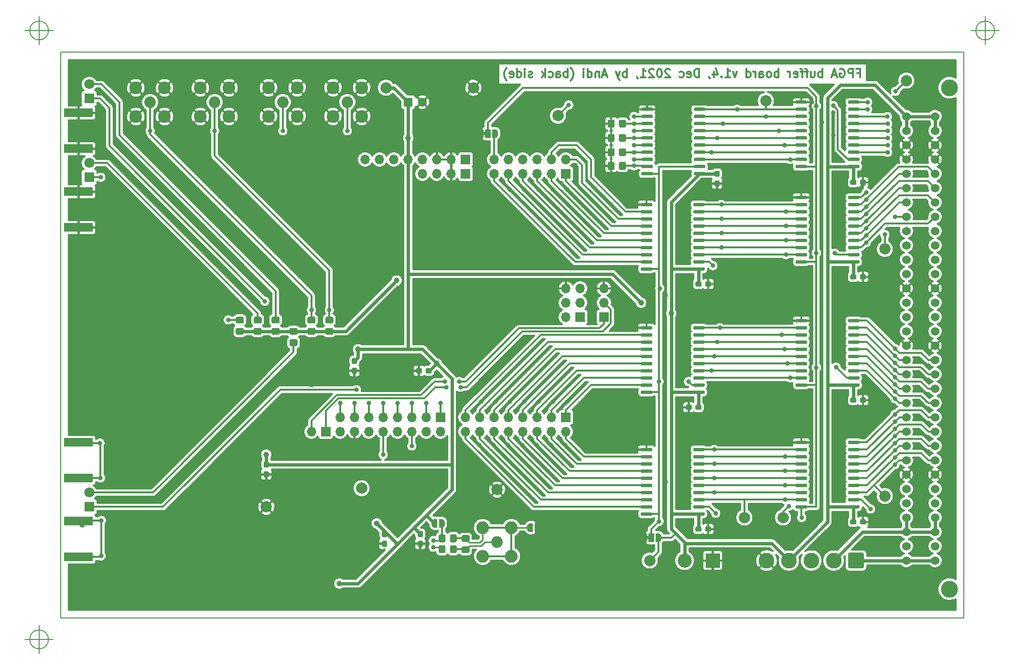
<source format=gbl>
G04 #@! TF.GenerationSoftware,KiCad,Pcbnew,5.1.10-88a1d61d58~88~ubuntu18.04.1*
G04 #@! TF.CreationDate,2022-09-15T09:05:11+02:00*
G04 #@! TF.ProjectId,FPGA_buffer_board,46504741-5f62-4756-9666-65725f626f61,v1.4*
G04 #@! TF.SameCoordinates,Original*
G04 #@! TF.FileFunction,Copper,L2,Bot*
G04 #@! TF.FilePolarity,Positive*
%FSLAX46Y46*%
G04 Gerber Fmt 4.6, Leading zero omitted, Abs format (unit mm)*
G04 Created by KiCad (PCBNEW 5.1.10-88a1d61d58~88~ubuntu18.04.1) date 2022-09-15 09:05:11*
%MOMM*%
%LPD*%
G01*
G04 APERTURE LIST*
G04 #@! TA.AperFunction,Profile*
%ADD10C,0.200000*%
G04 #@! TD*
G04 #@! TA.AperFunction,NonConductor*
%ADD11C,0.300000*%
G04 #@! TD*
G04 #@! TA.AperFunction,EtchedComponent*
%ADD12C,0.100000*%
G04 #@! TD*
G04 #@! TA.AperFunction,SMDPad,CuDef*
%ADD13C,0.100000*%
G04 #@! TD*
G04 #@! TA.AperFunction,ComponentPad*
%ADD14O,1.700000X1.700000*%
G04 #@! TD*
G04 #@! TA.AperFunction,ComponentPad*
%ADD15R,1.700000X1.700000*%
G04 #@! TD*
G04 #@! TA.AperFunction,ComponentPad*
%ADD16C,2.250000*%
G04 #@! TD*
G04 #@! TA.AperFunction,ComponentPad*
%ADD17C,2.050000*%
G04 #@! TD*
G04 #@! TA.AperFunction,ComponentPad*
%ADD18C,2.500000*%
G04 #@! TD*
G04 #@! TA.AperFunction,ComponentPad*
%ADD19R,2.500000X2.500000*%
G04 #@! TD*
G04 #@! TA.AperFunction,ComponentPad*
%ADD20C,1.600000*%
G04 #@! TD*
G04 #@! TA.AperFunction,ComponentPad*
%ADD21R,1.600000X1.600000*%
G04 #@! TD*
G04 #@! TA.AperFunction,ComponentPad*
%ADD22C,1.800000*%
G04 #@! TD*
G04 #@! TA.AperFunction,ComponentPad*
%ADD23R,1.800000X1.800000*%
G04 #@! TD*
G04 #@! TA.AperFunction,ComponentPad*
%ADD24C,2.000000*%
G04 #@! TD*
G04 #@! TA.AperFunction,ComponentPad*
%ADD25C,2.800000*%
G04 #@! TD*
G04 #@! TA.AperFunction,SMDPad,CuDef*
%ADD26R,5.080000X1.500000*%
G04 #@! TD*
G04 #@! TA.AperFunction,SMDPad,CuDef*
%ADD27R,1.000000X1.500000*%
G04 #@! TD*
G04 #@! TA.AperFunction,ComponentPad*
%ADD28C,1.524000*%
G04 #@! TD*
G04 #@! TA.AperFunction,ComponentPad*
%ADD29C,3.000000*%
G04 #@! TD*
G04 #@! TA.AperFunction,ViaPad*
%ADD30C,0.800000*%
G04 #@! TD*
G04 #@! TA.AperFunction,ViaPad*
%ADD31C,1.000000*%
G04 #@! TD*
G04 #@! TA.AperFunction,Conductor*
%ADD32C,0.600000*%
G04 #@! TD*
G04 #@! TA.AperFunction,Conductor*
%ADD33C,0.250000*%
G04 #@! TD*
G04 #@! TA.AperFunction,Conductor*
%ADD34C,0.350000*%
G04 #@! TD*
G04 #@! TA.AperFunction,Conductor*
%ADD35C,0.100000*%
G04 #@! TD*
G04 APERTURE END LIST*
D10*
X86756666Y-153670000D02*
G75*
G03*
X86756666Y-153670000I-1666666J0D01*
G01*
X82590000Y-153670000D02*
X87590000Y-153670000D01*
X85090000Y-151170000D02*
X85090000Y-156170000D01*
X254396666Y-45720000D02*
G75*
G03*
X254396666Y-45720000I-1666666J0D01*
G01*
X250230000Y-45720000D02*
X255230000Y-45720000D01*
X252730000Y-43220000D02*
X252730000Y-48220000D01*
X86756666Y-45720000D02*
G75*
G03*
X86756666Y-45720000I-1666666J0D01*
G01*
X82590000Y-45720000D02*
X87590000Y-45720000D01*
X85090000Y-43220000D02*
X85090000Y-48220000D01*
D11*
X230087857Y-53232857D02*
X230587857Y-53232857D01*
X230587857Y-54018571D02*
X230587857Y-52518571D01*
X229873571Y-52518571D01*
X229302142Y-54018571D02*
X229302142Y-52518571D01*
X228730714Y-52518571D01*
X228587857Y-52590000D01*
X228516428Y-52661428D01*
X228445000Y-52804285D01*
X228445000Y-53018571D01*
X228516428Y-53161428D01*
X228587857Y-53232857D01*
X228730714Y-53304285D01*
X229302142Y-53304285D01*
X227016428Y-52590000D02*
X227159285Y-52518571D01*
X227373571Y-52518571D01*
X227587857Y-52590000D01*
X227730714Y-52732857D01*
X227802142Y-52875714D01*
X227873571Y-53161428D01*
X227873571Y-53375714D01*
X227802142Y-53661428D01*
X227730714Y-53804285D01*
X227587857Y-53947142D01*
X227373571Y-54018571D01*
X227230714Y-54018571D01*
X227016428Y-53947142D01*
X226945000Y-53875714D01*
X226945000Y-53375714D01*
X227230714Y-53375714D01*
X226373571Y-53590000D02*
X225659285Y-53590000D01*
X226516428Y-54018571D02*
X226016428Y-52518571D01*
X225516428Y-54018571D01*
X223873571Y-54018571D02*
X223873571Y-52518571D01*
X223873571Y-53090000D02*
X223730714Y-53018571D01*
X223445000Y-53018571D01*
X223302142Y-53090000D01*
X223230714Y-53161428D01*
X223159285Y-53304285D01*
X223159285Y-53732857D01*
X223230714Y-53875714D01*
X223302142Y-53947142D01*
X223445000Y-54018571D01*
X223730714Y-54018571D01*
X223873571Y-53947142D01*
X221873571Y-53018571D02*
X221873571Y-54018571D01*
X222516428Y-53018571D02*
X222516428Y-53804285D01*
X222445000Y-53947142D01*
X222302142Y-54018571D01*
X222087857Y-54018571D01*
X221945000Y-53947142D01*
X221873571Y-53875714D01*
X221373571Y-53018571D02*
X220802142Y-53018571D01*
X221159285Y-54018571D02*
X221159285Y-52732857D01*
X221087857Y-52590000D01*
X220945000Y-52518571D01*
X220802142Y-52518571D01*
X220516428Y-53018571D02*
X219945000Y-53018571D01*
X220302142Y-54018571D02*
X220302142Y-52732857D01*
X220230714Y-52590000D01*
X220087857Y-52518571D01*
X219945000Y-52518571D01*
X218873571Y-53947142D02*
X219016428Y-54018571D01*
X219302142Y-54018571D01*
X219445000Y-53947142D01*
X219516428Y-53804285D01*
X219516428Y-53232857D01*
X219445000Y-53090000D01*
X219302142Y-53018571D01*
X219016428Y-53018571D01*
X218873571Y-53090000D01*
X218802142Y-53232857D01*
X218802142Y-53375714D01*
X219516428Y-53518571D01*
X218159285Y-54018571D02*
X218159285Y-53018571D01*
X218159285Y-53304285D02*
X218087857Y-53161428D01*
X218016428Y-53090000D01*
X217873571Y-53018571D01*
X217730714Y-53018571D01*
X216087857Y-54018571D02*
X216087857Y-52518571D01*
X216087857Y-53090000D02*
X215945000Y-53018571D01*
X215659285Y-53018571D01*
X215516428Y-53090000D01*
X215445000Y-53161428D01*
X215373571Y-53304285D01*
X215373571Y-53732857D01*
X215445000Y-53875714D01*
X215516428Y-53947142D01*
X215659285Y-54018571D01*
X215945000Y-54018571D01*
X216087857Y-53947142D01*
X214516428Y-54018571D02*
X214659285Y-53947142D01*
X214730714Y-53875714D01*
X214802142Y-53732857D01*
X214802142Y-53304285D01*
X214730714Y-53161428D01*
X214659285Y-53090000D01*
X214516428Y-53018571D01*
X214302142Y-53018571D01*
X214159285Y-53090000D01*
X214087857Y-53161428D01*
X214016428Y-53304285D01*
X214016428Y-53732857D01*
X214087857Y-53875714D01*
X214159285Y-53947142D01*
X214302142Y-54018571D01*
X214516428Y-54018571D01*
X212730714Y-54018571D02*
X212730714Y-53232857D01*
X212802142Y-53090000D01*
X212945000Y-53018571D01*
X213230714Y-53018571D01*
X213373571Y-53090000D01*
X212730714Y-53947142D02*
X212873571Y-54018571D01*
X213230714Y-54018571D01*
X213373571Y-53947142D01*
X213445000Y-53804285D01*
X213445000Y-53661428D01*
X213373571Y-53518571D01*
X213230714Y-53447142D01*
X212873571Y-53447142D01*
X212730714Y-53375714D01*
X212016428Y-54018571D02*
X212016428Y-53018571D01*
X212016428Y-53304285D02*
X211945000Y-53161428D01*
X211873571Y-53090000D01*
X211730714Y-53018571D01*
X211587857Y-53018571D01*
X210445000Y-54018571D02*
X210445000Y-52518571D01*
X210445000Y-53947142D02*
X210587857Y-54018571D01*
X210873571Y-54018571D01*
X211016428Y-53947142D01*
X211087857Y-53875714D01*
X211159285Y-53732857D01*
X211159285Y-53304285D01*
X211087857Y-53161428D01*
X211016428Y-53090000D01*
X210873571Y-53018571D01*
X210587857Y-53018571D01*
X210445000Y-53090000D01*
X208730714Y-53018571D02*
X208373571Y-54018571D01*
X208016428Y-53018571D01*
X206659285Y-54018571D02*
X207516428Y-54018571D01*
X207087857Y-54018571D02*
X207087857Y-52518571D01*
X207230714Y-52732857D01*
X207373571Y-52875714D01*
X207516428Y-52947142D01*
X206016428Y-53875714D02*
X205945000Y-53947142D01*
X206016428Y-54018571D01*
X206087857Y-53947142D01*
X206016428Y-53875714D01*
X206016428Y-54018571D01*
X204659285Y-53018571D02*
X204659285Y-54018571D01*
X205016428Y-52447142D02*
X205373571Y-53518571D01*
X204445000Y-53518571D01*
X203802142Y-53947142D02*
X203802142Y-54018571D01*
X203873571Y-54161428D01*
X203945000Y-54232857D01*
X202016428Y-54018571D02*
X202016428Y-52518571D01*
X201659285Y-52518571D01*
X201445000Y-52590000D01*
X201302142Y-52732857D01*
X201230714Y-52875714D01*
X201159285Y-53161428D01*
X201159285Y-53375714D01*
X201230714Y-53661428D01*
X201302142Y-53804285D01*
X201445000Y-53947142D01*
X201659285Y-54018571D01*
X202016428Y-54018571D01*
X199945000Y-53947142D02*
X200087857Y-54018571D01*
X200373571Y-54018571D01*
X200516428Y-53947142D01*
X200587857Y-53804285D01*
X200587857Y-53232857D01*
X200516428Y-53090000D01*
X200373571Y-53018571D01*
X200087857Y-53018571D01*
X199945000Y-53090000D01*
X199873571Y-53232857D01*
X199873571Y-53375714D01*
X200587857Y-53518571D01*
X198587857Y-53947142D02*
X198730714Y-54018571D01*
X199016428Y-54018571D01*
X199159285Y-53947142D01*
X199230714Y-53875714D01*
X199302142Y-53732857D01*
X199302142Y-53304285D01*
X199230714Y-53161428D01*
X199159285Y-53090000D01*
X199016428Y-53018571D01*
X198730714Y-53018571D01*
X198587857Y-53090000D01*
X196873571Y-52661428D02*
X196802142Y-52590000D01*
X196659285Y-52518571D01*
X196302142Y-52518571D01*
X196159285Y-52590000D01*
X196087857Y-52661428D01*
X196016428Y-52804285D01*
X196016428Y-52947142D01*
X196087857Y-53161428D01*
X196945000Y-54018571D01*
X196016428Y-54018571D01*
X195087857Y-52518571D02*
X194945000Y-52518571D01*
X194802142Y-52590000D01*
X194730714Y-52661428D01*
X194659285Y-52804285D01*
X194587857Y-53090000D01*
X194587857Y-53447142D01*
X194659285Y-53732857D01*
X194730714Y-53875714D01*
X194802142Y-53947142D01*
X194945000Y-54018571D01*
X195087857Y-54018571D01*
X195230714Y-53947142D01*
X195302142Y-53875714D01*
X195373571Y-53732857D01*
X195445000Y-53447142D01*
X195445000Y-53090000D01*
X195373571Y-52804285D01*
X195302142Y-52661428D01*
X195230714Y-52590000D01*
X195087857Y-52518571D01*
X194016428Y-52661428D02*
X193945000Y-52590000D01*
X193802142Y-52518571D01*
X193445000Y-52518571D01*
X193302142Y-52590000D01*
X193230714Y-52661428D01*
X193159285Y-52804285D01*
X193159285Y-52947142D01*
X193230714Y-53161428D01*
X194087857Y-54018571D01*
X193159285Y-54018571D01*
X191730714Y-54018571D02*
X192587857Y-54018571D01*
X192159285Y-54018571D02*
X192159285Y-52518571D01*
X192302142Y-52732857D01*
X192445000Y-52875714D01*
X192587857Y-52947142D01*
X191016428Y-53947142D02*
X191016428Y-54018571D01*
X191087857Y-54161428D01*
X191159285Y-54232857D01*
X189230714Y-54018571D02*
X189230714Y-52518571D01*
X189230714Y-53090000D02*
X189087857Y-53018571D01*
X188802142Y-53018571D01*
X188659285Y-53090000D01*
X188587857Y-53161428D01*
X188516428Y-53304285D01*
X188516428Y-53732857D01*
X188587857Y-53875714D01*
X188659285Y-53947142D01*
X188802142Y-54018571D01*
X189087857Y-54018571D01*
X189230714Y-53947142D01*
X188016428Y-53018571D02*
X187659285Y-54018571D01*
X187302142Y-53018571D02*
X187659285Y-54018571D01*
X187802142Y-54375714D01*
X187873571Y-54447142D01*
X188016428Y-54518571D01*
X185659285Y-53590000D02*
X184945000Y-53590000D01*
X185802142Y-54018571D02*
X185302142Y-52518571D01*
X184802142Y-54018571D01*
X184302142Y-53018571D02*
X184302142Y-54018571D01*
X184302142Y-53161428D02*
X184230714Y-53090000D01*
X184087857Y-53018571D01*
X183873571Y-53018571D01*
X183730714Y-53090000D01*
X183659285Y-53232857D01*
X183659285Y-54018571D01*
X182302142Y-54018571D02*
X182302142Y-52518571D01*
X182302142Y-53947142D02*
X182445000Y-54018571D01*
X182730714Y-54018571D01*
X182873571Y-53947142D01*
X182945000Y-53875714D01*
X183016428Y-53732857D01*
X183016428Y-53304285D01*
X182945000Y-53161428D01*
X182873571Y-53090000D01*
X182730714Y-53018571D01*
X182445000Y-53018571D01*
X182302142Y-53090000D01*
X181587857Y-54018571D02*
X181587857Y-53018571D01*
X181587857Y-52518571D02*
X181659285Y-52590000D01*
X181587857Y-52661428D01*
X181516428Y-52590000D01*
X181587857Y-52518571D01*
X181587857Y-52661428D01*
X179302142Y-54590000D02*
X179373571Y-54518571D01*
X179516428Y-54304285D01*
X179587857Y-54161428D01*
X179659285Y-53947142D01*
X179730714Y-53590000D01*
X179730714Y-53304285D01*
X179659285Y-52947142D01*
X179587857Y-52732857D01*
X179516428Y-52590000D01*
X179373571Y-52375714D01*
X179302142Y-52304285D01*
X178730714Y-54018571D02*
X178730714Y-52518571D01*
X178730714Y-53090000D02*
X178587857Y-53018571D01*
X178302142Y-53018571D01*
X178159285Y-53090000D01*
X178087857Y-53161428D01*
X178016428Y-53304285D01*
X178016428Y-53732857D01*
X178087857Y-53875714D01*
X178159285Y-53947142D01*
X178302142Y-54018571D01*
X178587857Y-54018571D01*
X178730714Y-53947142D01*
X176730714Y-54018571D02*
X176730714Y-53232857D01*
X176802142Y-53090000D01*
X176945000Y-53018571D01*
X177230714Y-53018571D01*
X177373571Y-53090000D01*
X176730714Y-53947142D02*
X176873571Y-54018571D01*
X177230714Y-54018571D01*
X177373571Y-53947142D01*
X177445000Y-53804285D01*
X177445000Y-53661428D01*
X177373571Y-53518571D01*
X177230714Y-53447142D01*
X176873571Y-53447142D01*
X176730714Y-53375714D01*
X175373571Y-53947142D02*
X175516428Y-54018571D01*
X175802142Y-54018571D01*
X175945000Y-53947142D01*
X176016428Y-53875714D01*
X176087857Y-53732857D01*
X176087857Y-53304285D01*
X176016428Y-53161428D01*
X175945000Y-53090000D01*
X175802142Y-53018571D01*
X175516428Y-53018571D01*
X175373571Y-53090000D01*
X174730714Y-54018571D02*
X174730714Y-52518571D01*
X174587857Y-53447142D02*
X174159285Y-54018571D01*
X174159285Y-53018571D02*
X174730714Y-53590000D01*
X172445000Y-53947142D02*
X172302142Y-54018571D01*
X172016428Y-54018571D01*
X171873571Y-53947142D01*
X171802142Y-53804285D01*
X171802142Y-53732857D01*
X171873571Y-53590000D01*
X172016428Y-53518571D01*
X172230714Y-53518571D01*
X172373571Y-53447142D01*
X172445000Y-53304285D01*
X172445000Y-53232857D01*
X172373571Y-53090000D01*
X172230714Y-53018571D01*
X172016428Y-53018571D01*
X171873571Y-53090000D01*
X171159285Y-54018571D02*
X171159285Y-53018571D01*
X171159285Y-52518571D02*
X171230714Y-52590000D01*
X171159285Y-52661428D01*
X171087857Y-52590000D01*
X171159285Y-52518571D01*
X171159285Y-52661428D01*
X169802142Y-54018571D02*
X169802142Y-52518571D01*
X169802142Y-53947142D02*
X169945000Y-54018571D01*
X170230714Y-54018571D01*
X170373571Y-53947142D01*
X170445000Y-53875714D01*
X170516428Y-53732857D01*
X170516428Y-53304285D01*
X170445000Y-53161428D01*
X170373571Y-53090000D01*
X170230714Y-53018571D01*
X169945000Y-53018571D01*
X169802142Y-53090000D01*
X168516428Y-53947142D02*
X168659285Y-54018571D01*
X168945000Y-54018571D01*
X169087857Y-53947142D01*
X169159285Y-53804285D01*
X169159285Y-53232857D01*
X169087857Y-53090000D01*
X168945000Y-53018571D01*
X168659285Y-53018571D01*
X168516428Y-53090000D01*
X168445000Y-53232857D01*
X168445000Y-53375714D01*
X169159285Y-53518571D01*
X167945000Y-54590000D02*
X167873571Y-54518571D01*
X167730714Y-54304285D01*
X167659285Y-54161428D01*
X167587857Y-53947142D01*
X167516428Y-53590000D01*
X167516428Y-53304285D01*
X167587857Y-52947142D01*
X167659285Y-52732857D01*
X167730714Y-52590000D01*
X167873571Y-52375714D01*
X167945000Y-52304285D01*
D10*
X248920000Y-149860000D02*
X88900000Y-149860000D01*
X248920000Y-49530000D02*
X248920000Y-149860000D01*
X88900000Y-49530000D02*
X248920000Y-49530000D01*
X88900000Y-149860000D02*
X88900000Y-49530000D01*
D12*
G36*
X192648000Y-135936000D02*
G01*
X193148000Y-135936000D01*
X193148000Y-135336000D01*
X192648000Y-135336000D01*
X192648000Y-135936000D01*
G37*
G36*
X163692000Y-64308000D02*
G01*
X164192000Y-64308000D01*
X164192000Y-63708000D01*
X163692000Y-63708000D01*
X163692000Y-64308000D01*
G37*
G04 #@! TA.AperFunction,SMDPad,CuDef*
G36*
G01*
X187852000Y-62680001D02*
X187852000Y-61779999D01*
G75*
G02*
X188101999Y-61530000I249999J0D01*
G01*
X188802001Y-61530000D01*
G75*
G02*
X189052000Y-61779999I0J-249999D01*
G01*
X189052000Y-62680001D01*
G75*
G02*
X188802001Y-62930000I-249999J0D01*
G01*
X188101999Y-62930000D01*
G75*
G02*
X187852000Y-62680001I0J249999D01*
G01*
G37*
G04 #@! TD.AperFunction*
G04 #@! TA.AperFunction,SMDPad,CuDef*
G36*
G01*
X185852000Y-62680001D02*
X185852000Y-61779999D01*
G75*
G02*
X186101999Y-61530000I249999J0D01*
G01*
X186802001Y-61530000D01*
G75*
G02*
X187052000Y-61779999I0J-249999D01*
G01*
X187052000Y-62680001D01*
G75*
G02*
X186802001Y-62930000I-249999J0D01*
G01*
X186101999Y-62930000D01*
G75*
G02*
X185852000Y-62680001I0J249999D01*
G01*
G37*
G04 #@! TD.AperFunction*
G04 #@! TA.AperFunction,SMDPad,CuDef*
G36*
G01*
X187852000Y-65220001D02*
X187852000Y-64319999D01*
G75*
G02*
X188101999Y-64070000I249999J0D01*
G01*
X188802001Y-64070000D01*
G75*
G02*
X189052000Y-64319999I0J-249999D01*
G01*
X189052000Y-65220001D01*
G75*
G02*
X188802001Y-65470000I-249999J0D01*
G01*
X188101999Y-65470000D01*
G75*
G02*
X187852000Y-65220001I0J249999D01*
G01*
G37*
G04 #@! TD.AperFunction*
G04 #@! TA.AperFunction,SMDPad,CuDef*
G36*
G01*
X185852000Y-65220001D02*
X185852000Y-64319999D01*
G75*
G02*
X186101999Y-64070000I249999J0D01*
G01*
X186802001Y-64070000D01*
G75*
G02*
X187052000Y-64319999I0J-249999D01*
G01*
X187052000Y-65220001D01*
G75*
G02*
X186802001Y-65470000I-249999J0D01*
G01*
X186101999Y-65470000D01*
G75*
G02*
X185852000Y-65220001I0J249999D01*
G01*
G37*
G04 #@! TD.AperFunction*
G04 #@! TA.AperFunction,SMDPad,CuDef*
G36*
G01*
X187852000Y-67760001D02*
X187852000Y-66859999D01*
G75*
G02*
X188101999Y-66610000I249999J0D01*
G01*
X188802001Y-66610000D01*
G75*
G02*
X189052000Y-66859999I0J-249999D01*
G01*
X189052000Y-67760001D01*
G75*
G02*
X188802001Y-68010000I-249999J0D01*
G01*
X188101999Y-68010000D01*
G75*
G02*
X187852000Y-67760001I0J249999D01*
G01*
G37*
G04 #@! TD.AperFunction*
G04 #@! TA.AperFunction,SMDPad,CuDef*
G36*
G01*
X185852000Y-67760001D02*
X185852000Y-66859999D01*
G75*
G02*
X186101999Y-66610000I249999J0D01*
G01*
X186802001Y-66610000D01*
G75*
G02*
X187052000Y-66859999I0J-249999D01*
G01*
X187052000Y-67760001D01*
G75*
G02*
X186802001Y-68010000I-249999J0D01*
G01*
X186101999Y-68010000D01*
G75*
G02*
X185852000Y-67760001I0J249999D01*
G01*
G37*
G04 #@! TD.AperFunction*
G04 #@! TA.AperFunction,SMDPad,CuDef*
G36*
G01*
X187852000Y-70173001D02*
X187852000Y-69272999D01*
G75*
G02*
X188101999Y-69023000I249999J0D01*
G01*
X188802001Y-69023000D01*
G75*
G02*
X189052000Y-69272999I0J-249999D01*
G01*
X189052000Y-70173001D01*
G75*
G02*
X188802001Y-70423000I-249999J0D01*
G01*
X188101999Y-70423000D01*
G75*
G02*
X187852000Y-70173001I0J249999D01*
G01*
G37*
G04 #@! TD.AperFunction*
G04 #@! TA.AperFunction,SMDPad,CuDef*
G36*
G01*
X185852000Y-70173001D02*
X185852000Y-69272999D01*
G75*
G02*
X186101999Y-69023000I249999J0D01*
G01*
X186802001Y-69023000D01*
G75*
G02*
X187052000Y-69272999I0J-249999D01*
G01*
X187052000Y-70173001D01*
G75*
G02*
X186802001Y-70423000I-249999J0D01*
G01*
X186101999Y-70423000D01*
G75*
G02*
X185852000Y-70173001I0J249999D01*
G01*
G37*
G04 #@! TD.AperFunction*
G04 #@! TA.AperFunction,SMDPad,CuDef*
D13*
G36*
X173370000Y-133108602D02*
G01*
X173394534Y-133108602D01*
X173443365Y-133113412D01*
X173491490Y-133122984D01*
X173538445Y-133137228D01*
X173583778Y-133156005D01*
X173627051Y-133179136D01*
X173667850Y-133206396D01*
X173705779Y-133237524D01*
X173740476Y-133272221D01*
X173771604Y-133310150D01*
X173798864Y-133350949D01*
X173821995Y-133394222D01*
X173840772Y-133439555D01*
X173855016Y-133486510D01*
X173864588Y-133534635D01*
X173869398Y-133583466D01*
X173869398Y-133608000D01*
X173870000Y-133608000D01*
X173870000Y-134108000D01*
X173869398Y-134108000D01*
X173869398Y-134132534D01*
X173864588Y-134181365D01*
X173855016Y-134229490D01*
X173840772Y-134276445D01*
X173821995Y-134321778D01*
X173798864Y-134365051D01*
X173771604Y-134405850D01*
X173740476Y-134443779D01*
X173705779Y-134478476D01*
X173667850Y-134509604D01*
X173627051Y-134536864D01*
X173583778Y-134559995D01*
X173538445Y-134578772D01*
X173491490Y-134593016D01*
X173443365Y-134602588D01*
X173394534Y-134607398D01*
X173370000Y-134607398D01*
X173370000Y-134608000D01*
X172870000Y-134608000D01*
X172870000Y-133108000D01*
X173370000Y-133108000D01*
X173370000Y-133108602D01*
G37*
G04 #@! TD.AperFunction*
G04 #@! TA.AperFunction,SMDPad,CuDef*
G36*
X172570000Y-134608000D02*
G01*
X172070000Y-134608000D01*
X172070000Y-134607398D01*
X172045466Y-134607398D01*
X171996635Y-134602588D01*
X171948510Y-134593016D01*
X171901555Y-134578772D01*
X171856222Y-134559995D01*
X171812949Y-134536864D01*
X171772150Y-134509604D01*
X171734221Y-134478476D01*
X171699524Y-134443779D01*
X171668396Y-134405850D01*
X171641136Y-134365051D01*
X171618005Y-134321778D01*
X171599228Y-134276445D01*
X171584984Y-134229490D01*
X171575412Y-134181365D01*
X171570602Y-134132534D01*
X171570602Y-134108000D01*
X171570000Y-134108000D01*
X171570000Y-133608000D01*
X171570602Y-133608000D01*
X171570602Y-133583466D01*
X171575412Y-133534635D01*
X171584984Y-133486510D01*
X171599228Y-133439555D01*
X171618005Y-133394222D01*
X171641136Y-133350949D01*
X171668396Y-133310150D01*
X171699524Y-133272221D01*
X171734221Y-133237524D01*
X171772150Y-133206396D01*
X171812949Y-133179136D01*
X171856222Y-133156005D01*
X171901555Y-133137228D01*
X171948510Y-133122984D01*
X171996635Y-133113412D01*
X172045466Y-133108602D01*
X172070000Y-133108602D01*
X172070000Y-133108000D01*
X172570000Y-133108000D01*
X172570000Y-134608000D01*
G37*
G04 #@! TD.AperFunction*
D14*
X178435000Y-91440000D03*
X180975000Y-91440000D03*
X178435000Y-93980000D03*
X180975000Y-93980000D03*
X178435000Y-96520000D03*
D15*
X180975000Y-96520000D03*
G04 #@! TA.AperFunction,SMDPad,CuDef*
G36*
G01*
X157896000Y-136213001D02*
X157896000Y-135312999D01*
G75*
G02*
X158145999Y-135063000I249999J0D01*
G01*
X158846001Y-135063000D01*
G75*
G02*
X159096000Y-135312999I0J-249999D01*
G01*
X159096000Y-136213001D01*
G75*
G02*
X158846001Y-136463000I-249999J0D01*
G01*
X158145999Y-136463000D01*
G75*
G02*
X157896000Y-136213001I0J249999D01*
G01*
G37*
G04 #@! TD.AperFunction*
G04 #@! TA.AperFunction,SMDPad,CuDef*
G36*
G01*
X155896000Y-136213001D02*
X155896000Y-135312999D01*
G75*
G02*
X156145999Y-135063000I249999J0D01*
G01*
X156846001Y-135063000D01*
G75*
G02*
X157096000Y-135312999I0J-249999D01*
G01*
X157096000Y-136213001D01*
G75*
G02*
X156846001Y-136463000I-249999J0D01*
G01*
X156145999Y-136463000D01*
G75*
G02*
X155896000Y-136213001I0J249999D01*
G01*
G37*
G04 #@! TD.AperFunction*
G04 #@! TA.AperFunction,SMDPad,CuDef*
G36*
G01*
X157896000Y-138118001D02*
X157896000Y-137217999D01*
G75*
G02*
X158145999Y-136968000I249999J0D01*
G01*
X158846001Y-136968000D01*
G75*
G02*
X159096000Y-137217999I0J-249999D01*
G01*
X159096000Y-138118001D01*
G75*
G02*
X158846001Y-138368000I-249999J0D01*
G01*
X158145999Y-138368000D01*
G75*
G02*
X157896000Y-138118001I0J249999D01*
G01*
G37*
G04 #@! TD.AperFunction*
G04 #@! TA.AperFunction,SMDPad,CuDef*
G36*
G01*
X155896000Y-138118001D02*
X155896000Y-137217999D01*
G75*
G02*
X156145999Y-136968000I249999J0D01*
G01*
X156846001Y-136968000D01*
G75*
G02*
X157096000Y-137217999I0J-249999D01*
G01*
X157096000Y-138118001D01*
G75*
G02*
X156846001Y-138368000I-249999J0D01*
G01*
X156145999Y-138368000D01*
G75*
G02*
X155896000Y-138118001I0J249999D01*
G01*
G37*
G04 #@! TD.AperFunction*
G04 #@! TA.AperFunction,SMDPad,CuDef*
G36*
G01*
X160204999Y-137179000D02*
X161105001Y-137179000D01*
G75*
G02*
X161355000Y-137428999I0J-249999D01*
G01*
X161355000Y-138129001D01*
G75*
G02*
X161105001Y-138379000I-249999J0D01*
G01*
X160204999Y-138379000D01*
G75*
G02*
X159955000Y-138129001I0J249999D01*
G01*
X159955000Y-137428999D01*
G75*
G02*
X160204999Y-137179000I249999J0D01*
G01*
G37*
G04 #@! TD.AperFunction*
G04 #@! TA.AperFunction,SMDPad,CuDef*
G36*
G01*
X160204999Y-135179000D02*
X161105001Y-135179000D01*
G75*
G02*
X161355000Y-135428999I0J-249999D01*
G01*
X161355000Y-136129001D01*
G75*
G02*
X161105001Y-136379000I-249999J0D01*
G01*
X160204999Y-136379000D01*
G75*
G02*
X159955000Y-136129001I0J249999D01*
G01*
X159955000Y-135428999D01*
G75*
G02*
X160204999Y-135179000I249999J0D01*
G01*
G37*
G04 #@! TD.AperFunction*
G04 #@! TA.AperFunction,SMDPad,CuDef*
D13*
G36*
X156464000Y-132346602D02*
G01*
X156488534Y-132346602D01*
X156537365Y-132351412D01*
X156585490Y-132360984D01*
X156632445Y-132375228D01*
X156677778Y-132394005D01*
X156721051Y-132417136D01*
X156761850Y-132444396D01*
X156799779Y-132475524D01*
X156834476Y-132510221D01*
X156865604Y-132548150D01*
X156892864Y-132588949D01*
X156915995Y-132632222D01*
X156934772Y-132677555D01*
X156949016Y-132724510D01*
X156958588Y-132772635D01*
X156963398Y-132821466D01*
X156963398Y-132846000D01*
X156964000Y-132846000D01*
X156964000Y-133346000D01*
X156963398Y-133346000D01*
X156963398Y-133370534D01*
X156958588Y-133419365D01*
X156949016Y-133467490D01*
X156934772Y-133514445D01*
X156915995Y-133559778D01*
X156892864Y-133603051D01*
X156865604Y-133643850D01*
X156834476Y-133681779D01*
X156799779Y-133716476D01*
X156761850Y-133747604D01*
X156721051Y-133774864D01*
X156677778Y-133797995D01*
X156632445Y-133816772D01*
X156585490Y-133831016D01*
X156537365Y-133840588D01*
X156488534Y-133845398D01*
X156464000Y-133845398D01*
X156464000Y-133846000D01*
X155964000Y-133846000D01*
X155964000Y-132346000D01*
X156464000Y-132346000D01*
X156464000Y-132346602D01*
G37*
G04 #@! TD.AperFunction*
G04 #@! TA.AperFunction,SMDPad,CuDef*
G36*
X155664000Y-133846000D02*
G01*
X155164000Y-133846000D01*
X155164000Y-133845398D01*
X155139466Y-133845398D01*
X155090635Y-133840588D01*
X155042510Y-133831016D01*
X154995555Y-133816772D01*
X154950222Y-133797995D01*
X154906949Y-133774864D01*
X154866150Y-133747604D01*
X154828221Y-133716476D01*
X154793524Y-133681779D01*
X154762396Y-133643850D01*
X154735136Y-133603051D01*
X154712005Y-133559778D01*
X154693228Y-133514445D01*
X154678984Y-133467490D01*
X154669412Y-133419365D01*
X154664602Y-133370534D01*
X154664602Y-133346000D01*
X154664000Y-133346000D01*
X154664000Y-132846000D01*
X154664602Y-132846000D01*
X154664602Y-132821466D01*
X154669412Y-132772635D01*
X154678984Y-132724510D01*
X154693228Y-132677555D01*
X154712005Y-132632222D01*
X154735136Y-132588949D01*
X154762396Y-132548150D01*
X154793524Y-132510221D01*
X154828221Y-132475524D01*
X154866150Y-132444396D01*
X154906949Y-132417136D01*
X154950222Y-132394005D01*
X154995555Y-132375228D01*
X155042510Y-132360984D01*
X155090635Y-132351412D01*
X155139466Y-132346602D01*
X155164000Y-132346602D01*
X155164000Y-132346000D01*
X155664000Y-132346000D01*
X155664000Y-133846000D01*
G37*
G04 #@! TD.AperFunction*
D16*
X163703000Y-138938000D03*
X163703000Y-133858000D03*
X168783000Y-133858000D03*
X168783000Y-138938000D03*
D17*
X166243000Y-136398000D03*
D18*
X199470000Y-139700000D03*
D19*
X204470000Y-139700000D03*
D20*
X152995000Y-58420000D03*
D21*
X150495000Y-58420000D03*
D22*
X93980000Y-127635000D03*
D23*
X93980000Y-130175000D03*
D22*
X93980000Y-69215000D03*
D23*
X93980000Y-71755000D03*
D22*
X93980000Y-55245000D03*
D23*
X93980000Y-57785000D03*
D24*
X210058000Y-132080000D03*
X213868000Y-58166000D03*
X177038000Y-60833000D03*
X146558000Y-55880000D03*
D14*
X165735000Y-68580000D03*
X165735000Y-71120000D03*
X168275000Y-68580000D03*
X168275000Y-71120000D03*
X170815000Y-68580000D03*
X170815000Y-71120000D03*
X173355000Y-68580000D03*
X173355000Y-71120000D03*
X175895000Y-68580000D03*
X175895000Y-71120000D03*
X178435000Y-68580000D03*
D15*
X178435000Y-71120000D03*
G04 #@! TA.AperFunction,SMDPad,CuDef*
G36*
G01*
X201110000Y-71270000D02*
X201110000Y-70970000D01*
G75*
G02*
X201260000Y-70820000I150000J0D01*
G01*
X203010000Y-70820000D01*
G75*
G02*
X203160000Y-70970000I0J-150000D01*
G01*
X203160000Y-71270000D01*
G75*
G02*
X203010000Y-71420000I-150000J0D01*
G01*
X201260000Y-71420000D01*
G75*
G02*
X201110000Y-71270000I0J150000D01*
G01*
G37*
G04 #@! TD.AperFunction*
G04 #@! TA.AperFunction,SMDPad,CuDef*
G36*
G01*
X201110000Y-70000000D02*
X201110000Y-69700000D01*
G75*
G02*
X201260000Y-69550000I150000J0D01*
G01*
X203010000Y-69550000D01*
G75*
G02*
X203160000Y-69700000I0J-150000D01*
G01*
X203160000Y-70000000D01*
G75*
G02*
X203010000Y-70150000I-150000J0D01*
G01*
X201260000Y-70150000D01*
G75*
G02*
X201110000Y-70000000I0J150000D01*
G01*
G37*
G04 #@! TD.AperFunction*
G04 #@! TA.AperFunction,SMDPad,CuDef*
G36*
G01*
X201110000Y-68730000D02*
X201110000Y-68430000D01*
G75*
G02*
X201260000Y-68280000I150000J0D01*
G01*
X203010000Y-68280000D01*
G75*
G02*
X203160000Y-68430000I0J-150000D01*
G01*
X203160000Y-68730000D01*
G75*
G02*
X203010000Y-68880000I-150000J0D01*
G01*
X201260000Y-68880000D01*
G75*
G02*
X201110000Y-68730000I0J150000D01*
G01*
G37*
G04 #@! TD.AperFunction*
G04 #@! TA.AperFunction,SMDPad,CuDef*
G36*
G01*
X201110000Y-67460000D02*
X201110000Y-67160000D01*
G75*
G02*
X201260000Y-67010000I150000J0D01*
G01*
X203010000Y-67010000D01*
G75*
G02*
X203160000Y-67160000I0J-150000D01*
G01*
X203160000Y-67460000D01*
G75*
G02*
X203010000Y-67610000I-150000J0D01*
G01*
X201260000Y-67610000D01*
G75*
G02*
X201110000Y-67460000I0J150000D01*
G01*
G37*
G04 #@! TD.AperFunction*
G04 #@! TA.AperFunction,SMDPad,CuDef*
G36*
G01*
X201110000Y-66190000D02*
X201110000Y-65890000D01*
G75*
G02*
X201260000Y-65740000I150000J0D01*
G01*
X203010000Y-65740000D01*
G75*
G02*
X203160000Y-65890000I0J-150000D01*
G01*
X203160000Y-66190000D01*
G75*
G02*
X203010000Y-66340000I-150000J0D01*
G01*
X201260000Y-66340000D01*
G75*
G02*
X201110000Y-66190000I0J150000D01*
G01*
G37*
G04 #@! TD.AperFunction*
G04 #@! TA.AperFunction,SMDPad,CuDef*
G36*
G01*
X201110000Y-64920000D02*
X201110000Y-64620000D01*
G75*
G02*
X201260000Y-64470000I150000J0D01*
G01*
X203010000Y-64470000D01*
G75*
G02*
X203160000Y-64620000I0J-150000D01*
G01*
X203160000Y-64920000D01*
G75*
G02*
X203010000Y-65070000I-150000J0D01*
G01*
X201260000Y-65070000D01*
G75*
G02*
X201110000Y-64920000I0J150000D01*
G01*
G37*
G04 #@! TD.AperFunction*
G04 #@! TA.AperFunction,SMDPad,CuDef*
G36*
G01*
X201110000Y-63650000D02*
X201110000Y-63350000D01*
G75*
G02*
X201260000Y-63200000I150000J0D01*
G01*
X203010000Y-63200000D01*
G75*
G02*
X203160000Y-63350000I0J-150000D01*
G01*
X203160000Y-63650000D01*
G75*
G02*
X203010000Y-63800000I-150000J0D01*
G01*
X201260000Y-63800000D01*
G75*
G02*
X201110000Y-63650000I0J150000D01*
G01*
G37*
G04 #@! TD.AperFunction*
G04 #@! TA.AperFunction,SMDPad,CuDef*
G36*
G01*
X201110000Y-62380000D02*
X201110000Y-62080000D01*
G75*
G02*
X201260000Y-61930000I150000J0D01*
G01*
X203010000Y-61930000D01*
G75*
G02*
X203160000Y-62080000I0J-150000D01*
G01*
X203160000Y-62380000D01*
G75*
G02*
X203010000Y-62530000I-150000J0D01*
G01*
X201260000Y-62530000D01*
G75*
G02*
X201110000Y-62380000I0J150000D01*
G01*
G37*
G04 #@! TD.AperFunction*
G04 #@! TA.AperFunction,SMDPad,CuDef*
G36*
G01*
X201110000Y-61110000D02*
X201110000Y-60810000D01*
G75*
G02*
X201260000Y-60660000I150000J0D01*
G01*
X203010000Y-60660000D01*
G75*
G02*
X203160000Y-60810000I0J-150000D01*
G01*
X203160000Y-61110000D01*
G75*
G02*
X203010000Y-61260000I-150000J0D01*
G01*
X201260000Y-61260000D01*
G75*
G02*
X201110000Y-61110000I0J150000D01*
G01*
G37*
G04 #@! TD.AperFunction*
G04 #@! TA.AperFunction,SMDPad,CuDef*
G36*
G01*
X201110000Y-59840000D02*
X201110000Y-59540000D01*
G75*
G02*
X201260000Y-59390000I150000J0D01*
G01*
X203010000Y-59390000D01*
G75*
G02*
X203160000Y-59540000I0J-150000D01*
G01*
X203160000Y-59840000D01*
G75*
G02*
X203010000Y-59990000I-150000J0D01*
G01*
X201260000Y-59990000D01*
G75*
G02*
X201110000Y-59840000I0J150000D01*
G01*
G37*
G04 #@! TD.AperFunction*
G04 #@! TA.AperFunction,SMDPad,CuDef*
G36*
G01*
X191810000Y-59840000D02*
X191810000Y-59540000D01*
G75*
G02*
X191960000Y-59390000I150000J0D01*
G01*
X193710000Y-59390000D01*
G75*
G02*
X193860000Y-59540000I0J-150000D01*
G01*
X193860000Y-59840000D01*
G75*
G02*
X193710000Y-59990000I-150000J0D01*
G01*
X191960000Y-59990000D01*
G75*
G02*
X191810000Y-59840000I0J150000D01*
G01*
G37*
G04 #@! TD.AperFunction*
G04 #@! TA.AperFunction,SMDPad,CuDef*
G36*
G01*
X191810000Y-61110000D02*
X191810000Y-60810000D01*
G75*
G02*
X191960000Y-60660000I150000J0D01*
G01*
X193710000Y-60660000D01*
G75*
G02*
X193860000Y-60810000I0J-150000D01*
G01*
X193860000Y-61110000D01*
G75*
G02*
X193710000Y-61260000I-150000J0D01*
G01*
X191960000Y-61260000D01*
G75*
G02*
X191810000Y-61110000I0J150000D01*
G01*
G37*
G04 #@! TD.AperFunction*
G04 #@! TA.AperFunction,SMDPad,CuDef*
G36*
G01*
X191810000Y-62380000D02*
X191810000Y-62080000D01*
G75*
G02*
X191960000Y-61930000I150000J0D01*
G01*
X193710000Y-61930000D01*
G75*
G02*
X193860000Y-62080000I0J-150000D01*
G01*
X193860000Y-62380000D01*
G75*
G02*
X193710000Y-62530000I-150000J0D01*
G01*
X191960000Y-62530000D01*
G75*
G02*
X191810000Y-62380000I0J150000D01*
G01*
G37*
G04 #@! TD.AperFunction*
G04 #@! TA.AperFunction,SMDPad,CuDef*
G36*
G01*
X191810000Y-63650000D02*
X191810000Y-63350000D01*
G75*
G02*
X191960000Y-63200000I150000J0D01*
G01*
X193710000Y-63200000D01*
G75*
G02*
X193860000Y-63350000I0J-150000D01*
G01*
X193860000Y-63650000D01*
G75*
G02*
X193710000Y-63800000I-150000J0D01*
G01*
X191960000Y-63800000D01*
G75*
G02*
X191810000Y-63650000I0J150000D01*
G01*
G37*
G04 #@! TD.AperFunction*
G04 #@! TA.AperFunction,SMDPad,CuDef*
G36*
G01*
X191810000Y-64920000D02*
X191810000Y-64620000D01*
G75*
G02*
X191960000Y-64470000I150000J0D01*
G01*
X193710000Y-64470000D01*
G75*
G02*
X193860000Y-64620000I0J-150000D01*
G01*
X193860000Y-64920000D01*
G75*
G02*
X193710000Y-65070000I-150000J0D01*
G01*
X191960000Y-65070000D01*
G75*
G02*
X191810000Y-64920000I0J150000D01*
G01*
G37*
G04 #@! TD.AperFunction*
G04 #@! TA.AperFunction,SMDPad,CuDef*
G36*
G01*
X191810000Y-66190000D02*
X191810000Y-65890000D01*
G75*
G02*
X191960000Y-65740000I150000J0D01*
G01*
X193710000Y-65740000D01*
G75*
G02*
X193860000Y-65890000I0J-150000D01*
G01*
X193860000Y-66190000D01*
G75*
G02*
X193710000Y-66340000I-150000J0D01*
G01*
X191960000Y-66340000D01*
G75*
G02*
X191810000Y-66190000I0J150000D01*
G01*
G37*
G04 #@! TD.AperFunction*
G04 #@! TA.AperFunction,SMDPad,CuDef*
G36*
G01*
X191810000Y-67460000D02*
X191810000Y-67160000D01*
G75*
G02*
X191960000Y-67010000I150000J0D01*
G01*
X193710000Y-67010000D01*
G75*
G02*
X193860000Y-67160000I0J-150000D01*
G01*
X193860000Y-67460000D01*
G75*
G02*
X193710000Y-67610000I-150000J0D01*
G01*
X191960000Y-67610000D01*
G75*
G02*
X191810000Y-67460000I0J150000D01*
G01*
G37*
G04 #@! TD.AperFunction*
G04 #@! TA.AperFunction,SMDPad,CuDef*
G36*
G01*
X191810000Y-68730000D02*
X191810000Y-68430000D01*
G75*
G02*
X191960000Y-68280000I150000J0D01*
G01*
X193710000Y-68280000D01*
G75*
G02*
X193860000Y-68430000I0J-150000D01*
G01*
X193860000Y-68730000D01*
G75*
G02*
X193710000Y-68880000I-150000J0D01*
G01*
X191960000Y-68880000D01*
G75*
G02*
X191810000Y-68730000I0J150000D01*
G01*
G37*
G04 #@! TD.AperFunction*
G04 #@! TA.AperFunction,SMDPad,CuDef*
G36*
G01*
X191810000Y-70000000D02*
X191810000Y-69700000D01*
G75*
G02*
X191960000Y-69550000I150000J0D01*
G01*
X193710000Y-69550000D01*
G75*
G02*
X193860000Y-69700000I0J-150000D01*
G01*
X193860000Y-70000000D01*
G75*
G02*
X193710000Y-70150000I-150000J0D01*
G01*
X191960000Y-70150000D01*
G75*
G02*
X191810000Y-70000000I0J150000D01*
G01*
G37*
G04 #@! TD.AperFunction*
G04 #@! TA.AperFunction,SMDPad,CuDef*
G36*
G01*
X191810000Y-71270000D02*
X191810000Y-70970000D01*
G75*
G02*
X191960000Y-70820000I150000J0D01*
G01*
X193710000Y-70820000D01*
G75*
G02*
X193860000Y-70970000I0J-150000D01*
G01*
X193860000Y-71270000D01*
G75*
G02*
X193710000Y-71420000I-150000J0D01*
G01*
X191960000Y-71420000D01*
G75*
G02*
X191810000Y-71270000I0J150000D01*
G01*
G37*
G04 #@! TD.AperFunction*
G04 #@! TA.AperFunction,SMDPad,CuDef*
G36*
G01*
X219115000Y-108735000D02*
X219115000Y-108435000D01*
G75*
G02*
X219265000Y-108285000I150000J0D01*
G01*
X221015000Y-108285000D01*
G75*
G02*
X221165000Y-108435000I0J-150000D01*
G01*
X221165000Y-108735000D01*
G75*
G02*
X221015000Y-108885000I-150000J0D01*
G01*
X219265000Y-108885000D01*
G75*
G02*
X219115000Y-108735000I0J150000D01*
G01*
G37*
G04 #@! TD.AperFunction*
G04 #@! TA.AperFunction,SMDPad,CuDef*
G36*
G01*
X219115000Y-107465000D02*
X219115000Y-107165000D01*
G75*
G02*
X219265000Y-107015000I150000J0D01*
G01*
X221015000Y-107015000D01*
G75*
G02*
X221165000Y-107165000I0J-150000D01*
G01*
X221165000Y-107465000D01*
G75*
G02*
X221015000Y-107615000I-150000J0D01*
G01*
X219265000Y-107615000D01*
G75*
G02*
X219115000Y-107465000I0J150000D01*
G01*
G37*
G04 #@! TD.AperFunction*
G04 #@! TA.AperFunction,SMDPad,CuDef*
G36*
G01*
X219115000Y-106195000D02*
X219115000Y-105895000D01*
G75*
G02*
X219265000Y-105745000I150000J0D01*
G01*
X221015000Y-105745000D01*
G75*
G02*
X221165000Y-105895000I0J-150000D01*
G01*
X221165000Y-106195000D01*
G75*
G02*
X221015000Y-106345000I-150000J0D01*
G01*
X219265000Y-106345000D01*
G75*
G02*
X219115000Y-106195000I0J150000D01*
G01*
G37*
G04 #@! TD.AperFunction*
G04 #@! TA.AperFunction,SMDPad,CuDef*
G36*
G01*
X219115000Y-104925000D02*
X219115000Y-104625000D01*
G75*
G02*
X219265000Y-104475000I150000J0D01*
G01*
X221015000Y-104475000D01*
G75*
G02*
X221165000Y-104625000I0J-150000D01*
G01*
X221165000Y-104925000D01*
G75*
G02*
X221015000Y-105075000I-150000J0D01*
G01*
X219265000Y-105075000D01*
G75*
G02*
X219115000Y-104925000I0J150000D01*
G01*
G37*
G04 #@! TD.AperFunction*
G04 #@! TA.AperFunction,SMDPad,CuDef*
G36*
G01*
X219115000Y-103655000D02*
X219115000Y-103355000D01*
G75*
G02*
X219265000Y-103205000I150000J0D01*
G01*
X221015000Y-103205000D01*
G75*
G02*
X221165000Y-103355000I0J-150000D01*
G01*
X221165000Y-103655000D01*
G75*
G02*
X221015000Y-103805000I-150000J0D01*
G01*
X219265000Y-103805000D01*
G75*
G02*
X219115000Y-103655000I0J150000D01*
G01*
G37*
G04 #@! TD.AperFunction*
G04 #@! TA.AperFunction,SMDPad,CuDef*
G36*
G01*
X219115000Y-102385000D02*
X219115000Y-102085000D01*
G75*
G02*
X219265000Y-101935000I150000J0D01*
G01*
X221015000Y-101935000D01*
G75*
G02*
X221165000Y-102085000I0J-150000D01*
G01*
X221165000Y-102385000D01*
G75*
G02*
X221015000Y-102535000I-150000J0D01*
G01*
X219265000Y-102535000D01*
G75*
G02*
X219115000Y-102385000I0J150000D01*
G01*
G37*
G04 #@! TD.AperFunction*
G04 #@! TA.AperFunction,SMDPad,CuDef*
G36*
G01*
X219115000Y-101115000D02*
X219115000Y-100815000D01*
G75*
G02*
X219265000Y-100665000I150000J0D01*
G01*
X221015000Y-100665000D01*
G75*
G02*
X221165000Y-100815000I0J-150000D01*
G01*
X221165000Y-101115000D01*
G75*
G02*
X221015000Y-101265000I-150000J0D01*
G01*
X219265000Y-101265000D01*
G75*
G02*
X219115000Y-101115000I0J150000D01*
G01*
G37*
G04 #@! TD.AperFunction*
G04 #@! TA.AperFunction,SMDPad,CuDef*
G36*
G01*
X219115000Y-99845000D02*
X219115000Y-99545000D01*
G75*
G02*
X219265000Y-99395000I150000J0D01*
G01*
X221015000Y-99395000D01*
G75*
G02*
X221165000Y-99545000I0J-150000D01*
G01*
X221165000Y-99845000D01*
G75*
G02*
X221015000Y-99995000I-150000J0D01*
G01*
X219265000Y-99995000D01*
G75*
G02*
X219115000Y-99845000I0J150000D01*
G01*
G37*
G04 #@! TD.AperFunction*
G04 #@! TA.AperFunction,SMDPad,CuDef*
G36*
G01*
X219115000Y-98575000D02*
X219115000Y-98275000D01*
G75*
G02*
X219265000Y-98125000I150000J0D01*
G01*
X221015000Y-98125000D01*
G75*
G02*
X221165000Y-98275000I0J-150000D01*
G01*
X221165000Y-98575000D01*
G75*
G02*
X221015000Y-98725000I-150000J0D01*
G01*
X219265000Y-98725000D01*
G75*
G02*
X219115000Y-98575000I0J150000D01*
G01*
G37*
G04 #@! TD.AperFunction*
G04 #@! TA.AperFunction,SMDPad,CuDef*
G36*
G01*
X219115000Y-97305000D02*
X219115000Y-97005000D01*
G75*
G02*
X219265000Y-96855000I150000J0D01*
G01*
X221015000Y-96855000D01*
G75*
G02*
X221165000Y-97005000I0J-150000D01*
G01*
X221165000Y-97305000D01*
G75*
G02*
X221015000Y-97455000I-150000J0D01*
G01*
X219265000Y-97455000D01*
G75*
G02*
X219115000Y-97305000I0J150000D01*
G01*
G37*
G04 #@! TD.AperFunction*
G04 #@! TA.AperFunction,SMDPad,CuDef*
G36*
G01*
X228415000Y-97305000D02*
X228415000Y-97005000D01*
G75*
G02*
X228565000Y-96855000I150000J0D01*
G01*
X230315000Y-96855000D01*
G75*
G02*
X230465000Y-97005000I0J-150000D01*
G01*
X230465000Y-97305000D01*
G75*
G02*
X230315000Y-97455000I-150000J0D01*
G01*
X228565000Y-97455000D01*
G75*
G02*
X228415000Y-97305000I0J150000D01*
G01*
G37*
G04 #@! TD.AperFunction*
G04 #@! TA.AperFunction,SMDPad,CuDef*
G36*
G01*
X228415000Y-98575000D02*
X228415000Y-98275000D01*
G75*
G02*
X228565000Y-98125000I150000J0D01*
G01*
X230315000Y-98125000D01*
G75*
G02*
X230465000Y-98275000I0J-150000D01*
G01*
X230465000Y-98575000D01*
G75*
G02*
X230315000Y-98725000I-150000J0D01*
G01*
X228565000Y-98725000D01*
G75*
G02*
X228415000Y-98575000I0J150000D01*
G01*
G37*
G04 #@! TD.AperFunction*
G04 #@! TA.AperFunction,SMDPad,CuDef*
G36*
G01*
X228415000Y-99845000D02*
X228415000Y-99545000D01*
G75*
G02*
X228565000Y-99395000I150000J0D01*
G01*
X230315000Y-99395000D01*
G75*
G02*
X230465000Y-99545000I0J-150000D01*
G01*
X230465000Y-99845000D01*
G75*
G02*
X230315000Y-99995000I-150000J0D01*
G01*
X228565000Y-99995000D01*
G75*
G02*
X228415000Y-99845000I0J150000D01*
G01*
G37*
G04 #@! TD.AperFunction*
G04 #@! TA.AperFunction,SMDPad,CuDef*
G36*
G01*
X228415000Y-101115000D02*
X228415000Y-100815000D01*
G75*
G02*
X228565000Y-100665000I150000J0D01*
G01*
X230315000Y-100665000D01*
G75*
G02*
X230465000Y-100815000I0J-150000D01*
G01*
X230465000Y-101115000D01*
G75*
G02*
X230315000Y-101265000I-150000J0D01*
G01*
X228565000Y-101265000D01*
G75*
G02*
X228415000Y-101115000I0J150000D01*
G01*
G37*
G04 #@! TD.AperFunction*
G04 #@! TA.AperFunction,SMDPad,CuDef*
G36*
G01*
X228415000Y-102385000D02*
X228415000Y-102085000D01*
G75*
G02*
X228565000Y-101935000I150000J0D01*
G01*
X230315000Y-101935000D01*
G75*
G02*
X230465000Y-102085000I0J-150000D01*
G01*
X230465000Y-102385000D01*
G75*
G02*
X230315000Y-102535000I-150000J0D01*
G01*
X228565000Y-102535000D01*
G75*
G02*
X228415000Y-102385000I0J150000D01*
G01*
G37*
G04 #@! TD.AperFunction*
G04 #@! TA.AperFunction,SMDPad,CuDef*
G36*
G01*
X228415000Y-103655000D02*
X228415000Y-103355000D01*
G75*
G02*
X228565000Y-103205000I150000J0D01*
G01*
X230315000Y-103205000D01*
G75*
G02*
X230465000Y-103355000I0J-150000D01*
G01*
X230465000Y-103655000D01*
G75*
G02*
X230315000Y-103805000I-150000J0D01*
G01*
X228565000Y-103805000D01*
G75*
G02*
X228415000Y-103655000I0J150000D01*
G01*
G37*
G04 #@! TD.AperFunction*
G04 #@! TA.AperFunction,SMDPad,CuDef*
G36*
G01*
X228415000Y-104925000D02*
X228415000Y-104625000D01*
G75*
G02*
X228565000Y-104475000I150000J0D01*
G01*
X230315000Y-104475000D01*
G75*
G02*
X230465000Y-104625000I0J-150000D01*
G01*
X230465000Y-104925000D01*
G75*
G02*
X230315000Y-105075000I-150000J0D01*
G01*
X228565000Y-105075000D01*
G75*
G02*
X228415000Y-104925000I0J150000D01*
G01*
G37*
G04 #@! TD.AperFunction*
G04 #@! TA.AperFunction,SMDPad,CuDef*
G36*
G01*
X228415000Y-106195000D02*
X228415000Y-105895000D01*
G75*
G02*
X228565000Y-105745000I150000J0D01*
G01*
X230315000Y-105745000D01*
G75*
G02*
X230465000Y-105895000I0J-150000D01*
G01*
X230465000Y-106195000D01*
G75*
G02*
X230315000Y-106345000I-150000J0D01*
G01*
X228565000Y-106345000D01*
G75*
G02*
X228415000Y-106195000I0J150000D01*
G01*
G37*
G04 #@! TD.AperFunction*
G04 #@! TA.AperFunction,SMDPad,CuDef*
G36*
G01*
X228415000Y-107465000D02*
X228415000Y-107165000D01*
G75*
G02*
X228565000Y-107015000I150000J0D01*
G01*
X230315000Y-107015000D01*
G75*
G02*
X230465000Y-107165000I0J-150000D01*
G01*
X230465000Y-107465000D01*
G75*
G02*
X230315000Y-107615000I-150000J0D01*
G01*
X228565000Y-107615000D01*
G75*
G02*
X228415000Y-107465000I0J150000D01*
G01*
G37*
G04 #@! TD.AperFunction*
G04 #@! TA.AperFunction,SMDPad,CuDef*
G36*
G01*
X228415000Y-108735000D02*
X228415000Y-108435000D01*
G75*
G02*
X228565000Y-108285000I150000J0D01*
G01*
X230315000Y-108285000D01*
G75*
G02*
X230465000Y-108435000I0J-150000D01*
G01*
X230465000Y-108735000D01*
G75*
G02*
X230315000Y-108885000I-150000J0D01*
G01*
X228565000Y-108885000D01*
G75*
G02*
X228415000Y-108735000I0J150000D01*
G01*
G37*
G04 #@! TD.AperFunction*
G04 #@! TA.AperFunction,SMDPad,CuDef*
G36*
G01*
X219115000Y-130325000D02*
X219115000Y-130025000D01*
G75*
G02*
X219265000Y-129875000I150000J0D01*
G01*
X221015000Y-129875000D01*
G75*
G02*
X221165000Y-130025000I0J-150000D01*
G01*
X221165000Y-130325000D01*
G75*
G02*
X221015000Y-130475000I-150000J0D01*
G01*
X219265000Y-130475000D01*
G75*
G02*
X219115000Y-130325000I0J150000D01*
G01*
G37*
G04 #@! TD.AperFunction*
G04 #@! TA.AperFunction,SMDPad,CuDef*
G36*
G01*
X219115000Y-129055000D02*
X219115000Y-128755000D01*
G75*
G02*
X219265000Y-128605000I150000J0D01*
G01*
X221015000Y-128605000D01*
G75*
G02*
X221165000Y-128755000I0J-150000D01*
G01*
X221165000Y-129055000D01*
G75*
G02*
X221015000Y-129205000I-150000J0D01*
G01*
X219265000Y-129205000D01*
G75*
G02*
X219115000Y-129055000I0J150000D01*
G01*
G37*
G04 #@! TD.AperFunction*
G04 #@! TA.AperFunction,SMDPad,CuDef*
G36*
G01*
X219115000Y-127785000D02*
X219115000Y-127485000D01*
G75*
G02*
X219265000Y-127335000I150000J0D01*
G01*
X221015000Y-127335000D01*
G75*
G02*
X221165000Y-127485000I0J-150000D01*
G01*
X221165000Y-127785000D01*
G75*
G02*
X221015000Y-127935000I-150000J0D01*
G01*
X219265000Y-127935000D01*
G75*
G02*
X219115000Y-127785000I0J150000D01*
G01*
G37*
G04 #@! TD.AperFunction*
G04 #@! TA.AperFunction,SMDPad,CuDef*
G36*
G01*
X219115000Y-126515000D02*
X219115000Y-126215000D01*
G75*
G02*
X219265000Y-126065000I150000J0D01*
G01*
X221015000Y-126065000D01*
G75*
G02*
X221165000Y-126215000I0J-150000D01*
G01*
X221165000Y-126515000D01*
G75*
G02*
X221015000Y-126665000I-150000J0D01*
G01*
X219265000Y-126665000D01*
G75*
G02*
X219115000Y-126515000I0J150000D01*
G01*
G37*
G04 #@! TD.AperFunction*
G04 #@! TA.AperFunction,SMDPad,CuDef*
G36*
G01*
X219115000Y-125245000D02*
X219115000Y-124945000D01*
G75*
G02*
X219265000Y-124795000I150000J0D01*
G01*
X221015000Y-124795000D01*
G75*
G02*
X221165000Y-124945000I0J-150000D01*
G01*
X221165000Y-125245000D01*
G75*
G02*
X221015000Y-125395000I-150000J0D01*
G01*
X219265000Y-125395000D01*
G75*
G02*
X219115000Y-125245000I0J150000D01*
G01*
G37*
G04 #@! TD.AperFunction*
G04 #@! TA.AperFunction,SMDPad,CuDef*
G36*
G01*
X219115000Y-123975000D02*
X219115000Y-123675000D01*
G75*
G02*
X219265000Y-123525000I150000J0D01*
G01*
X221015000Y-123525000D01*
G75*
G02*
X221165000Y-123675000I0J-150000D01*
G01*
X221165000Y-123975000D01*
G75*
G02*
X221015000Y-124125000I-150000J0D01*
G01*
X219265000Y-124125000D01*
G75*
G02*
X219115000Y-123975000I0J150000D01*
G01*
G37*
G04 #@! TD.AperFunction*
G04 #@! TA.AperFunction,SMDPad,CuDef*
G36*
G01*
X219115000Y-122705000D02*
X219115000Y-122405000D01*
G75*
G02*
X219265000Y-122255000I150000J0D01*
G01*
X221015000Y-122255000D01*
G75*
G02*
X221165000Y-122405000I0J-150000D01*
G01*
X221165000Y-122705000D01*
G75*
G02*
X221015000Y-122855000I-150000J0D01*
G01*
X219265000Y-122855000D01*
G75*
G02*
X219115000Y-122705000I0J150000D01*
G01*
G37*
G04 #@! TD.AperFunction*
G04 #@! TA.AperFunction,SMDPad,CuDef*
G36*
G01*
X219115000Y-121435000D02*
X219115000Y-121135000D01*
G75*
G02*
X219265000Y-120985000I150000J0D01*
G01*
X221015000Y-120985000D01*
G75*
G02*
X221165000Y-121135000I0J-150000D01*
G01*
X221165000Y-121435000D01*
G75*
G02*
X221015000Y-121585000I-150000J0D01*
G01*
X219265000Y-121585000D01*
G75*
G02*
X219115000Y-121435000I0J150000D01*
G01*
G37*
G04 #@! TD.AperFunction*
G04 #@! TA.AperFunction,SMDPad,CuDef*
G36*
G01*
X219115000Y-120165000D02*
X219115000Y-119865000D01*
G75*
G02*
X219265000Y-119715000I150000J0D01*
G01*
X221015000Y-119715000D01*
G75*
G02*
X221165000Y-119865000I0J-150000D01*
G01*
X221165000Y-120165000D01*
G75*
G02*
X221015000Y-120315000I-150000J0D01*
G01*
X219265000Y-120315000D01*
G75*
G02*
X219115000Y-120165000I0J150000D01*
G01*
G37*
G04 #@! TD.AperFunction*
G04 #@! TA.AperFunction,SMDPad,CuDef*
G36*
G01*
X219115000Y-118895000D02*
X219115000Y-118595000D01*
G75*
G02*
X219265000Y-118445000I150000J0D01*
G01*
X221015000Y-118445000D01*
G75*
G02*
X221165000Y-118595000I0J-150000D01*
G01*
X221165000Y-118895000D01*
G75*
G02*
X221015000Y-119045000I-150000J0D01*
G01*
X219265000Y-119045000D01*
G75*
G02*
X219115000Y-118895000I0J150000D01*
G01*
G37*
G04 #@! TD.AperFunction*
G04 #@! TA.AperFunction,SMDPad,CuDef*
G36*
G01*
X228415000Y-118895000D02*
X228415000Y-118595000D01*
G75*
G02*
X228565000Y-118445000I150000J0D01*
G01*
X230315000Y-118445000D01*
G75*
G02*
X230465000Y-118595000I0J-150000D01*
G01*
X230465000Y-118895000D01*
G75*
G02*
X230315000Y-119045000I-150000J0D01*
G01*
X228565000Y-119045000D01*
G75*
G02*
X228415000Y-118895000I0J150000D01*
G01*
G37*
G04 #@! TD.AperFunction*
G04 #@! TA.AperFunction,SMDPad,CuDef*
G36*
G01*
X228415000Y-120165000D02*
X228415000Y-119865000D01*
G75*
G02*
X228565000Y-119715000I150000J0D01*
G01*
X230315000Y-119715000D01*
G75*
G02*
X230465000Y-119865000I0J-150000D01*
G01*
X230465000Y-120165000D01*
G75*
G02*
X230315000Y-120315000I-150000J0D01*
G01*
X228565000Y-120315000D01*
G75*
G02*
X228415000Y-120165000I0J150000D01*
G01*
G37*
G04 #@! TD.AperFunction*
G04 #@! TA.AperFunction,SMDPad,CuDef*
G36*
G01*
X228415000Y-121435000D02*
X228415000Y-121135000D01*
G75*
G02*
X228565000Y-120985000I150000J0D01*
G01*
X230315000Y-120985000D01*
G75*
G02*
X230465000Y-121135000I0J-150000D01*
G01*
X230465000Y-121435000D01*
G75*
G02*
X230315000Y-121585000I-150000J0D01*
G01*
X228565000Y-121585000D01*
G75*
G02*
X228415000Y-121435000I0J150000D01*
G01*
G37*
G04 #@! TD.AperFunction*
G04 #@! TA.AperFunction,SMDPad,CuDef*
G36*
G01*
X228415000Y-122705000D02*
X228415000Y-122405000D01*
G75*
G02*
X228565000Y-122255000I150000J0D01*
G01*
X230315000Y-122255000D01*
G75*
G02*
X230465000Y-122405000I0J-150000D01*
G01*
X230465000Y-122705000D01*
G75*
G02*
X230315000Y-122855000I-150000J0D01*
G01*
X228565000Y-122855000D01*
G75*
G02*
X228415000Y-122705000I0J150000D01*
G01*
G37*
G04 #@! TD.AperFunction*
G04 #@! TA.AperFunction,SMDPad,CuDef*
G36*
G01*
X228415000Y-123975000D02*
X228415000Y-123675000D01*
G75*
G02*
X228565000Y-123525000I150000J0D01*
G01*
X230315000Y-123525000D01*
G75*
G02*
X230465000Y-123675000I0J-150000D01*
G01*
X230465000Y-123975000D01*
G75*
G02*
X230315000Y-124125000I-150000J0D01*
G01*
X228565000Y-124125000D01*
G75*
G02*
X228415000Y-123975000I0J150000D01*
G01*
G37*
G04 #@! TD.AperFunction*
G04 #@! TA.AperFunction,SMDPad,CuDef*
G36*
G01*
X228415000Y-125245000D02*
X228415000Y-124945000D01*
G75*
G02*
X228565000Y-124795000I150000J0D01*
G01*
X230315000Y-124795000D01*
G75*
G02*
X230465000Y-124945000I0J-150000D01*
G01*
X230465000Y-125245000D01*
G75*
G02*
X230315000Y-125395000I-150000J0D01*
G01*
X228565000Y-125395000D01*
G75*
G02*
X228415000Y-125245000I0J150000D01*
G01*
G37*
G04 #@! TD.AperFunction*
G04 #@! TA.AperFunction,SMDPad,CuDef*
G36*
G01*
X228415000Y-126515000D02*
X228415000Y-126215000D01*
G75*
G02*
X228565000Y-126065000I150000J0D01*
G01*
X230315000Y-126065000D01*
G75*
G02*
X230465000Y-126215000I0J-150000D01*
G01*
X230465000Y-126515000D01*
G75*
G02*
X230315000Y-126665000I-150000J0D01*
G01*
X228565000Y-126665000D01*
G75*
G02*
X228415000Y-126515000I0J150000D01*
G01*
G37*
G04 #@! TD.AperFunction*
G04 #@! TA.AperFunction,SMDPad,CuDef*
G36*
G01*
X228415000Y-127785000D02*
X228415000Y-127485000D01*
G75*
G02*
X228565000Y-127335000I150000J0D01*
G01*
X230315000Y-127335000D01*
G75*
G02*
X230465000Y-127485000I0J-150000D01*
G01*
X230465000Y-127785000D01*
G75*
G02*
X230315000Y-127935000I-150000J0D01*
G01*
X228565000Y-127935000D01*
G75*
G02*
X228415000Y-127785000I0J150000D01*
G01*
G37*
G04 #@! TD.AperFunction*
G04 #@! TA.AperFunction,SMDPad,CuDef*
G36*
G01*
X228415000Y-129055000D02*
X228415000Y-128755000D01*
G75*
G02*
X228565000Y-128605000I150000J0D01*
G01*
X230315000Y-128605000D01*
G75*
G02*
X230465000Y-128755000I0J-150000D01*
G01*
X230465000Y-129055000D01*
G75*
G02*
X230315000Y-129205000I-150000J0D01*
G01*
X228565000Y-129205000D01*
G75*
G02*
X228415000Y-129055000I0J150000D01*
G01*
G37*
G04 #@! TD.AperFunction*
G04 #@! TA.AperFunction,SMDPad,CuDef*
G36*
G01*
X228415000Y-130325000D02*
X228415000Y-130025000D01*
G75*
G02*
X228565000Y-129875000I150000J0D01*
G01*
X230315000Y-129875000D01*
G75*
G02*
X230465000Y-130025000I0J-150000D01*
G01*
X230465000Y-130325000D01*
G75*
G02*
X230315000Y-130475000I-150000J0D01*
G01*
X228565000Y-130475000D01*
G75*
G02*
X228415000Y-130325000I0J150000D01*
G01*
G37*
G04 #@! TD.AperFunction*
X185166000Y-96520000D03*
D14*
X185166000Y-93980000D03*
X185166000Y-91440000D03*
G04 #@! TA.AperFunction,ComponentPad*
G36*
G01*
X231235000Y-138560400D02*
X231235000Y-140839600D01*
G75*
G02*
X230974600Y-141100000I-260400J0D01*
G01*
X228695400Y-141100000D01*
G75*
G02*
X228435000Y-140839600I0J260400D01*
G01*
X228435000Y-138560400D01*
G75*
G02*
X228695400Y-138300000I260400J0D01*
G01*
X230974600Y-138300000D01*
G75*
G02*
X231235000Y-138560400I0J-260400D01*
G01*
G37*
G04 #@! TD.AperFunction*
D25*
X225875000Y-139700000D03*
X221915000Y-139700000D03*
X217955000Y-139700000D03*
X213995000Y-139700000D03*
D26*
X92075000Y-132715000D03*
X92075000Y-139065000D03*
X92075000Y-125095000D03*
X92075000Y-118745000D03*
G04 #@! TA.AperFunction,SMDPad,CuDef*
D13*
G36*
X194848000Y-134886602D02*
G01*
X194872534Y-134886602D01*
X194921365Y-134891412D01*
X194969490Y-134900984D01*
X195016445Y-134915228D01*
X195061778Y-134934005D01*
X195105051Y-134957136D01*
X195145850Y-134984396D01*
X195183779Y-135015524D01*
X195218476Y-135050221D01*
X195249604Y-135088150D01*
X195276864Y-135128949D01*
X195299995Y-135172222D01*
X195318772Y-135217555D01*
X195333016Y-135264510D01*
X195342588Y-135312635D01*
X195347398Y-135361466D01*
X195347398Y-135386000D01*
X195348000Y-135386000D01*
X195348000Y-135886000D01*
X195347398Y-135886000D01*
X195347398Y-135910534D01*
X195342588Y-135959365D01*
X195333016Y-136007490D01*
X195318772Y-136054445D01*
X195299995Y-136099778D01*
X195276864Y-136143051D01*
X195249604Y-136183850D01*
X195218476Y-136221779D01*
X195183779Y-136256476D01*
X195145850Y-136287604D01*
X195105051Y-136314864D01*
X195061778Y-136337995D01*
X195016445Y-136356772D01*
X194969490Y-136371016D01*
X194921365Y-136380588D01*
X194872534Y-136385398D01*
X194848000Y-136385398D01*
X194848000Y-136386000D01*
X194298000Y-136386000D01*
X194298000Y-134886000D01*
X194848000Y-134886000D01*
X194848000Y-134886602D01*
G37*
G04 #@! TD.AperFunction*
D27*
X193548000Y-135636000D03*
G04 #@! TA.AperFunction,SMDPad,CuDef*
D13*
G36*
X192798000Y-136386000D02*
G01*
X192248000Y-136386000D01*
X192248000Y-136385398D01*
X192223466Y-136385398D01*
X192174635Y-136380588D01*
X192126510Y-136371016D01*
X192079555Y-136356772D01*
X192034222Y-136337995D01*
X191990949Y-136314864D01*
X191950150Y-136287604D01*
X191912221Y-136256476D01*
X191877524Y-136221779D01*
X191846396Y-136183850D01*
X191819136Y-136143051D01*
X191796005Y-136099778D01*
X191777228Y-136054445D01*
X191762984Y-136007490D01*
X191753412Y-135959365D01*
X191748602Y-135910534D01*
X191748602Y-135886000D01*
X191748000Y-135886000D01*
X191748000Y-135386000D01*
X191748602Y-135386000D01*
X191748602Y-135361466D01*
X191753412Y-135312635D01*
X191762984Y-135264510D01*
X191777228Y-135217555D01*
X191796005Y-135172222D01*
X191819136Y-135128949D01*
X191846396Y-135088150D01*
X191877524Y-135050221D01*
X191912221Y-135015524D01*
X191950150Y-134984396D01*
X191990949Y-134957136D01*
X192034222Y-134934005D01*
X192079555Y-134915228D01*
X192126510Y-134900984D01*
X192174635Y-134891412D01*
X192223466Y-134886602D01*
X192248000Y-134886602D01*
X192248000Y-134886000D01*
X192798000Y-134886000D01*
X192798000Y-136386000D01*
G37*
G04 #@! TD.AperFunction*
G04 #@! TA.AperFunction,SMDPad,CuDef*
G36*
G01*
X200983000Y-88161000D02*
X200983000Y-87861000D01*
G75*
G02*
X201133000Y-87711000I150000J0D01*
G01*
X202883000Y-87711000D01*
G75*
G02*
X203033000Y-87861000I0J-150000D01*
G01*
X203033000Y-88161000D01*
G75*
G02*
X202883000Y-88311000I-150000J0D01*
G01*
X201133000Y-88311000D01*
G75*
G02*
X200983000Y-88161000I0J150000D01*
G01*
G37*
G04 #@! TD.AperFunction*
G04 #@! TA.AperFunction,SMDPad,CuDef*
G36*
G01*
X200983000Y-86891000D02*
X200983000Y-86591000D01*
G75*
G02*
X201133000Y-86441000I150000J0D01*
G01*
X202883000Y-86441000D01*
G75*
G02*
X203033000Y-86591000I0J-150000D01*
G01*
X203033000Y-86891000D01*
G75*
G02*
X202883000Y-87041000I-150000J0D01*
G01*
X201133000Y-87041000D01*
G75*
G02*
X200983000Y-86891000I0J150000D01*
G01*
G37*
G04 #@! TD.AperFunction*
G04 #@! TA.AperFunction,SMDPad,CuDef*
G36*
G01*
X200983000Y-85621000D02*
X200983000Y-85321000D01*
G75*
G02*
X201133000Y-85171000I150000J0D01*
G01*
X202883000Y-85171000D01*
G75*
G02*
X203033000Y-85321000I0J-150000D01*
G01*
X203033000Y-85621000D01*
G75*
G02*
X202883000Y-85771000I-150000J0D01*
G01*
X201133000Y-85771000D01*
G75*
G02*
X200983000Y-85621000I0J150000D01*
G01*
G37*
G04 #@! TD.AperFunction*
G04 #@! TA.AperFunction,SMDPad,CuDef*
G36*
G01*
X200983000Y-84351000D02*
X200983000Y-84051000D01*
G75*
G02*
X201133000Y-83901000I150000J0D01*
G01*
X202883000Y-83901000D01*
G75*
G02*
X203033000Y-84051000I0J-150000D01*
G01*
X203033000Y-84351000D01*
G75*
G02*
X202883000Y-84501000I-150000J0D01*
G01*
X201133000Y-84501000D01*
G75*
G02*
X200983000Y-84351000I0J150000D01*
G01*
G37*
G04 #@! TD.AperFunction*
G04 #@! TA.AperFunction,SMDPad,CuDef*
G36*
G01*
X200983000Y-83081000D02*
X200983000Y-82781000D01*
G75*
G02*
X201133000Y-82631000I150000J0D01*
G01*
X202883000Y-82631000D01*
G75*
G02*
X203033000Y-82781000I0J-150000D01*
G01*
X203033000Y-83081000D01*
G75*
G02*
X202883000Y-83231000I-150000J0D01*
G01*
X201133000Y-83231000D01*
G75*
G02*
X200983000Y-83081000I0J150000D01*
G01*
G37*
G04 #@! TD.AperFunction*
G04 #@! TA.AperFunction,SMDPad,CuDef*
G36*
G01*
X200983000Y-81811000D02*
X200983000Y-81511000D01*
G75*
G02*
X201133000Y-81361000I150000J0D01*
G01*
X202883000Y-81361000D01*
G75*
G02*
X203033000Y-81511000I0J-150000D01*
G01*
X203033000Y-81811000D01*
G75*
G02*
X202883000Y-81961000I-150000J0D01*
G01*
X201133000Y-81961000D01*
G75*
G02*
X200983000Y-81811000I0J150000D01*
G01*
G37*
G04 #@! TD.AperFunction*
G04 #@! TA.AperFunction,SMDPad,CuDef*
G36*
G01*
X200983000Y-80541000D02*
X200983000Y-80241000D01*
G75*
G02*
X201133000Y-80091000I150000J0D01*
G01*
X202883000Y-80091000D01*
G75*
G02*
X203033000Y-80241000I0J-150000D01*
G01*
X203033000Y-80541000D01*
G75*
G02*
X202883000Y-80691000I-150000J0D01*
G01*
X201133000Y-80691000D01*
G75*
G02*
X200983000Y-80541000I0J150000D01*
G01*
G37*
G04 #@! TD.AperFunction*
G04 #@! TA.AperFunction,SMDPad,CuDef*
G36*
G01*
X200983000Y-79271000D02*
X200983000Y-78971000D01*
G75*
G02*
X201133000Y-78821000I150000J0D01*
G01*
X202883000Y-78821000D01*
G75*
G02*
X203033000Y-78971000I0J-150000D01*
G01*
X203033000Y-79271000D01*
G75*
G02*
X202883000Y-79421000I-150000J0D01*
G01*
X201133000Y-79421000D01*
G75*
G02*
X200983000Y-79271000I0J150000D01*
G01*
G37*
G04 #@! TD.AperFunction*
G04 #@! TA.AperFunction,SMDPad,CuDef*
G36*
G01*
X200983000Y-78001000D02*
X200983000Y-77701000D01*
G75*
G02*
X201133000Y-77551000I150000J0D01*
G01*
X202883000Y-77551000D01*
G75*
G02*
X203033000Y-77701000I0J-150000D01*
G01*
X203033000Y-78001000D01*
G75*
G02*
X202883000Y-78151000I-150000J0D01*
G01*
X201133000Y-78151000D01*
G75*
G02*
X200983000Y-78001000I0J150000D01*
G01*
G37*
G04 #@! TD.AperFunction*
G04 #@! TA.AperFunction,SMDPad,CuDef*
G36*
G01*
X200983000Y-76731000D02*
X200983000Y-76431000D01*
G75*
G02*
X201133000Y-76281000I150000J0D01*
G01*
X202883000Y-76281000D01*
G75*
G02*
X203033000Y-76431000I0J-150000D01*
G01*
X203033000Y-76731000D01*
G75*
G02*
X202883000Y-76881000I-150000J0D01*
G01*
X201133000Y-76881000D01*
G75*
G02*
X200983000Y-76731000I0J150000D01*
G01*
G37*
G04 #@! TD.AperFunction*
G04 #@! TA.AperFunction,SMDPad,CuDef*
G36*
G01*
X191683000Y-76731000D02*
X191683000Y-76431000D01*
G75*
G02*
X191833000Y-76281000I150000J0D01*
G01*
X193583000Y-76281000D01*
G75*
G02*
X193733000Y-76431000I0J-150000D01*
G01*
X193733000Y-76731000D01*
G75*
G02*
X193583000Y-76881000I-150000J0D01*
G01*
X191833000Y-76881000D01*
G75*
G02*
X191683000Y-76731000I0J150000D01*
G01*
G37*
G04 #@! TD.AperFunction*
G04 #@! TA.AperFunction,SMDPad,CuDef*
G36*
G01*
X191683000Y-78001000D02*
X191683000Y-77701000D01*
G75*
G02*
X191833000Y-77551000I150000J0D01*
G01*
X193583000Y-77551000D01*
G75*
G02*
X193733000Y-77701000I0J-150000D01*
G01*
X193733000Y-78001000D01*
G75*
G02*
X193583000Y-78151000I-150000J0D01*
G01*
X191833000Y-78151000D01*
G75*
G02*
X191683000Y-78001000I0J150000D01*
G01*
G37*
G04 #@! TD.AperFunction*
G04 #@! TA.AperFunction,SMDPad,CuDef*
G36*
G01*
X191683000Y-79271000D02*
X191683000Y-78971000D01*
G75*
G02*
X191833000Y-78821000I150000J0D01*
G01*
X193583000Y-78821000D01*
G75*
G02*
X193733000Y-78971000I0J-150000D01*
G01*
X193733000Y-79271000D01*
G75*
G02*
X193583000Y-79421000I-150000J0D01*
G01*
X191833000Y-79421000D01*
G75*
G02*
X191683000Y-79271000I0J150000D01*
G01*
G37*
G04 #@! TD.AperFunction*
G04 #@! TA.AperFunction,SMDPad,CuDef*
G36*
G01*
X191683000Y-80541000D02*
X191683000Y-80241000D01*
G75*
G02*
X191833000Y-80091000I150000J0D01*
G01*
X193583000Y-80091000D01*
G75*
G02*
X193733000Y-80241000I0J-150000D01*
G01*
X193733000Y-80541000D01*
G75*
G02*
X193583000Y-80691000I-150000J0D01*
G01*
X191833000Y-80691000D01*
G75*
G02*
X191683000Y-80541000I0J150000D01*
G01*
G37*
G04 #@! TD.AperFunction*
G04 #@! TA.AperFunction,SMDPad,CuDef*
G36*
G01*
X191683000Y-81811000D02*
X191683000Y-81511000D01*
G75*
G02*
X191833000Y-81361000I150000J0D01*
G01*
X193583000Y-81361000D01*
G75*
G02*
X193733000Y-81511000I0J-150000D01*
G01*
X193733000Y-81811000D01*
G75*
G02*
X193583000Y-81961000I-150000J0D01*
G01*
X191833000Y-81961000D01*
G75*
G02*
X191683000Y-81811000I0J150000D01*
G01*
G37*
G04 #@! TD.AperFunction*
G04 #@! TA.AperFunction,SMDPad,CuDef*
G36*
G01*
X191683000Y-83081000D02*
X191683000Y-82781000D01*
G75*
G02*
X191833000Y-82631000I150000J0D01*
G01*
X193583000Y-82631000D01*
G75*
G02*
X193733000Y-82781000I0J-150000D01*
G01*
X193733000Y-83081000D01*
G75*
G02*
X193583000Y-83231000I-150000J0D01*
G01*
X191833000Y-83231000D01*
G75*
G02*
X191683000Y-83081000I0J150000D01*
G01*
G37*
G04 #@! TD.AperFunction*
G04 #@! TA.AperFunction,SMDPad,CuDef*
G36*
G01*
X191683000Y-84351000D02*
X191683000Y-84051000D01*
G75*
G02*
X191833000Y-83901000I150000J0D01*
G01*
X193583000Y-83901000D01*
G75*
G02*
X193733000Y-84051000I0J-150000D01*
G01*
X193733000Y-84351000D01*
G75*
G02*
X193583000Y-84501000I-150000J0D01*
G01*
X191833000Y-84501000D01*
G75*
G02*
X191683000Y-84351000I0J150000D01*
G01*
G37*
G04 #@! TD.AperFunction*
G04 #@! TA.AperFunction,SMDPad,CuDef*
G36*
G01*
X191683000Y-85621000D02*
X191683000Y-85321000D01*
G75*
G02*
X191833000Y-85171000I150000J0D01*
G01*
X193583000Y-85171000D01*
G75*
G02*
X193733000Y-85321000I0J-150000D01*
G01*
X193733000Y-85621000D01*
G75*
G02*
X193583000Y-85771000I-150000J0D01*
G01*
X191833000Y-85771000D01*
G75*
G02*
X191683000Y-85621000I0J150000D01*
G01*
G37*
G04 #@! TD.AperFunction*
G04 #@! TA.AperFunction,SMDPad,CuDef*
G36*
G01*
X191683000Y-86891000D02*
X191683000Y-86591000D01*
G75*
G02*
X191833000Y-86441000I150000J0D01*
G01*
X193583000Y-86441000D01*
G75*
G02*
X193733000Y-86591000I0J-150000D01*
G01*
X193733000Y-86891000D01*
G75*
G02*
X193583000Y-87041000I-150000J0D01*
G01*
X191833000Y-87041000D01*
G75*
G02*
X191683000Y-86891000I0J150000D01*
G01*
G37*
G04 #@! TD.AperFunction*
G04 #@! TA.AperFunction,SMDPad,CuDef*
G36*
G01*
X191683000Y-88161000D02*
X191683000Y-87861000D01*
G75*
G02*
X191833000Y-87711000I150000J0D01*
G01*
X193583000Y-87711000D01*
G75*
G02*
X193733000Y-87861000I0J-150000D01*
G01*
X193733000Y-88161000D01*
G75*
G02*
X193583000Y-88311000I-150000J0D01*
G01*
X191833000Y-88311000D01*
G75*
G02*
X191683000Y-88161000I0J150000D01*
G01*
G37*
G04 #@! TD.AperFunction*
G04 #@! TA.AperFunction,SMDPad,CuDef*
G36*
G01*
X191683000Y-110005000D02*
X191683000Y-109705000D01*
G75*
G02*
X191833000Y-109555000I150000J0D01*
G01*
X193583000Y-109555000D01*
G75*
G02*
X193733000Y-109705000I0J-150000D01*
G01*
X193733000Y-110005000D01*
G75*
G02*
X193583000Y-110155000I-150000J0D01*
G01*
X191833000Y-110155000D01*
G75*
G02*
X191683000Y-110005000I0J150000D01*
G01*
G37*
G04 #@! TD.AperFunction*
G04 #@! TA.AperFunction,SMDPad,CuDef*
G36*
G01*
X191683000Y-108735000D02*
X191683000Y-108435000D01*
G75*
G02*
X191833000Y-108285000I150000J0D01*
G01*
X193583000Y-108285000D01*
G75*
G02*
X193733000Y-108435000I0J-150000D01*
G01*
X193733000Y-108735000D01*
G75*
G02*
X193583000Y-108885000I-150000J0D01*
G01*
X191833000Y-108885000D01*
G75*
G02*
X191683000Y-108735000I0J150000D01*
G01*
G37*
G04 #@! TD.AperFunction*
G04 #@! TA.AperFunction,SMDPad,CuDef*
G36*
G01*
X191683000Y-107465000D02*
X191683000Y-107165000D01*
G75*
G02*
X191833000Y-107015000I150000J0D01*
G01*
X193583000Y-107015000D01*
G75*
G02*
X193733000Y-107165000I0J-150000D01*
G01*
X193733000Y-107465000D01*
G75*
G02*
X193583000Y-107615000I-150000J0D01*
G01*
X191833000Y-107615000D01*
G75*
G02*
X191683000Y-107465000I0J150000D01*
G01*
G37*
G04 #@! TD.AperFunction*
G04 #@! TA.AperFunction,SMDPad,CuDef*
G36*
G01*
X191683000Y-106195000D02*
X191683000Y-105895000D01*
G75*
G02*
X191833000Y-105745000I150000J0D01*
G01*
X193583000Y-105745000D01*
G75*
G02*
X193733000Y-105895000I0J-150000D01*
G01*
X193733000Y-106195000D01*
G75*
G02*
X193583000Y-106345000I-150000J0D01*
G01*
X191833000Y-106345000D01*
G75*
G02*
X191683000Y-106195000I0J150000D01*
G01*
G37*
G04 #@! TD.AperFunction*
G04 #@! TA.AperFunction,SMDPad,CuDef*
G36*
G01*
X191683000Y-104925000D02*
X191683000Y-104625000D01*
G75*
G02*
X191833000Y-104475000I150000J0D01*
G01*
X193583000Y-104475000D01*
G75*
G02*
X193733000Y-104625000I0J-150000D01*
G01*
X193733000Y-104925000D01*
G75*
G02*
X193583000Y-105075000I-150000J0D01*
G01*
X191833000Y-105075000D01*
G75*
G02*
X191683000Y-104925000I0J150000D01*
G01*
G37*
G04 #@! TD.AperFunction*
G04 #@! TA.AperFunction,SMDPad,CuDef*
G36*
G01*
X191683000Y-103655000D02*
X191683000Y-103355000D01*
G75*
G02*
X191833000Y-103205000I150000J0D01*
G01*
X193583000Y-103205000D01*
G75*
G02*
X193733000Y-103355000I0J-150000D01*
G01*
X193733000Y-103655000D01*
G75*
G02*
X193583000Y-103805000I-150000J0D01*
G01*
X191833000Y-103805000D01*
G75*
G02*
X191683000Y-103655000I0J150000D01*
G01*
G37*
G04 #@! TD.AperFunction*
G04 #@! TA.AperFunction,SMDPad,CuDef*
G36*
G01*
X191683000Y-102385000D02*
X191683000Y-102085000D01*
G75*
G02*
X191833000Y-101935000I150000J0D01*
G01*
X193583000Y-101935000D01*
G75*
G02*
X193733000Y-102085000I0J-150000D01*
G01*
X193733000Y-102385000D01*
G75*
G02*
X193583000Y-102535000I-150000J0D01*
G01*
X191833000Y-102535000D01*
G75*
G02*
X191683000Y-102385000I0J150000D01*
G01*
G37*
G04 #@! TD.AperFunction*
G04 #@! TA.AperFunction,SMDPad,CuDef*
G36*
G01*
X191683000Y-101115000D02*
X191683000Y-100815000D01*
G75*
G02*
X191833000Y-100665000I150000J0D01*
G01*
X193583000Y-100665000D01*
G75*
G02*
X193733000Y-100815000I0J-150000D01*
G01*
X193733000Y-101115000D01*
G75*
G02*
X193583000Y-101265000I-150000J0D01*
G01*
X191833000Y-101265000D01*
G75*
G02*
X191683000Y-101115000I0J150000D01*
G01*
G37*
G04 #@! TD.AperFunction*
G04 #@! TA.AperFunction,SMDPad,CuDef*
G36*
G01*
X191683000Y-99845000D02*
X191683000Y-99545000D01*
G75*
G02*
X191833000Y-99395000I150000J0D01*
G01*
X193583000Y-99395000D01*
G75*
G02*
X193733000Y-99545000I0J-150000D01*
G01*
X193733000Y-99845000D01*
G75*
G02*
X193583000Y-99995000I-150000J0D01*
G01*
X191833000Y-99995000D01*
G75*
G02*
X191683000Y-99845000I0J150000D01*
G01*
G37*
G04 #@! TD.AperFunction*
G04 #@! TA.AperFunction,SMDPad,CuDef*
G36*
G01*
X191683000Y-98575000D02*
X191683000Y-98275000D01*
G75*
G02*
X191833000Y-98125000I150000J0D01*
G01*
X193583000Y-98125000D01*
G75*
G02*
X193733000Y-98275000I0J-150000D01*
G01*
X193733000Y-98575000D01*
G75*
G02*
X193583000Y-98725000I-150000J0D01*
G01*
X191833000Y-98725000D01*
G75*
G02*
X191683000Y-98575000I0J150000D01*
G01*
G37*
G04 #@! TD.AperFunction*
G04 #@! TA.AperFunction,SMDPad,CuDef*
G36*
G01*
X200983000Y-98575000D02*
X200983000Y-98275000D01*
G75*
G02*
X201133000Y-98125000I150000J0D01*
G01*
X202883000Y-98125000D01*
G75*
G02*
X203033000Y-98275000I0J-150000D01*
G01*
X203033000Y-98575000D01*
G75*
G02*
X202883000Y-98725000I-150000J0D01*
G01*
X201133000Y-98725000D01*
G75*
G02*
X200983000Y-98575000I0J150000D01*
G01*
G37*
G04 #@! TD.AperFunction*
G04 #@! TA.AperFunction,SMDPad,CuDef*
G36*
G01*
X200983000Y-99845000D02*
X200983000Y-99545000D01*
G75*
G02*
X201133000Y-99395000I150000J0D01*
G01*
X202883000Y-99395000D01*
G75*
G02*
X203033000Y-99545000I0J-150000D01*
G01*
X203033000Y-99845000D01*
G75*
G02*
X202883000Y-99995000I-150000J0D01*
G01*
X201133000Y-99995000D01*
G75*
G02*
X200983000Y-99845000I0J150000D01*
G01*
G37*
G04 #@! TD.AperFunction*
G04 #@! TA.AperFunction,SMDPad,CuDef*
G36*
G01*
X200983000Y-101115000D02*
X200983000Y-100815000D01*
G75*
G02*
X201133000Y-100665000I150000J0D01*
G01*
X202883000Y-100665000D01*
G75*
G02*
X203033000Y-100815000I0J-150000D01*
G01*
X203033000Y-101115000D01*
G75*
G02*
X202883000Y-101265000I-150000J0D01*
G01*
X201133000Y-101265000D01*
G75*
G02*
X200983000Y-101115000I0J150000D01*
G01*
G37*
G04 #@! TD.AperFunction*
G04 #@! TA.AperFunction,SMDPad,CuDef*
G36*
G01*
X200983000Y-102385000D02*
X200983000Y-102085000D01*
G75*
G02*
X201133000Y-101935000I150000J0D01*
G01*
X202883000Y-101935000D01*
G75*
G02*
X203033000Y-102085000I0J-150000D01*
G01*
X203033000Y-102385000D01*
G75*
G02*
X202883000Y-102535000I-150000J0D01*
G01*
X201133000Y-102535000D01*
G75*
G02*
X200983000Y-102385000I0J150000D01*
G01*
G37*
G04 #@! TD.AperFunction*
G04 #@! TA.AperFunction,SMDPad,CuDef*
G36*
G01*
X200983000Y-103655000D02*
X200983000Y-103355000D01*
G75*
G02*
X201133000Y-103205000I150000J0D01*
G01*
X202883000Y-103205000D01*
G75*
G02*
X203033000Y-103355000I0J-150000D01*
G01*
X203033000Y-103655000D01*
G75*
G02*
X202883000Y-103805000I-150000J0D01*
G01*
X201133000Y-103805000D01*
G75*
G02*
X200983000Y-103655000I0J150000D01*
G01*
G37*
G04 #@! TD.AperFunction*
G04 #@! TA.AperFunction,SMDPad,CuDef*
G36*
G01*
X200983000Y-104925000D02*
X200983000Y-104625000D01*
G75*
G02*
X201133000Y-104475000I150000J0D01*
G01*
X202883000Y-104475000D01*
G75*
G02*
X203033000Y-104625000I0J-150000D01*
G01*
X203033000Y-104925000D01*
G75*
G02*
X202883000Y-105075000I-150000J0D01*
G01*
X201133000Y-105075000D01*
G75*
G02*
X200983000Y-104925000I0J150000D01*
G01*
G37*
G04 #@! TD.AperFunction*
G04 #@! TA.AperFunction,SMDPad,CuDef*
G36*
G01*
X200983000Y-106195000D02*
X200983000Y-105895000D01*
G75*
G02*
X201133000Y-105745000I150000J0D01*
G01*
X202883000Y-105745000D01*
G75*
G02*
X203033000Y-105895000I0J-150000D01*
G01*
X203033000Y-106195000D01*
G75*
G02*
X202883000Y-106345000I-150000J0D01*
G01*
X201133000Y-106345000D01*
G75*
G02*
X200983000Y-106195000I0J150000D01*
G01*
G37*
G04 #@! TD.AperFunction*
G04 #@! TA.AperFunction,SMDPad,CuDef*
G36*
G01*
X200983000Y-107465000D02*
X200983000Y-107165000D01*
G75*
G02*
X201133000Y-107015000I150000J0D01*
G01*
X202883000Y-107015000D01*
G75*
G02*
X203033000Y-107165000I0J-150000D01*
G01*
X203033000Y-107465000D01*
G75*
G02*
X202883000Y-107615000I-150000J0D01*
G01*
X201133000Y-107615000D01*
G75*
G02*
X200983000Y-107465000I0J150000D01*
G01*
G37*
G04 #@! TD.AperFunction*
G04 #@! TA.AperFunction,SMDPad,CuDef*
G36*
G01*
X200983000Y-108735000D02*
X200983000Y-108435000D01*
G75*
G02*
X201133000Y-108285000I150000J0D01*
G01*
X202883000Y-108285000D01*
G75*
G02*
X203033000Y-108435000I0J-150000D01*
G01*
X203033000Y-108735000D01*
G75*
G02*
X202883000Y-108885000I-150000J0D01*
G01*
X201133000Y-108885000D01*
G75*
G02*
X200983000Y-108735000I0J150000D01*
G01*
G37*
G04 #@! TD.AperFunction*
G04 #@! TA.AperFunction,SMDPad,CuDef*
G36*
G01*
X200983000Y-110005000D02*
X200983000Y-109705000D01*
G75*
G02*
X201133000Y-109555000I150000J0D01*
G01*
X202883000Y-109555000D01*
G75*
G02*
X203033000Y-109705000I0J-150000D01*
G01*
X203033000Y-110005000D01*
G75*
G02*
X202883000Y-110155000I-150000J0D01*
G01*
X201133000Y-110155000D01*
G75*
G02*
X200983000Y-110005000I0J150000D01*
G01*
G37*
G04 #@! TD.AperFunction*
G04 #@! TA.AperFunction,SMDPad,CuDef*
G36*
G01*
X191683000Y-131595000D02*
X191683000Y-131295000D01*
G75*
G02*
X191833000Y-131145000I150000J0D01*
G01*
X193583000Y-131145000D01*
G75*
G02*
X193733000Y-131295000I0J-150000D01*
G01*
X193733000Y-131595000D01*
G75*
G02*
X193583000Y-131745000I-150000J0D01*
G01*
X191833000Y-131745000D01*
G75*
G02*
X191683000Y-131595000I0J150000D01*
G01*
G37*
G04 #@! TD.AperFunction*
G04 #@! TA.AperFunction,SMDPad,CuDef*
G36*
G01*
X191683000Y-130325000D02*
X191683000Y-130025000D01*
G75*
G02*
X191833000Y-129875000I150000J0D01*
G01*
X193583000Y-129875000D01*
G75*
G02*
X193733000Y-130025000I0J-150000D01*
G01*
X193733000Y-130325000D01*
G75*
G02*
X193583000Y-130475000I-150000J0D01*
G01*
X191833000Y-130475000D01*
G75*
G02*
X191683000Y-130325000I0J150000D01*
G01*
G37*
G04 #@! TD.AperFunction*
G04 #@! TA.AperFunction,SMDPad,CuDef*
G36*
G01*
X191683000Y-129055000D02*
X191683000Y-128755000D01*
G75*
G02*
X191833000Y-128605000I150000J0D01*
G01*
X193583000Y-128605000D01*
G75*
G02*
X193733000Y-128755000I0J-150000D01*
G01*
X193733000Y-129055000D01*
G75*
G02*
X193583000Y-129205000I-150000J0D01*
G01*
X191833000Y-129205000D01*
G75*
G02*
X191683000Y-129055000I0J150000D01*
G01*
G37*
G04 #@! TD.AperFunction*
G04 #@! TA.AperFunction,SMDPad,CuDef*
G36*
G01*
X191683000Y-127785000D02*
X191683000Y-127485000D01*
G75*
G02*
X191833000Y-127335000I150000J0D01*
G01*
X193583000Y-127335000D01*
G75*
G02*
X193733000Y-127485000I0J-150000D01*
G01*
X193733000Y-127785000D01*
G75*
G02*
X193583000Y-127935000I-150000J0D01*
G01*
X191833000Y-127935000D01*
G75*
G02*
X191683000Y-127785000I0J150000D01*
G01*
G37*
G04 #@! TD.AperFunction*
G04 #@! TA.AperFunction,SMDPad,CuDef*
G36*
G01*
X191683000Y-126515000D02*
X191683000Y-126215000D01*
G75*
G02*
X191833000Y-126065000I150000J0D01*
G01*
X193583000Y-126065000D01*
G75*
G02*
X193733000Y-126215000I0J-150000D01*
G01*
X193733000Y-126515000D01*
G75*
G02*
X193583000Y-126665000I-150000J0D01*
G01*
X191833000Y-126665000D01*
G75*
G02*
X191683000Y-126515000I0J150000D01*
G01*
G37*
G04 #@! TD.AperFunction*
G04 #@! TA.AperFunction,SMDPad,CuDef*
G36*
G01*
X191683000Y-125245000D02*
X191683000Y-124945000D01*
G75*
G02*
X191833000Y-124795000I150000J0D01*
G01*
X193583000Y-124795000D01*
G75*
G02*
X193733000Y-124945000I0J-150000D01*
G01*
X193733000Y-125245000D01*
G75*
G02*
X193583000Y-125395000I-150000J0D01*
G01*
X191833000Y-125395000D01*
G75*
G02*
X191683000Y-125245000I0J150000D01*
G01*
G37*
G04 #@! TD.AperFunction*
G04 #@! TA.AperFunction,SMDPad,CuDef*
G36*
G01*
X191683000Y-123975000D02*
X191683000Y-123675000D01*
G75*
G02*
X191833000Y-123525000I150000J0D01*
G01*
X193583000Y-123525000D01*
G75*
G02*
X193733000Y-123675000I0J-150000D01*
G01*
X193733000Y-123975000D01*
G75*
G02*
X193583000Y-124125000I-150000J0D01*
G01*
X191833000Y-124125000D01*
G75*
G02*
X191683000Y-123975000I0J150000D01*
G01*
G37*
G04 #@! TD.AperFunction*
G04 #@! TA.AperFunction,SMDPad,CuDef*
G36*
G01*
X191683000Y-122705000D02*
X191683000Y-122405000D01*
G75*
G02*
X191833000Y-122255000I150000J0D01*
G01*
X193583000Y-122255000D01*
G75*
G02*
X193733000Y-122405000I0J-150000D01*
G01*
X193733000Y-122705000D01*
G75*
G02*
X193583000Y-122855000I-150000J0D01*
G01*
X191833000Y-122855000D01*
G75*
G02*
X191683000Y-122705000I0J150000D01*
G01*
G37*
G04 #@! TD.AperFunction*
G04 #@! TA.AperFunction,SMDPad,CuDef*
G36*
G01*
X191683000Y-121435000D02*
X191683000Y-121135000D01*
G75*
G02*
X191833000Y-120985000I150000J0D01*
G01*
X193583000Y-120985000D01*
G75*
G02*
X193733000Y-121135000I0J-150000D01*
G01*
X193733000Y-121435000D01*
G75*
G02*
X193583000Y-121585000I-150000J0D01*
G01*
X191833000Y-121585000D01*
G75*
G02*
X191683000Y-121435000I0J150000D01*
G01*
G37*
G04 #@! TD.AperFunction*
G04 #@! TA.AperFunction,SMDPad,CuDef*
G36*
G01*
X191683000Y-120165000D02*
X191683000Y-119865000D01*
G75*
G02*
X191833000Y-119715000I150000J0D01*
G01*
X193583000Y-119715000D01*
G75*
G02*
X193733000Y-119865000I0J-150000D01*
G01*
X193733000Y-120165000D01*
G75*
G02*
X193583000Y-120315000I-150000J0D01*
G01*
X191833000Y-120315000D01*
G75*
G02*
X191683000Y-120165000I0J150000D01*
G01*
G37*
G04 #@! TD.AperFunction*
G04 #@! TA.AperFunction,SMDPad,CuDef*
G36*
G01*
X200983000Y-120165000D02*
X200983000Y-119865000D01*
G75*
G02*
X201133000Y-119715000I150000J0D01*
G01*
X202883000Y-119715000D01*
G75*
G02*
X203033000Y-119865000I0J-150000D01*
G01*
X203033000Y-120165000D01*
G75*
G02*
X202883000Y-120315000I-150000J0D01*
G01*
X201133000Y-120315000D01*
G75*
G02*
X200983000Y-120165000I0J150000D01*
G01*
G37*
G04 #@! TD.AperFunction*
G04 #@! TA.AperFunction,SMDPad,CuDef*
G36*
G01*
X200983000Y-121435000D02*
X200983000Y-121135000D01*
G75*
G02*
X201133000Y-120985000I150000J0D01*
G01*
X202883000Y-120985000D01*
G75*
G02*
X203033000Y-121135000I0J-150000D01*
G01*
X203033000Y-121435000D01*
G75*
G02*
X202883000Y-121585000I-150000J0D01*
G01*
X201133000Y-121585000D01*
G75*
G02*
X200983000Y-121435000I0J150000D01*
G01*
G37*
G04 #@! TD.AperFunction*
G04 #@! TA.AperFunction,SMDPad,CuDef*
G36*
G01*
X200983000Y-122705000D02*
X200983000Y-122405000D01*
G75*
G02*
X201133000Y-122255000I150000J0D01*
G01*
X202883000Y-122255000D01*
G75*
G02*
X203033000Y-122405000I0J-150000D01*
G01*
X203033000Y-122705000D01*
G75*
G02*
X202883000Y-122855000I-150000J0D01*
G01*
X201133000Y-122855000D01*
G75*
G02*
X200983000Y-122705000I0J150000D01*
G01*
G37*
G04 #@! TD.AperFunction*
G04 #@! TA.AperFunction,SMDPad,CuDef*
G36*
G01*
X200983000Y-123975000D02*
X200983000Y-123675000D01*
G75*
G02*
X201133000Y-123525000I150000J0D01*
G01*
X202883000Y-123525000D01*
G75*
G02*
X203033000Y-123675000I0J-150000D01*
G01*
X203033000Y-123975000D01*
G75*
G02*
X202883000Y-124125000I-150000J0D01*
G01*
X201133000Y-124125000D01*
G75*
G02*
X200983000Y-123975000I0J150000D01*
G01*
G37*
G04 #@! TD.AperFunction*
G04 #@! TA.AperFunction,SMDPad,CuDef*
G36*
G01*
X200983000Y-125245000D02*
X200983000Y-124945000D01*
G75*
G02*
X201133000Y-124795000I150000J0D01*
G01*
X202883000Y-124795000D01*
G75*
G02*
X203033000Y-124945000I0J-150000D01*
G01*
X203033000Y-125245000D01*
G75*
G02*
X202883000Y-125395000I-150000J0D01*
G01*
X201133000Y-125395000D01*
G75*
G02*
X200983000Y-125245000I0J150000D01*
G01*
G37*
G04 #@! TD.AperFunction*
G04 #@! TA.AperFunction,SMDPad,CuDef*
G36*
G01*
X200983000Y-126515000D02*
X200983000Y-126215000D01*
G75*
G02*
X201133000Y-126065000I150000J0D01*
G01*
X202883000Y-126065000D01*
G75*
G02*
X203033000Y-126215000I0J-150000D01*
G01*
X203033000Y-126515000D01*
G75*
G02*
X202883000Y-126665000I-150000J0D01*
G01*
X201133000Y-126665000D01*
G75*
G02*
X200983000Y-126515000I0J150000D01*
G01*
G37*
G04 #@! TD.AperFunction*
G04 #@! TA.AperFunction,SMDPad,CuDef*
G36*
G01*
X200983000Y-127785000D02*
X200983000Y-127485000D01*
G75*
G02*
X201133000Y-127335000I150000J0D01*
G01*
X202883000Y-127335000D01*
G75*
G02*
X203033000Y-127485000I0J-150000D01*
G01*
X203033000Y-127785000D01*
G75*
G02*
X202883000Y-127935000I-150000J0D01*
G01*
X201133000Y-127935000D01*
G75*
G02*
X200983000Y-127785000I0J150000D01*
G01*
G37*
G04 #@! TD.AperFunction*
G04 #@! TA.AperFunction,SMDPad,CuDef*
G36*
G01*
X200983000Y-129055000D02*
X200983000Y-128755000D01*
G75*
G02*
X201133000Y-128605000I150000J0D01*
G01*
X202883000Y-128605000D01*
G75*
G02*
X203033000Y-128755000I0J-150000D01*
G01*
X203033000Y-129055000D01*
G75*
G02*
X202883000Y-129205000I-150000J0D01*
G01*
X201133000Y-129205000D01*
G75*
G02*
X200983000Y-129055000I0J150000D01*
G01*
G37*
G04 #@! TD.AperFunction*
G04 #@! TA.AperFunction,SMDPad,CuDef*
G36*
G01*
X200983000Y-130325000D02*
X200983000Y-130025000D01*
G75*
G02*
X201133000Y-129875000I150000J0D01*
G01*
X202883000Y-129875000D01*
G75*
G02*
X203033000Y-130025000I0J-150000D01*
G01*
X203033000Y-130325000D01*
G75*
G02*
X202883000Y-130475000I-150000J0D01*
G01*
X201133000Y-130475000D01*
G75*
G02*
X200983000Y-130325000I0J150000D01*
G01*
G37*
G04 #@! TD.AperFunction*
G04 #@! TA.AperFunction,SMDPad,CuDef*
G36*
G01*
X200983000Y-131595000D02*
X200983000Y-131295000D01*
G75*
G02*
X201133000Y-131145000I150000J0D01*
G01*
X202883000Y-131145000D01*
G75*
G02*
X203033000Y-131295000I0J-150000D01*
G01*
X203033000Y-131595000D01*
G75*
G02*
X202883000Y-131745000I-150000J0D01*
G01*
X201133000Y-131745000D01*
G75*
G02*
X200983000Y-131595000I0J150000D01*
G01*
G37*
G04 #@! TD.AperFunction*
G04 #@! TA.AperFunction,SMDPad,CuDef*
G36*
X163842000Y-64758000D02*
G01*
X163292000Y-64758000D01*
X163292000Y-64757398D01*
X163267466Y-64757398D01*
X163218635Y-64752588D01*
X163170510Y-64743016D01*
X163123555Y-64728772D01*
X163078222Y-64709995D01*
X163034949Y-64686864D01*
X162994150Y-64659604D01*
X162956221Y-64628476D01*
X162921524Y-64593779D01*
X162890396Y-64555850D01*
X162863136Y-64515051D01*
X162840005Y-64471778D01*
X162821228Y-64426445D01*
X162806984Y-64379490D01*
X162797412Y-64331365D01*
X162792602Y-64282534D01*
X162792602Y-64258000D01*
X162792000Y-64258000D01*
X162792000Y-63758000D01*
X162792602Y-63758000D01*
X162792602Y-63733466D01*
X162797412Y-63684635D01*
X162806984Y-63636510D01*
X162821228Y-63589555D01*
X162840005Y-63544222D01*
X162863136Y-63500949D01*
X162890396Y-63460150D01*
X162921524Y-63422221D01*
X162956221Y-63387524D01*
X162994150Y-63356396D01*
X163034949Y-63329136D01*
X163078222Y-63306005D01*
X163123555Y-63287228D01*
X163170510Y-63272984D01*
X163218635Y-63263412D01*
X163267466Y-63258602D01*
X163292000Y-63258602D01*
X163292000Y-63258000D01*
X163842000Y-63258000D01*
X163842000Y-64758000D01*
G37*
G04 #@! TD.AperFunction*
D27*
X164592000Y-64008000D03*
G04 #@! TA.AperFunction,SMDPad,CuDef*
D13*
G36*
X165892000Y-63258602D02*
G01*
X165916534Y-63258602D01*
X165965365Y-63263412D01*
X166013490Y-63272984D01*
X166060445Y-63287228D01*
X166105778Y-63306005D01*
X166149051Y-63329136D01*
X166189850Y-63356396D01*
X166227779Y-63387524D01*
X166262476Y-63422221D01*
X166293604Y-63460150D01*
X166320864Y-63500949D01*
X166343995Y-63544222D01*
X166362772Y-63589555D01*
X166377016Y-63636510D01*
X166386588Y-63684635D01*
X166391398Y-63733466D01*
X166391398Y-63758000D01*
X166392000Y-63758000D01*
X166392000Y-64258000D01*
X166391398Y-64258000D01*
X166391398Y-64282534D01*
X166386588Y-64331365D01*
X166377016Y-64379490D01*
X166362772Y-64426445D01*
X166343995Y-64471778D01*
X166320864Y-64515051D01*
X166293604Y-64555850D01*
X166262476Y-64593779D01*
X166227779Y-64628476D01*
X166189850Y-64659604D01*
X166149051Y-64686864D01*
X166105778Y-64709995D01*
X166060445Y-64728772D01*
X166013490Y-64743016D01*
X165965365Y-64752588D01*
X165916534Y-64757398D01*
X165892000Y-64757398D01*
X165892000Y-64758000D01*
X165342000Y-64758000D01*
X165342000Y-63258000D01*
X165892000Y-63258000D01*
X165892000Y-63258602D01*
G37*
G04 #@! TD.AperFunction*
G04 #@! TA.AperFunction,SMDPad,CuDef*
G36*
G01*
X228415000Y-86891000D02*
X228415000Y-86591000D01*
G75*
G02*
X228565000Y-86441000I150000J0D01*
G01*
X230315000Y-86441000D01*
G75*
G02*
X230465000Y-86591000I0J-150000D01*
G01*
X230465000Y-86891000D01*
G75*
G02*
X230315000Y-87041000I-150000J0D01*
G01*
X228565000Y-87041000D01*
G75*
G02*
X228415000Y-86891000I0J150000D01*
G01*
G37*
G04 #@! TD.AperFunction*
G04 #@! TA.AperFunction,SMDPad,CuDef*
G36*
G01*
X228415000Y-85621000D02*
X228415000Y-85321000D01*
G75*
G02*
X228565000Y-85171000I150000J0D01*
G01*
X230315000Y-85171000D01*
G75*
G02*
X230465000Y-85321000I0J-150000D01*
G01*
X230465000Y-85621000D01*
G75*
G02*
X230315000Y-85771000I-150000J0D01*
G01*
X228565000Y-85771000D01*
G75*
G02*
X228415000Y-85621000I0J150000D01*
G01*
G37*
G04 #@! TD.AperFunction*
G04 #@! TA.AperFunction,SMDPad,CuDef*
G36*
G01*
X228415000Y-84351000D02*
X228415000Y-84051000D01*
G75*
G02*
X228565000Y-83901000I150000J0D01*
G01*
X230315000Y-83901000D01*
G75*
G02*
X230465000Y-84051000I0J-150000D01*
G01*
X230465000Y-84351000D01*
G75*
G02*
X230315000Y-84501000I-150000J0D01*
G01*
X228565000Y-84501000D01*
G75*
G02*
X228415000Y-84351000I0J150000D01*
G01*
G37*
G04 #@! TD.AperFunction*
G04 #@! TA.AperFunction,SMDPad,CuDef*
G36*
G01*
X228415000Y-83081000D02*
X228415000Y-82781000D01*
G75*
G02*
X228565000Y-82631000I150000J0D01*
G01*
X230315000Y-82631000D01*
G75*
G02*
X230465000Y-82781000I0J-150000D01*
G01*
X230465000Y-83081000D01*
G75*
G02*
X230315000Y-83231000I-150000J0D01*
G01*
X228565000Y-83231000D01*
G75*
G02*
X228415000Y-83081000I0J150000D01*
G01*
G37*
G04 #@! TD.AperFunction*
G04 #@! TA.AperFunction,SMDPad,CuDef*
G36*
G01*
X228415000Y-81811000D02*
X228415000Y-81511000D01*
G75*
G02*
X228565000Y-81361000I150000J0D01*
G01*
X230315000Y-81361000D01*
G75*
G02*
X230465000Y-81511000I0J-150000D01*
G01*
X230465000Y-81811000D01*
G75*
G02*
X230315000Y-81961000I-150000J0D01*
G01*
X228565000Y-81961000D01*
G75*
G02*
X228415000Y-81811000I0J150000D01*
G01*
G37*
G04 #@! TD.AperFunction*
G04 #@! TA.AperFunction,SMDPad,CuDef*
G36*
G01*
X228415000Y-80541000D02*
X228415000Y-80241000D01*
G75*
G02*
X228565000Y-80091000I150000J0D01*
G01*
X230315000Y-80091000D01*
G75*
G02*
X230465000Y-80241000I0J-150000D01*
G01*
X230465000Y-80541000D01*
G75*
G02*
X230315000Y-80691000I-150000J0D01*
G01*
X228565000Y-80691000D01*
G75*
G02*
X228415000Y-80541000I0J150000D01*
G01*
G37*
G04 #@! TD.AperFunction*
G04 #@! TA.AperFunction,SMDPad,CuDef*
G36*
G01*
X228415000Y-79271000D02*
X228415000Y-78971000D01*
G75*
G02*
X228565000Y-78821000I150000J0D01*
G01*
X230315000Y-78821000D01*
G75*
G02*
X230465000Y-78971000I0J-150000D01*
G01*
X230465000Y-79271000D01*
G75*
G02*
X230315000Y-79421000I-150000J0D01*
G01*
X228565000Y-79421000D01*
G75*
G02*
X228415000Y-79271000I0J150000D01*
G01*
G37*
G04 #@! TD.AperFunction*
G04 #@! TA.AperFunction,SMDPad,CuDef*
G36*
G01*
X228415000Y-78001000D02*
X228415000Y-77701000D01*
G75*
G02*
X228565000Y-77551000I150000J0D01*
G01*
X230315000Y-77551000D01*
G75*
G02*
X230465000Y-77701000I0J-150000D01*
G01*
X230465000Y-78001000D01*
G75*
G02*
X230315000Y-78151000I-150000J0D01*
G01*
X228565000Y-78151000D01*
G75*
G02*
X228415000Y-78001000I0J150000D01*
G01*
G37*
G04 #@! TD.AperFunction*
G04 #@! TA.AperFunction,SMDPad,CuDef*
G36*
G01*
X228415000Y-76731000D02*
X228415000Y-76431000D01*
G75*
G02*
X228565000Y-76281000I150000J0D01*
G01*
X230315000Y-76281000D01*
G75*
G02*
X230465000Y-76431000I0J-150000D01*
G01*
X230465000Y-76731000D01*
G75*
G02*
X230315000Y-76881000I-150000J0D01*
G01*
X228565000Y-76881000D01*
G75*
G02*
X228415000Y-76731000I0J150000D01*
G01*
G37*
G04 #@! TD.AperFunction*
G04 #@! TA.AperFunction,SMDPad,CuDef*
G36*
G01*
X228415000Y-75461000D02*
X228415000Y-75161000D01*
G75*
G02*
X228565000Y-75011000I150000J0D01*
G01*
X230315000Y-75011000D01*
G75*
G02*
X230465000Y-75161000I0J-150000D01*
G01*
X230465000Y-75461000D01*
G75*
G02*
X230315000Y-75611000I-150000J0D01*
G01*
X228565000Y-75611000D01*
G75*
G02*
X228415000Y-75461000I0J150000D01*
G01*
G37*
G04 #@! TD.AperFunction*
G04 #@! TA.AperFunction,SMDPad,CuDef*
G36*
G01*
X219115000Y-75461000D02*
X219115000Y-75161000D01*
G75*
G02*
X219265000Y-75011000I150000J0D01*
G01*
X221015000Y-75011000D01*
G75*
G02*
X221165000Y-75161000I0J-150000D01*
G01*
X221165000Y-75461000D01*
G75*
G02*
X221015000Y-75611000I-150000J0D01*
G01*
X219265000Y-75611000D01*
G75*
G02*
X219115000Y-75461000I0J150000D01*
G01*
G37*
G04 #@! TD.AperFunction*
G04 #@! TA.AperFunction,SMDPad,CuDef*
G36*
G01*
X219115000Y-76731000D02*
X219115000Y-76431000D01*
G75*
G02*
X219265000Y-76281000I150000J0D01*
G01*
X221015000Y-76281000D01*
G75*
G02*
X221165000Y-76431000I0J-150000D01*
G01*
X221165000Y-76731000D01*
G75*
G02*
X221015000Y-76881000I-150000J0D01*
G01*
X219265000Y-76881000D01*
G75*
G02*
X219115000Y-76731000I0J150000D01*
G01*
G37*
G04 #@! TD.AperFunction*
G04 #@! TA.AperFunction,SMDPad,CuDef*
G36*
G01*
X219115000Y-78001000D02*
X219115000Y-77701000D01*
G75*
G02*
X219265000Y-77551000I150000J0D01*
G01*
X221015000Y-77551000D01*
G75*
G02*
X221165000Y-77701000I0J-150000D01*
G01*
X221165000Y-78001000D01*
G75*
G02*
X221015000Y-78151000I-150000J0D01*
G01*
X219265000Y-78151000D01*
G75*
G02*
X219115000Y-78001000I0J150000D01*
G01*
G37*
G04 #@! TD.AperFunction*
G04 #@! TA.AperFunction,SMDPad,CuDef*
G36*
G01*
X219115000Y-79271000D02*
X219115000Y-78971000D01*
G75*
G02*
X219265000Y-78821000I150000J0D01*
G01*
X221015000Y-78821000D01*
G75*
G02*
X221165000Y-78971000I0J-150000D01*
G01*
X221165000Y-79271000D01*
G75*
G02*
X221015000Y-79421000I-150000J0D01*
G01*
X219265000Y-79421000D01*
G75*
G02*
X219115000Y-79271000I0J150000D01*
G01*
G37*
G04 #@! TD.AperFunction*
G04 #@! TA.AperFunction,SMDPad,CuDef*
G36*
G01*
X219115000Y-80541000D02*
X219115000Y-80241000D01*
G75*
G02*
X219265000Y-80091000I150000J0D01*
G01*
X221015000Y-80091000D01*
G75*
G02*
X221165000Y-80241000I0J-150000D01*
G01*
X221165000Y-80541000D01*
G75*
G02*
X221015000Y-80691000I-150000J0D01*
G01*
X219265000Y-80691000D01*
G75*
G02*
X219115000Y-80541000I0J150000D01*
G01*
G37*
G04 #@! TD.AperFunction*
G04 #@! TA.AperFunction,SMDPad,CuDef*
G36*
G01*
X219115000Y-81811000D02*
X219115000Y-81511000D01*
G75*
G02*
X219265000Y-81361000I150000J0D01*
G01*
X221015000Y-81361000D01*
G75*
G02*
X221165000Y-81511000I0J-150000D01*
G01*
X221165000Y-81811000D01*
G75*
G02*
X221015000Y-81961000I-150000J0D01*
G01*
X219265000Y-81961000D01*
G75*
G02*
X219115000Y-81811000I0J150000D01*
G01*
G37*
G04 #@! TD.AperFunction*
G04 #@! TA.AperFunction,SMDPad,CuDef*
G36*
G01*
X219115000Y-83081000D02*
X219115000Y-82781000D01*
G75*
G02*
X219265000Y-82631000I150000J0D01*
G01*
X221015000Y-82631000D01*
G75*
G02*
X221165000Y-82781000I0J-150000D01*
G01*
X221165000Y-83081000D01*
G75*
G02*
X221015000Y-83231000I-150000J0D01*
G01*
X219265000Y-83231000D01*
G75*
G02*
X219115000Y-83081000I0J150000D01*
G01*
G37*
G04 #@! TD.AperFunction*
G04 #@! TA.AperFunction,SMDPad,CuDef*
G36*
G01*
X219115000Y-84351000D02*
X219115000Y-84051000D01*
G75*
G02*
X219265000Y-83901000I150000J0D01*
G01*
X221015000Y-83901000D01*
G75*
G02*
X221165000Y-84051000I0J-150000D01*
G01*
X221165000Y-84351000D01*
G75*
G02*
X221015000Y-84501000I-150000J0D01*
G01*
X219265000Y-84501000D01*
G75*
G02*
X219115000Y-84351000I0J150000D01*
G01*
G37*
G04 #@! TD.AperFunction*
G04 #@! TA.AperFunction,SMDPad,CuDef*
G36*
G01*
X219115000Y-85621000D02*
X219115000Y-85321000D01*
G75*
G02*
X219265000Y-85171000I150000J0D01*
G01*
X221015000Y-85171000D01*
G75*
G02*
X221165000Y-85321000I0J-150000D01*
G01*
X221165000Y-85621000D01*
G75*
G02*
X221015000Y-85771000I-150000J0D01*
G01*
X219265000Y-85771000D01*
G75*
G02*
X219115000Y-85621000I0J150000D01*
G01*
G37*
G04 #@! TD.AperFunction*
G04 #@! TA.AperFunction,SMDPad,CuDef*
G36*
G01*
X219115000Y-86891000D02*
X219115000Y-86591000D01*
G75*
G02*
X219265000Y-86441000I150000J0D01*
G01*
X221015000Y-86441000D01*
G75*
G02*
X221165000Y-86591000I0J-150000D01*
G01*
X221165000Y-86891000D01*
G75*
G02*
X221015000Y-87041000I-150000J0D01*
G01*
X219265000Y-87041000D01*
G75*
G02*
X219115000Y-86891000I0J150000D01*
G01*
G37*
G04 #@! TD.AperFunction*
G04 #@! TA.AperFunction,SMDPad,CuDef*
G36*
G01*
X219115000Y-70000000D02*
X219115000Y-69700000D01*
G75*
G02*
X219265000Y-69550000I150000J0D01*
G01*
X221015000Y-69550000D01*
G75*
G02*
X221165000Y-69700000I0J-150000D01*
G01*
X221165000Y-70000000D01*
G75*
G02*
X221015000Y-70150000I-150000J0D01*
G01*
X219265000Y-70150000D01*
G75*
G02*
X219115000Y-70000000I0J150000D01*
G01*
G37*
G04 #@! TD.AperFunction*
G04 #@! TA.AperFunction,SMDPad,CuDef*
G36*
G01*
X219115000Y-68730000D02*
X219115000Y-68430000D01*
G75*
G02*
X219265000Y-68280000I150000J0D01*
G01*
X221015000Y-68280000D01*
G75*
G02*
X221165000Y-68430000I0J-150000D01*
G01*
X221165000Y-68730000D01*
G75*
G02*
X221015000Y-68880000I-150000J0D01*
G01*
X219265000Y-68880000D01*
G75*
G02*
X219115000Y-68730000I0J150000D01*
G01*
G37*
G04 #@! TD.AperFunction*
G04 #@! TA.AperFunction,SMDPad,CuDef*
G36*
G01*
X219115000Y-67460000D02*
X219115000Y-67160000D01*
G75*
G02*
X219265000Y-67010000I150000J0D01*
G01*
X221015000Y-67010000D01*
G75*
G02*
X221165000Y-67160000I0J-150000D01*
G01*
X221165000Y-67460000D01*
G75*
G02*
X221015000Y-67610000I-150000J0D01*
G01*
X219265000Y-67610000D01*
G75*
G02*
X219115000Y-67460000I0J150000D01*
G01*
G37*
G04 #@! TD.AperFunction*
G04 #@! TA.AperFunction,SMDPad,CuDef*
G36*
G01*
X219115000Y-66190000D02*
X219115000Y-65890000D01*
G75*
G02*
X219265000Y-65740000I150000J0D01*
G01*
X221015000Y-65740000D01*
G75*
G02*
X221165000Y-65890000I0J-150000D01*
G01*
X221165000Y-66190000D01*
G75*
G02*
X221015000Y-66340000I-150000J0D01*
G01*
X219265000Y-66340000D01*
G75*
G02*
X219115000Y-66190000I0J150000D01*
G01*
G37*
G04 #@! TD.AperFunction*
G04 #@! TA.AperFunction,SMDPad,CuDef*
G36*
G01*
X219115000Y-64920000D02*
X219115000Y-64620000D01*
G75*
G02*
X219265000Y-64470000I150000J0D01*
G01*
X221015000Y-64470000D01*
G75*
G02*
X221165000Y-64620000I0J-150000D01*
G01*
X221165000Y-64920000D01*
G75*
G02*
X221015000Y-65070000I-150000J0D01*
G01*
X219265000Y-65070000D01*
G75*
G02*
X219115000Y-64920000I0J150000D01*
G01*
G37*
G04 #@! TD.AperFunction*
G04 #@! TA.AperFunction,SMDPad,CuDef*
G36*
G01*
X219115000Y-63650000D02*
X219115000Y-63350000D01*
G75*
G02*
X219265000Y-63200000I150000J0D01*
G01*
X221015000Y-63200000D01*
G75*
G02*
X221165000Y-63350000I0J-150000D01*
G01*
X221165000Y-63650000D01*
G75*
G02*
X221015000Y-63800000I-150000J0D01*
G01*
X219265000Y-63800000D01*
G75*
G02*
X219115000Y-63650000I0J150000D01*
G01*
G37*
G04 #@! TD.AperFunction*
G04 #@! TA.AperFunction,SMDPad,CuDef*
G36*
G01*
X219115000Y-62380000D02*
X219115000Y-62080000D01*
G75*
G02*
X219265000Y-61930000I150000J0D01*
G01*
X221015000Y-61930000D01*
G75*
G02*
X221165000Y-62080000I0J-150000D01*
G01*
X221165000Y-62380000D01*
G75*
G02*
X221015000Y-62530000I-150000J0D01*
G01*
X219265000Y-62530000D01*
G75*
G02*
X219115000Y-62380000I0J150000D01*
G01*
G37*
G04 #@! TD.AperFunction*
G04 #@! TA.AperFunction,SMDPad,CuDef*
G36*
G01*
X219115000Y-61110000D02*
X219115000Y-60810000D01*
G75*
G02*
X219265000Y-60660000I150000J0D01*
G01*
X221015000Y-60660000D01*
G75*
G02*
X221165000Y-60810000I0J-150000D01*
G01*
X221165000Y-61110000D01*
G75*
G02*
X221015000Y-61260000I-150000J0D01*
G01*
X219265000Y-61260000D01*
G75*
G02*
X219115000Y-61110000I0J150000D01*
G01*
G37*
G04 #@! TD.AperFunction*
G04 #@! TA.AperFunction,SMDPad,CuDef*
G36*
G01*
X219115000Y-59840000D02*
X219115000Y-59540000D01*
G75*
G02*
X219265000Y-59390000I150000J0D01*
G01*
X221015000Y-59390000D01*
G75*
G02*
X221165000Y-59540000I0J-150000D01*
G01*
X221165000Y-59840000D01*
G75*
G02*
X221015000Y-59990000I-150000J0D01*
G01*
X219265000Y-59990000D01*
G75*
G02*
X219115000Y-59840000I0J150000D01*
G01*
G37*
G04 #@! TD.AperFunction*
G04 #@! TA.AperFunction,SMDPad,CuDef*
G36*
G01*
X219115000Y-58570000D02*
X219115000Y-58270000D01*
G75*
G02*
X219265000Y-58120000I150000J0D01*
G01*
X221015000Y-58120000D01*
G75*
G02*
X221165000Y-58270000I0J-150000D01*
G01*
X221165000Y-58570000D01*
G75*
G02*
X221015000Y-58720000I-150000J0D01*
G01*
X219265000Y-58720000D01*
G75*
G02*
X219115000Y-58570000I0J150000D01*
G01*
G37*
G04 #@! TD.AperFunction*
G04 #@! TA.AperFunction,SMDPad,CuDef*
G36*
G01*
X228415000Y-58570000D02*
X228415000Y-58270000D01*
G75*
G02*
X228565000Y-58120000I150000J0D01*
G01*
X230315000Y-58120000D01*
G75*
G02*
X230465000Y-58270000I0J-150000D01*
G01*
X230465000Y-58570000D01*
G75*
G02*
X230315000Y-58720000I-150000J0D01*
G01*
X228565000Y-58720000D01*
G75*
G02*
X228415000Y-58570000I0J150000D01*
G01*
G37*
G04 #@! TD.AperFunction*
G04 #@! TA.AperFunction,SMDPad,CuDef*
G36*
G01*
X228415000Y-59840000D02*
X228415000Y-59540000D01*
G75*
G02*
X228565000Y-59390000I150000J0D01*
G01*
X230315000Y-59390000D01*
G75*
G02*
X230465000Y-59540000I0J-150000D01*
G01*
X230465000Y-59840000D01*
G75*
G02*
X230315000Y-59990000I-150000J0D01*
G01*
X228565000Y-59990000D01*
G75*
G02*
X228415000Y-59840000I0J150000D01*
G01*
G37*
G04 #@! TD.AperFunction*
G04 #@! TA.AperFunction,SMDPad,CuDef*
G36*
G01*
X228415000Y-61110000D02*
X228415000Y-60810000D01*
G75*
G02*
X228565000Y-60660000I150000J0D01*
G01*
X230315000Y-60660000D01*
G75*
G02*
X230465000Y-60810000I0J-150000D01*
G01*
X230465000Y-61110000D01*
G75*
G02*
X230315000Y-61260000I-150000J0D01*
G01*
X228565000Y-61260000D01*
G75*
G02*
X228415000Y-61110000I0J150000D01*
G01*
G37*
G04 #@! TD.AperFunction*
G04 #@! TA.AperFunction,SMDPad,CuDef*
G36*
G01*
X228415000Y-62380000D02*
X228415000Y-62080000D01*
G75*
G02*
X228565000Y-61930000I150000J0D01*
G01*
X230315000Y-61930000D01*
G75*
G02*
X230465000Y-62080000I0J-150000D01*
G01*
X230465000Y-62380000D01*
G75*
G02*
X230315000Y-62530000I-150000J0D01*
G01*
X228565000Y-62530000D01*
G75*
G02*
X228415000Y-62380000I0J150000D01*
G01*
G37*
G04 #@! TD.AperFunction*
G04 #@! TA.AperFunction,SMDPad,CuDef*
G36*
G01*
X228415000Y-63650000D02*
X228415000Y-63350000D01*
G75*
G02*
X228565000Y-63200000I150000J0D01*
G01*
X230315000Y-63200000D01*
G75*
G02*
X230465000Y-63350000I0J-150000D01*
G01*
X230465000Y-63650000D01*
G75*
G02*
X230315000Y-63800000I-150000J0D01*
G01*
X228565000Y-63800000D01*
G75*
G02*
X228415000Y-63650000I0J150000D01*
G01*
G37*
G04 #@! TD.AperFunction*
G04 #@! TA.AperFunction,SMDPad,CuDef*
G36*
G01*
X228415000Y-64920000D02*
X228415000Y-64620000D01*
G75*
G02*
X228565000Y-64470000I150000J0D01*
G01*
X230315000Y-64470000D01*
G75*
G02*
X230465000Y-64620000I0J-150000D01*
G01*
X230465000Y-64920000D01*
G75*
G02*
X230315000Y-65070000I-150000J0D01*
G01*
X228565000Y-65070000D01*
G75*
G02*
X228415000Y-64920000I0J150000D01*
G01*
G37*
G04 #@! TD.AperFunction*
G04 #@! TA.AperFunction,SMDPad,CuDef*
G36*
G01*
X228415000Y-66190000D02*
X228415000Y-65890000D01*
G75*
G02*
X228565000Y-65740000I150000J0D01*
G01*
X230315000Y-65740000D01*
G75*
G02*
X230465000Y-65890000I0J-150000D01*
G01*
X230465000Y-66190000D01*
G75*
G02*
X230315000Y-66340000I-150000J0D01*
G01*
X228565000Y-66340000D01*
G75*
G02*
X228415000Y-66190000I0J150000D01*
G01*
G37*
G04 #@! TD.AperFunction*
G04 #@! TA.AperFunction,SMDPad,CuDef*
G36*
G01*
X228415000Y-67460000D02*
X228415000Y-67160000D01*
G75*
G02*
X228565000Y-67010000I150000J0D01*
G01*
X230315000Y-67010000D01*
G75*
G02*
X230465000Y-67160000I0J-150000D01*
G01*
X230465000Y-67460000D01*
G75*
G02*
X230315000Y-67610000I-150000J0D01*
G01*
X228565000Y-67610000D01*
G75*
G02*
X228415000Y-67460000I0J150000D01*
G01*
G37*
G04 #@! TD.AperFunction*
G04 #@! TA.AperFunction,SMDPad,CuDef*
G36*
G01*
X228415000Y-68730000D02*
X228415000Y-68430000D01*
G75*
G02*
X228565000Y-68280000I150000J0D01*
G01*
X230315000Y-68280000D01*
G75*
G02*
X230465000Y-68430000I0J-150000D01*
G01*
X230465000Y-68730000D01*
G75*
G02*
X230315000Y-68880000I-150000J0D01*
G01*
X228565000Y-68880000D01*
G75*
G02*
X228415000Y-68730000I0J150000D01*
G01*
G37*
G04 #@! TD.AperFunction*
G04 #@! TA.AperFunction,SMDPad,CuDef*
G36*
G01*
X228415000Y-70000000D02*
X228415000Y-69700000D01*
G75*
G02*
X228565000Y-69550000I150000J0D01*
G01*
X230315000Y-69550000D01*
G75*
G02*
X230465000Y-69700000I0J-150000D01*
G01*
X230465000Y-70000000D01*
G75*
G02*
X230315000Y-70150000I-150000J0D01*
G01*
X228565000Y-70150000D01*
G75*
G02*
X228415000Y-70000000I0J150000D01*
G01*
G37*
G04 #@! TD.AperFunction*
G04 #@! TA.AperFunction,SMDPad,CuDef*
G36*
G01*
X203117500Y-90915500D02*
X203117500Y-90440500D01*
G75*
G02*
X203355000Y-90203000I237500J0D01*
G01*
X203955000Y-90203000D01*
G75*
G02*
X204192500Y-90440500I0J-237500D01*
G01*
X204192500Y-90915500D01*
G75*
G02*
X203955000Y-91153000I-237500J0D01*
G01*
X203355000Y-91153000D01*
G75*
G02*
X203117500Y-90915500I0J237500D01*
G01*
G37*
G04 #@! TD.AperFunction*
G04 #@! TA.AperFunction,SMDPad,CuDef*
G36*
G01*
X201392500Y-90915500D02*
X201392500Y-90440500D01*
G75*
G02*
X201630000Y-90203000I237500J0D01*
G01*
X202230000Y-90203000D01*
G75*
G02*
X202467500Y-90440500I0J-237500D01*
G01*
X202467500Y-90915500D01*
G75*
G02*
X202230000Y-91153000I-237500J0D01*
G01*
X201630000Y-91153000D01*
G75*
G02*
X201392500Y-90915500I0J237500D01*
G01*
G37*
G04 #@! TD.AperFunction*
G04 #@! TA.AperFunction,SMDPad,CuDef*
G36*
G01*
X204994500Y-72307500D02*
X205469500Y-72307500D01*
G75*
G02*
X205707000Y-72545000I0J-237500D01*
G01*
X205707000Y-73145000D01*
G75*
G02*
X205469500Y-73382500I-237500J0D01*
G01*
X204994500Y-73382500D01*
G75*
G02*
X204757000Y-73145000I0J237500D01*
G01*
X204757000Y-72545000D01*
G75*
G02*
X204994500Y-72307500I237500J0D01*
G01*
G37*
G04 #@! TD.AperFunction*
G04 #@! TA.AperFunction,SMDPad,CuDef*
G36*
G01*
X204994500Y-70582500D02*
X205469500Y-70582500D01*
G75*
G02*
X205707000Y-70820000I0J-237500D01*
G01*
X205707000Y-71420000D01*
G75*
G02*
X205469500Y-71657500I-237500J0D01*
G01*
X204994500Y-71657500D01*
G75*
G02*
X204757000Y-71420000I0J237500D01*
G01*
X204757000Y-70820000D01*
G75*
G02*
X204994500Y-70582500I237500J0D01*
G01*
G37*
G04 #@! TD.AperFunction*
G04 #@! TA.AperFunction,SMDPad,CuDef*
G36*
G01*
X200742500Y-112284500D02*
X200742500Y-112759500D01*
G75*
G02*
X200505000Y-112997000I-237500J0D01*
G01*
X199905000Y-112997000D01*
G75*
G02*
X199667500Y-112759500I0J237500D01*
G01*
X199667500Y-112284500D01*
G75*
G02*
X199905000Y-112047000I237500J0D01*
G01*
X200505000Y-112047000D01*
G75*
G02*
X200742500Y-112284500I0J-237500D01*
G01*
G37*
G04 #@! TD.AperFunction*
G04 #@! TA.AperFunction,SMDPad,CuDef*
G36*
G01*
X202467500Y-112284500D02*
X202467500Y-112759500D01*
G75*
G02*
X202230000Y-112997000I-237500J0D01*
G01*
X201630000Y-112997000D01*
G75*
G02*
X201392500Y-112759500I0J237500D01*
G01*
X201392500Y-112284500D01*
G75*
G02*
X201630000Y-112047000I237500J0D01*
G01*
X202230000Y-112047000D01*
G75*
G02*
X202467500Y-112284500I0J-237500D01*
G01*
G37*
G04 #@! TD.AperFunction*
G04 #@! TA.AperFunction,SMDPad,CuDef*
G36*
G01*
X201392500Y-134349500D02*
X201392500Y-133874500D01*
G75*
G02*
X201630000Y-133637000I237500J0D01*
G01*
X202230000Y-133637000D01*
G75*
G02*
X202467500Y-133874500I0J-237500D01*
G01*
X202467500Y-134349500D01*
G75*
G02*
X202230000Y-134587000I-237500J0D01*
G01*
X201630000Y-134587000D01*
G75*
G02*
X201392500Y-134349500I0J237500D01*
G01*
G37*
G04 #@! TD.AperFunction*
G04 #@! TA.AperFunction,SMDPad,CuDef*
G36*
G01*
X203117500Y-134349500D02*
X203117500Y-133874500D01*
G75*
G02*
X203355000Y-133637000I237500J0D01*
G01*
X203955000Y-133637000D01*
G75*
G02*
X204192500Y-133874500I0J-237500D01*
G01*
X204192500Y-134349500D01*
G75*
G02*
X203955000Y-134587000I-237500J0D01*
G01*
X203355000Y-134587000D01*
G75*
G02*
X203117500Y-134349500I0J237500D01*
G01*
G37*
G04 #@! TD.AperFunction*
G04 #@! TA.AperFunction,SMDPad,CuDef*
G36*
G01*
X146541500Y-137263500D02*
X146066500Y-137263500D01*
G75*
G02*
X145829000Y-137026000I0J237500D01*
G01*
X145829000Y-136426000D01*
G75*
G02*
X146066500Y-136188500I237500J0D01*
G01*
X146541500Y-136188500D01*
G75*
G02*
X146779000Y-136426000I0J-237500D01*
G01*
X146779000Y-137026000D01*
G75*
G02*
X146541500Y-137263500I-237500J0D01*
G01*
G37*
G04 #@! TD.AperFunction*
G04 #@! TA.AperFunction,SMDPad,CuDef*
G36*
G01*
X146541500Y-135538500D02*
X146066500Y-135538500D01*
G75*
G02*
X145829000Y-135301000I0J237500D01*
G01*
X145829000Y-134701000D01*
G75*
G02*
X146066500Y-134463500I237500J0D01*
G01*
X146541500Y-134463500D01*
G75*
G02*
X146779000Y-134701000I0J-237500D01*
G01*
X146779000Y-135301000D01*
G75*
G02*
X146541500Y-135538500I-237500J0D01*
G01*
G37*
G04 #@! TD.AperFunction*
G04 #@! TA.AperFunction,SMDPad,CuDef*
G36*
G01*
X152891500Y-137263500D02*
X152416500Y-137263500D01*
G75*
G02*
X152179000Y-137026000I0J237500D01*
G01*
X152179000Y-136426000D01*
G75*
G02*
X152416500Y-136188500I237500J0D01*
G01*
X152891500Y-136188500D01*
G75*
G02*
X153129000Y-136426000I0J-237500D01*
G01*
X153129000Y-137026000D01*
G75*
G02*
X152891500Y-137263500I-237500J0D01*
G01*
G37*
G04 #@! TD.AperFunction*
G04 #@! TA.AperFunction,SMDPad,CuDef*
G36*
G01*
X152891500Y-135538500D02*
X152416500Y-135538500D01*
G75*
G02*
X152179000Y-135301000I0J237500D01*
G01*
X152179000Y-134701000D01*
G75*
G02*
X152416500Y-134463500I237500J0D01*
G01*
X152891500Y-134463500D01*
G75*
G02*
X153129000Y-134701000I0J-237500D01*
G01*
X153129000Y-135301000D01*
G75*
G02*
X152891500Y-135538500I-237500J0D01*
G01*
G37*
G04 #@! TD.AperFunction*
G04 #@! TA.AperFunction,SMDPad,CuDef*
G36*
G01*
X125111500Y-123869500D02*
X125586500Y-123869500D01*
G75*
G02*
X125824000Y-124107000I0J-237500D01*
G01*
X125824000Y-124707000D01*
G75*
G02*
X125586500Y-124944500I-237500J0D01*
G01*
X125111500Y-124944500D01*
G75*
G02*
X124874000Y-124707000I0J237500D01*
G01*
X124874000Y-124107000D01*
G75*
G02*
X125111500Y-123869500I237500J0D01*
G01*
G37*
G04 #@! TD.AperFunction*
G04 #@! TA.AperFunction,SMDPad,CuDef*
G36*
G01*
X125111500Y-122144500D02*
X125586500Y-122144500D01*
G75*
G02*
X125824000Y-122382000I0J-237500D01*
G01*
X125824000Y-122982000D01*
G75*
G02*
X125586500Y-123219500I-237500J0D01*
G01*
X125111500Y-123219500D01*
G75*
G02*
X124874000Y-122982000I0J237500D01*
G01*
X124874000Y-122382000D01*
G75*
G02*
X125111500Y-122144500I237500J0D01*
G01*
G37*
G04 #@! TD.AperFunction*
G04 #@! TA.AperFunction,SMDPad,CuDef*
G36*
G01*
X228824500Y-89645500D02*
X228824500Y-89170500D01*
G75*
G02*
X229062000Y-88933000I237500J0D01*
G01*
X229662000Y-88933000D01*
G75*
G02*
X229899500Y-89170500I0J-237500D01*
G01*
X229899500Y-89645500D01*
G75*
G02*
X229662000Y-89883000I-237500J0D01*
G01*
X229062000Y-89883000D01*
G75*
G02*
X228824500Y-89645500I0J237500D01*
G01*
G37*
G04 #@! TD.AperFunction*
G04 #@! TA.AperFunction,SMDPad,CuDef*
G36*
G01*
X230549500Y-89645500D02*
X230549500Y-89170500D01*
G75*
G02*
X230787000Y-88933000I237500J0D01*
G01*
X231387000Y-88933000D01*
G75*
G02*
X231624500Y-89170500I0J-237500D01*
G01*
X231624500Y-89645500D01*
G75*
G02*
X231387000Y-89883000I-237500J0D01*
G01*
X230787000Y-89883000D01*
G75*
G02*
X230549500Y-89645500I0J237500D01*
G01*
G37*
G04 #@! TD.AperFunction*
G04 #@! TA.AperFunction,SMDPad,CuDef*
G36*
G01*
X230549500Y-72881500D02*
X230549500Y-72406500D01*
G75*
G02*
X230787000Y-72169000I237500J0D01*
G01*
X231387000Y-72169000D01*
G75*
G02*
X231624500Y-72406500I0J-237500D01*
G01*
X231624500Y-72881500D01*
G75*
G02*
X231387000Y-73119000I-237500J0D01*
G01*
X230787000Y-73119000D01*
G75*
G02*
X230549500Y-72881500I0J237500D01*
G01*
G37*
G04 #@! TD.AperFunction*
G04 #@! TA.AperFunction,SMDPad,CuDef*
G36*
G01*
X228824500Y-72881500D02*
X228824500Y-72406500D01*
G75*
G02*
X229062000Y-72169000I237500J0D01*
G01*
X229662000Y-72169000D01*
G75*
G02*
X229899500Y-72406500I0J-237500D01*
G01*
X229899500Y-72881500D01*
G75*
G02*
X229662000Y-73119000I-237500J0D01*
G01*
X229062000Y-73119000D01*
G75*
G02*
X228824500Y-72881500I0J237500D01*
G01*
G37*
G04 #@! TD.AperFunction*
G04 #@! TA.AperFunction,SMDPad,CuDef*
G36*
G01*
X230549500Y-111489500D02*
X230549500Y-111014500D01*
G75*
G02*
X230787000Y-110777000I237500J0D01*
G01*
X231387000Y-110777000D01*
G75*
G02*
X231624500Y-111014500I0J-237500D01*
G01*
X231624500Y-111489500D01*
G75*
G02*
X231387000Y-111727000I-237500J0D01*
G01*
X230787000Y-111727000D01*
G75*
G02*
X230549500Y-111489500I0J237500D01*
G01*
G37*
G04 #@! TD.AperFunction*
G04 #@! TA.AperFunction,SMDPad,CuDef*
G36*
G01*
X228824500Y-111489500D02*
X228824500Y-111014500D01*
G75*
G02*
X229062000Y-110777000I237500J0D01*
G01*
X229662000Y-110777000D01*
G75*
G02*
X229899500Y-111014500I0J-237500D01*
G01*
X229899500Y-111489500D01*
G75*
G02*
X229662000Y-111727000I-237500J0D01*
G01*
X229062000Y-111727000D01*
G75*
G02*
X228824500Y-111489500I0J237500D01*
G01*
G37*
G04 #@! TD.AperFunction*
G04 #@! TA.AperFunction,SMDPad,CuDef*
G36*
G01*
X228824500Y-133079500D02*
X228824500Y-132604500D01*
G75*
G02*
X229062000Y-132367000I237500J0D01*
G01*
X229662000Y-132367000D01*
G75*
G02*
X229899500Y-132604500I0J-237500D01*
G01*
X229899500Y-133079500D01*
G75*
G02*
X229662000Y-133317000I-237500J0D01*
G01*
X229062000Y-133317000D01*
G75*
G02*
X228824500Y-133079500I0J237500D01*
G01*
G37*
G04 #@! TD.AperFunction*
G04 #@! TA.AperFunction,SMDPad,CuDef*
G36*
G01*
X230549500Y-133079500D02*
X230549500Y-132604500D01*
G75*
G02*
X230787000Y-132367000I237500J0D01*
G01*
X231387000Y-132367000D01*
G75*
G02*
X231624500Y-132604500I0J-237500D01*
G01*
X231624500Y-133079500D01*
G75*
G02*
X231387000Y-133317000I-237500J0D01*
G01*
X230787000Y-133317000D01*
G75*
G02*
X230549500Y-133079500I0J237500D01*
G01*
G37*
G04 #@! TD.AperFunction*
D28*
X238760000Y-60960000D03*
X238760000Y-63500000D03*
X238760000Y-66040000D03*
X238760000Y-68580000D03*
X238760000Y-71120000D03*
X238760000Y-73660000D03*
X238760000Y-76200000D03*
X238760000Y-78740000D03*
X238760000Y-81280000D03*
X238760000Y-83820000D03*
X238760000Y-86360000D03*
X238760000Y-88900000D03*
X238760000Y-91440000D03*
X238760000Y-93980000D03*
X238760000Y-96520000D03*
X238760000Y-99060000D03*
X238760000Y-101600000D03*
X238760000Y-104140000D03*
X238760000Y-106680000D03*
X238760000Y-109220000D03*
X238760000Y-111760000D03*
X238760000Y-114300000D03*
X238760000Y-116840000D03*
X238760000Y-119380000D03*
X238760000Y-121920000D03*
X238760000Y-124460000D03*
X238760000Y-127000000D03*
X238760000Y-129540000D03*
X238760000Y-132080000D03*
X238760000Y-134620000D03*
X238760000Y-137160000D03*
X238760000Y-139700000D03*
X243840000Y-139700000D03*
X243840000Y-137160000D03*
X243840000Y-134620000D03*
X243840000Y-132080000D03*
X243840000Y-129540000D03*
X243840000Y-127000000D03*
X243840000Y-124460000D03*
X243840000Y-121920000D03*
X243840000Y-119380000D03*
X243840000Y-116840000D03*
X243840000Y-114300000D03*
X243840000Y-111760000D03*
X243840000Y-109220000D03*
X243840000Y-106680000D03*
X243840000Y-104140000D03*
X243840000Y-101600000D03*
X243840000Y-99060000D03*
X243840000Y-96520000D03*
X243840000Y-93980000D03*
X243840000Y-91440000D03*
X243840000Y-88900000D03*
X243840000Y-86360000D03*
X243840000Y-83820000D03*
X243840000Y-81280000D03*
X243840000Y-78740000D03*
X243840000Y-76200000D03*
X243840000Y-73660000D03*
X243840000Y-71120000D03*
X243840000Y-68580000D03*
X243840000Y-66040000D03*
X243840000Y-63500000D03*
X243840000Y-60960000D03*
D29*
X246380000Y-144780000D03*
X246380000Y-55880000D03*
G04 #@! TA.AperFunction,SMDPad,CuDef*
G36*
G01*
X152937500Y-105807500D02*
X152937500Y-106282500D01*
G75*
G02*
X152700000Y-106520000I-237500J0D01*
G01*
X152100000Y-106520000D01*
G75*
G02*
X151862500Y-106282500I0J237500D01*
G01*
X151862500Y-105807500D01*
G75*
G02*
X152100000Y-105570000I237500J0D01*
G01*
X152700000Y-105570000D01*
G75*
G02*
X152937500Y-105807500I0J-237500D01*
G01*
G37*
G04 #@! TD.AperFunction*
G04 #@! TA.AperFunction,SMDPad,CuDef*
G36*
G01*
X154662500Y-105807500D02*
X154662500Y-106282500D01*
G75*
G02*
X154425000Y-106520000I-237500J0D01*
G01*
X153825000Y-106520000D01*
G75*
G02*
X153587500Y-106282500I0J237500D01*
G01*
X153587500Y-105807500D01*
G75*
G02*
X153825000Y-105570000I237500J0D01*
G01*
X154425000Y-105570000D01*
G75*
G02*
X154662500Y-105807500I0J-237500D01*
G01*
G37*
G04 #@! TD.AperFunction*
G04 #@! TA.AperFunction,SMDPad,CuDef*
G36*
G01*
X141207500Y-106582500D02*
X140732500Y-106582500D01*
G75*
G02*
X140495000Y-106345000I0J237500D01*
G01*
X140495000Y-105745000D01*
G75*
G02*
X140732500Y-105507500I237500J0D01*
G01*
X141207500Y-105507500D01*
G75*
G02*
X141445000Y-105745000I0J-237500D01*
G01*
X141445000Y-106345000D01*
G75*
G02*
X141207500Y-106582500I-237500J0D01*
G01*
G37*
G04 #@! TD.AperFunction*
G04 #@! TA.AperFunction,SMDPad,CuDef*
G36*
G01*
X141207500Y-104857500D02*
X140732500Y-104857500D01*
G75*
G02*
X140495000Y-104620000I0J237500D01*
G01*
X140495000Y-104020000D01*
G75*
G02*
X140732500Y-103782500I237500J0D01*
G01*
X141207500Y-103782500D01*
G75*
G02*
X141445000Y-104020000I0J-237500D01*
G01*
X141445000Y-104620000D01*
G75*
G02*
X141207500Y-104857500I-237500J0D01*
G01*
G37*
G04 #@! TD.AperFunction*
D26*
X92075000Y-60325000D03*
X92075000Y-66675000D03*
D17*
X104775000Y-58420000D03*
D16*
X107315000Y-60960000D03*
X107315000Y-55880000D03*
X102235000Y-55880000D03*
X102235000Y-60960000D03*
D17*
X116205000Y-58420000D03*
D16*
X118745000Y-60960000D03*
X118745000Y-55880000D03*
X113665000Y-55880000D03*
X113665000Y-60960000D03*
G04 #@! TA.AperFunction,SMDPad,CuDef*
G36*
G01*
X127450001Y-97660000D02*
X126549999Y-97660000D01*
G75*
G02*
X126300000Y-97410001I0J249999D01*
G01*
X126300000Y-96709999D01*
G75*
G02*
X126549999Y-96460000I249999J0D01*
G01*
X127450001Y-96460000D01*
G75*
G02*
X127700000Y-96709999I0J-249999D01*
G01*
X127700000Y-97410001D01*
G75*
G02*
X127450001Y-97660000I-249999J0D01*
G01*
G37*
G04 #@! TD.AperFunction*
G04 #@! TA.AperFunction,SMDPad,CuDef*
G36*
G01*
X127450001Y-99660000D02*
X126549999Y-99660000D01*
G75*
G02*
X126300000Y-99410001I0J249999D01*
G01*
X126300000Y-98709999D01*
G75*
G02*
X126549999Y-98460000I249999J0D01*
G01*
X127450001Y-98460000D01*
G75*
G02*
X127700000Y-98709999I0J-249999D01*
G01*
X127700000Y-99410001D01*
G75*
G02*
X127450001Y-99660000I-249999J0D01*
G01*
G37*
G04 #@! TD.AperFunction*
G04 #@! TA.AperFunction,SMDPad,CuDef*
G36*
G01*
X124275001Y-99660000D02*
X123374999Y-99660000D01*
G75*
G02*
X123125000Y-99410001I0J249999D01*
G01*
X123125000Y-98709999D01*
G75*
G02*
X123374999Y-98460000I249999J0D01*
G01*
X124275001Y-98460000D01*
G75*
G02*
X124525000Y-98709999I0J-249999D01*
G01*
X124525000Y-99410001D01*
G75*
G02*
X124275001Y-99660000I-249999J0D01*
G01*
G37*
G04 #@! TD.AperFunction*
G04 #@! TA.AperFunction,SMDPad,CuDef*
G36*
G01*
X124275001Y-97660000D02*
X123374999Y-97660000D01*
G75*
G02*
X123125000Y-97410001I0J249999D01*
G01*
X123125000Y-96709999D01*
G75*
G02*
X123374999Y-96460000I249999J0D01*
G01*
X124275001Y-96460000D01*
G75*
G02*
X124525000Y-96709999I0J-249999D01*
G01*
X124525000Y-97410001D01*
G75*
G02*
X124275001Y-97660000I-249999J0D01*
G01*
G37*
G04 #@! TD.AperFunction*
G04 #@! TA.AperFunction,SMDPad,CuDef*
G36*
G01*
X129724999Y-100460000D02*
X130625001Y-100460000D01*
G75*
G02*
X130875000Y-100709999I0J-249999D01*
G01*
X130875000Y-101410001D01*
G75*
G02*
X130625001Y-101660000I-249999J0D01*
G01*
X129724999Y-101660000D01*
G75*
G02*
X129475000Y-101410001I0J249999D01*
G01*
X129475000Y-100709999D01*
G75*
G02*
X129724999Y-100460000I249999J0D01*
G01*
G37*
G04 #@! TD.AperFunction*
G04 #@! TA.AperFunction,SMDPad,CuDef*
G36*
G01*
X129724999Y-98460000D02*
X130625001Y-98460000D01*
G75*
G02*
X130875000Y-98709999I0J-249999D01*
G01*
X130875000Y-99410001D01*
G75*
G02*
X130625001Y-99660000I-249999J0D01*
G01*
X129724999Y-99660000D01*
G75*
G02*
X129475000Y-99410001I0J249999D01*
G01*
X129475000Y-98709999D01*
G75*
G02*
X129724999Y-98460000I249999J0D01*
G01*
G37*
G04 #@! TD.AperFunction*
G04 #@! TA.AperFunction,SMDPad,CuDef*
G36*
G01*
X121100001Y-99660000D02*
X120199999Y-99660000D01*
G75*
G02*
X119950000Y-99410001I0J249999D01*
G01*
X119950000Y-98709999D01*
G75*
G02*
X120199999Y-98460000I249999J0D01*
G01*
X121100001Y-98460000D01*
G75*
G02*
X121350000Y-98709999I0J-249999D01*
G01*
X121350000Y-99410001D01*
G75*
G02*
X121100001Y-99660000I-249999J0D01*
G01*
G37*
G04 #@! TD.AperFunction*
G04 #@! TA.AperFunction,SMDPad,CuDef*
G36*
G01*
X121100001Y-97660000D02*
X120199999Y-97660000D01*
G75*
G02*
X119950000Y-97410001I0J249999D01*
G01*
X119950000Y-96709999D01*
G75*
G02*
X120199999Y-96460000I249999J0D01*
G01*
X121100001Y-96460000D01*
G75*
G02*
X121350000Y-96709999I0J-249999D01*
G01*
X121350000Y-97410001D01*
G75*
G02*
X121100001Y-97660000I-249999J0D01*
G01*
G37*
G04 #@! TD.AperFunction*
G04 #@! TA.AperFunction,SMDPad,CuDef*
G36*
G01*
X133800001Y-97660000D02*
X132899999Y-97660000D01*
G75*
G02*
X132650000Y-97410001I0J249999D01*
G01*
X132650000Y-96709999D01*
G75*
G02*
X132899999Y-96460000I249999J0D01*
G01*
X133800001Y-96460000D01*
G75*
G02*
X134050000Y-96709999I0J-249999D01*
G01*
X134050000Y-97410001D01*
G75*
G02*
X133800001Y-97660000I-249999J0D01*
G01*
G37*
G04 #@! TD.AperFunction*
G04 #@! TA.AperFunction,SMDPad,CuDef*
G36*
G01*
X133800001Y-99660000D02*
X132899999Y-99660000D01*
G75*
G02*
X132650000Y-99410001I0J249999D01*
G01*
X132650000Y-98709999D01*
G75*
G02*
X132899999Y-98460000I249999J0D01*
G01*
X133800001Y-98460000D01*
G75*
G02*
X134050000Y-98709999I0J-249999D01*
G01*
X134050000Y-99410001D01*
G75*
G02*
X133800001Y-99660000I-249999J0D01*
G01*
G37*
G04 #@! TD.AperFunction*
G04 #@! TA.AperFunction,SMDPad,CuDef*
G36*
G01*
X136975001Y-99660000D02*
X136074999Y-99660000D01*
G75*
G02*
X135825000Y-99410001I0J249999D01*
G01*
X135825000Y-98709999D01*
G75*
G02*
X136074999Y-98460000I249999J0D01*
G01*
X136975001Y-98460000D01*
G75*
G02*
X137225000Y-98709999I0J-249999D01*
G01*
X137225000Y-99410001D01*
G75*
G02*
X136975001Y-99660000I-249999J0D01*
G01*
G37*
G04 #@! TD.AperFunction*
G04 #@! TA.AperFunction,SMDPad,CuDef*
G36*
G01*
X136975001Y-97660000D02*
X136074999Y-97660000D01*
G75*
G02*
X135825000Y-97410001I0J249999D01*
G01*
X135825000Y-96709999D01*
G75*
G02*
X136074999Y-96460000I249999J0D01*
G01*
X136975001Y-96460000D01*
G75*
G02*
X137225000Y-96709999I0J-249999D01*
G01*
X137225000Y-97410001D01*
G75*
G02*
X136975001Y-97660000I-249999J0D01*
G01*
G37*
G04 #@! TD.AperFunction*
D17*
X139700000Y-58420000D03*
D16*
X142240000Y-60960000D03*
X142240000Y-55880000D03*
X137160000Y-55880000D03*
X137160000Y-60960000D03*
X125730000Y-60960000D03*
X125730000Y-55880000D03*
X130810000Y-55880000D03*
X130810000Y-60960000D03*
D17*
X128270000Y-58420000D03*
D26*
X92075000Y-74295000D03*
X92075000Y-80645000D03*
D15*
X135890000Y-116840000D03*
D14*
X133350000Y-116840000D03*
D15*
X160655000Y-68580000D03*
D14*
X158115000Y-68580000D03*
X155575000Y-68580000D03*
X153035000Y-68580000D03*
X150495000Y-68580000D03*
X147955000Y-68580000D03*
X145415000Y-68580000D03*
X142875000Y-68580000D03*
D15*
X160655000Y-71120000D03*
D14*
X158115000Y-71120000D03*
X155575000Y-71120000D03*
X153035000Y-71120000D03*
X138430000Y-116840000D03*
X138430000Y-114300000D03*
X140970000Y-116840000D03*
X140970000Y-114300000D03*
X143510000Y-116840000D03*
X143510000Y-114300000D03*
X146050000Y-116840000D03*
X146050000Y-114300000D03*
X148590000Y-116840000D03*
X148590000Y-114300000D03*
X151130000Y-116840000D03*
X151130000Y-114300000D03*
X153670000Y-116840000D03*
X153670000Y-114300000D03*
X156210000Y-116840000D03*
D15*
X156210000Y-114300000D03*
X178435000Y-114300000D03*
D14*
X178435000Y-116840000D03*
X175895000Y-114300000D03*
X175895000Y-116840000D03*
X173355000Y-114300000D03*
X173355000Y-116840000D03*
X170815000Y-114300000D03*
X170815000Y-116840000D03*
X168275000Y-114300000D03*
X168275000Y-116840000D03*
X165735000Y-114300000D03*
X165735000Y-116840000D03*
X163195000Y-114300000D03*
X163195000Y-116840000D03*
X160655000Y-114300000D03*
X160655000Y-116840000D03*
D24*
X193294000Y-139700000D03*
X166243000Y-127127000D03*
X238760000Y-54610000D03*
X234950000Y-84455000D03*
X234950000Y-128270000D03*
X216916000Y-132080000D03*
X142240000Y-126873000D03*
X125349000Y-130175000D03*
X162052000Y-55880000D03*
D30*
X195961000Y-97155000D03*
D31*
X200406000Y-89408000D03*
X183388000Y-64770000D03*
X192786000Y-73152000D03*
X227330000Y-96520000D03*
X133350000Y-108458000D03*
X218186000Y-96520000D03*
X218186000Y-87630000D03*
X203454000Y-72898000D03*
X219456000Y-115570000D03*
X158115000Y-64770000D03*
X145288000Y-141859000D03*
X149606000Y-131191000D03*
X114300000Y-146050000D03*
X95885000Y-60325000D03*
X95885000Y-66675000D03*
X95885000Y-74295000D03*
X156210000Y-144526000D03*
X92075000Y-142240000D03*
X130810000Y-133350000D03*
X149606000Y-146050000D03*
X114300000Y-133350000D03*
X165100000Y-146050000D03*
X139827000Y-131191000D03*
X163322000Y-125730000D03*
X151765000Y-125730000D03*
X101600000Y-146050000D03*
X130810000Y-146050000D03*
X138049000Y-145923000D03*
X114300000Y-120650000D03*
X101600000Y-133350000D03*
X109220000Y-130175000D03*
X190500000Y-133350000D03*
X177800000Y-146050000D03*
X190500000Y-146050000D03*
X203200000Y-146050000D03*
X215900000Y-146050000D03*
X228600000Y-146050000D03*
X241300000Y-146050000D03*
X245745000Y-133350000D03*
X245745000Y-82550000D03*
X245745000Y-69850000D03*
X245745000Y-62230000D03*
X101600000Y-95250000D03*
X101600000Y-125730000D03*
X92075000Y-52705000D03*
X146685000Y-58420000D03*
X133985000Y-58420000D03*
X158115000Y-58420000D03*
X217424000Y-57150000D03*
X231140000Y-56896000D03*
X241300000Y-57150000D03*
X236855000Y-82550000D03*
X218186000Y-92710000D03*
X241300000Y-133350000D03*
X234950000Y-132842000D03*
X122555000Y-58420000D03*
X152400000Y-82550000D03*
D30*
X241300000Y-71120000D03*
X241300000Y-73660000D03*
X241300000Y-76200000D03*
X241300000Y-135890000D03*
X241300000Y-138430000D03*
X241046000Y-119380000D03*
X241046000Y-116840000D03*
X241046000Y-114300000D03*
X241046000Y-111760000D03*
X241046000Y-109220000D03*
X241046000Y-106680000D03*
X241046000Y-104140000D03*
X226822000Y-128778000D03*
D31*
X234315000Y-69850000D03*
X218694000Y-73660000D03*
X241300000Y-67310000D03*
X241300000Y-124460000D03*
X234950000Y-95250000D03*
X200279000Y-114554000D03*
X199390000Y-101600000D03*
X198882000Y-125730000D03*
X186182000Y-136398000D03*
X219964000Y-133858000D03*
X241300000Y-95250000D03*
X241300000Y-82550000D03*
X245872000Y-95250000D03*
X200025000Y-64770000D03*
X203200000Y-57150000D03*
X196850000Y-73152000D03*
X177800000Y-57150000D03*
X168275000Y-64770000D03*
X191770000Y-91440000D03*
X205740000Y-96520000D03*
X138430000Y-69850000D03*
X190500000Y-120015000D03*
X187833000Y-110490000D03*
X133223000Y-120523000D03*
X168275000Y-55880000D03*
X101600000Y-107950000D03*
X101600000Y-120650000D03*
X114300000Y-107950000D03*
X127000000Y-107950000D03*
X114300000Y-95250000D03*
X92075000Y-114300000D03*
X92075000Y-101600000D03*
X115824000Y-82550000D03*
X101600000Y-82550000D03*
X127000000Y-82550000D03*
X127000000Y-69850000D03*
X114300000Y-69850000D03*
X103124000Y-69850000D03*
X110490000Y-58420000D03*
X165100000Y-82550000D03*
X165100000Y-95250000D03*
X163195000Y-102235000D03*
X151765000Y-109220000D03*
X181610000Y-115570000D03*
X189865000Y-98425000D03*
X209550000Y-139700000D03*
X234950000Y-141224000D03*
X234950000Y-138430000D03*
D30*
X234315000Y-114935000D03*
D31*
X140970000Y-120650000D03*
X156210000Y-120650000D03*
X158115000Y-73660000D03*
X196977000Y-67818000D03*
X128270000Y-52705000D03*
X116205000Y-52705000D03*
X234950000Y-52705000D03*
X245745000Y-120650000D03*
X245745000Y-107950000D03*
D30*
X221996000Y-58420000D03*
X223774000Y-61976000D03*
X223266000Y-131318000D03*
X196088000Y-125730000D03*
X196088000Y-92710000D03*
D31*
X226314000Y-134874000D03*
X205740000Y-134112000D03*
X234950000Y-135890000D03*
X104775000Y-52705000D03*
X152400000Y-52705000D03*
X92075000Y-88900000D03*
X152400000Y-73660000D03*
X95885000Y-80645000D03*
D30*
X198882000Y-79248000D03*
D31*
X125349000Y-125984000D03*
X150495000Y-137414000D03*
X169545000Y-102235000D03*
X160147000Y-110998000D03*
X183134000Y-92583000D03*
X173355000Y-136398000D03*
X138430000Y-82550000D03*
D30*
X178689000Y-73914000D03*
X180086000Y-69596000D03*
X176149000Y-73914000D03*
X173609000Y-73914000D03*
X171069000Y-73914000D03*
X168529000Y-73914000D03*
X180213000Y-67310000D03*
X178308000Y-119253000D03*
X175768000Y-119253000D03*
X173228000Y-119253000D03*
X170688000Y-119253000D03*
X168148000Y-119253000D03*
X165608000Y-119253000D03*
X163068000Y-119253000D03*
X178689000Y-111506000D03*
X176149000Y-111506000D03*
X173609000Y-111506000D03*
X171069000Y-111506000D03*
X168529000Y-111506000D03*
X165989000Y-111506000D03*
X163449000Y-111506000D03*
X225806000Y-60325000D03*
X233807000Y-59690000D03*
X225806000Y-64262000D03*
X211328000Y-117983000D03*
X211328000Y-108331000D03*
X211328000Y-130048000D03*
D31*
X194818000Y-59182000D03*
X148459999Y-90039999D03*
X197104000Y-95885000D03*
X150495000Y-64770000D03*
X125349000Y-120904000D03*
X141605000Y-102235000D03*
X155575000Y-104775000D03*
X138303000Y-143764000D03*
X144917500Y-133106500D03*
X191770000Y-93980000D03*
D30*
X146050000Y-120904000D03*
X157226000Y-108966000D03*
X159766000Y-108950003D03*
X159512000Y-107950000D03*
X156985000Y-107950000D03*
X95948500Y-125031500D03*
X95885000Y-118872000D03*
D31*
X92710000Y-133350000D03*
D30*
X96139000Y-132588000D03*
X96075501Y-138874501D03*
X138430000Y-111760000D03*
X140970000Y-111760000D03*
X232410000Y-130556000D03*
X220218000Y-132080000D03*
X226314000Y-105410000D03*
X222821001Y-105473999D03*
X226060000Y-85209998D03*
X222821001Y-85153001D03*
X225806000Y-59055000D03*
X222821001Y-59118001D03*
X204470000Y-87406837D03*
X195072000Y-91440000D03*
X204978000Y-131318000D03*
X194926001Y-132733999D03*
X200152000Y-107950000D03*
X194926001Y-107968999D03*
X218186000Y-107315000D03*
X217297000Y-128905000D03*
X204216000Y-106045000D03*
X217678000Y-104775000D03*
X204724000Y-103505000D03*
X217170000Y-102235000D03*
X205232000Y-100965000D03*
X216662000Y-99695000D03*
X205740000Y-98425000D03*
X204724000Y-127635000D03*
X217297000Y-126365000D03*
X204724000Y-125095000D03*
X217297000Y-123825000D03*
X204724000Y-122555000D03*
X217297000Y-121285000D03*
X204724000Y-120015000D03*
X231648000Y-75692000D03*
X231648000Y-78232000D03*
X231648000Y-80772000D03*
X231648000Y-83312000D03*
X236728000Y-103378000D03*
X236728000Y-105918000D03*
X236728000Y-108458000D03*
X236728000Y-110998000D03*
X236728000Y-115062000D03*
X236728000Y-117602000D03*
X236728000Y-120142000D03*
X236728000Y-122682000D03*
X236728000Y-121412000D03*
X217932000Y-130048000D03*
X236728000Y-118872000D03*
X236728000Y-116332000D03*
X236728000Y-113792000D03*
X236728000Y-109728000D03*
X236728000Y-107188000D03*
X236728000Y-104648000D03*
X236728000Y-102108000D03*
X231648000Y-82042000D03*
X231648000Y-79502000D03*
X231648000Y-76962000D03*
X231648000Y-74422000D03*
X234950000Y-81915000D03*
X217424000Y-85471000D03*
X205994000Y-84201000D03*
X217424000Y-82931000D03*
X205994000Y-81661000D03*
X217424000Y-80391000D03*
X205994000Y-79121000D03*
X217424000Y-77851000D03*
X205994000Y-76581000D03*
X178943000Y-58928000D03*
X208788000Y-59690000D03*
X156210000Y-111760000D03*
X153670000Y-111760000D03*
X151130000Y-111760000D03*
X218186000Y-68580000D03*
X204216000Y-67310000D03*
X217170000Y-66040000D03*
X205232000Y-64770000D03*
X216154000Y-63500000D03*
X206248000Y-62230000D03*
X213868000Y-60960000D03*
X235458000Y-67310000D03*
X235458000Y-66040000D03*
X235458000Y-64770000D03*
X235458000Y-63500000D03*
X235458000Y-62230000D03*
X235417992Y-61000008D03*
X231902000Y-59690000D03*
X231902000Y-58420000D03*
X236855000Y-56515000D03*
X143510000Y-111760000D03*
X151130000Y-119380000D03*
X148590000Y-111760000D03*
X146050000Y-111760000D03*
X139700000Y-63500000D03*
X118618000Y-97028000D03*
X133350000Y-95250000D03*
X104775000Y-63500000D03*
X128270000Y-63500000D03*
X116205000Y-63500000D03*
X136525000Y-95250000D03*
X236728000Y-78740000D03*
X125095000Y-93726000D03*
X96012000Y-71755000D03*
X141292500Y-109405500D03*
X154940000Y-136144000D03*
X154940000Y-137313000D03*
X190500000Y-60960000D03*
X190500000Y-68580000D03*
X190500000Y-69723000D03*
X190500000Y-62230000D03*
X190500000Y-63500000D03*
X190500000Y-67310000D03*
X190500000Y-66040000D03*
X190500000Y-64770000D03*
D32*
X231087000Y-72644000D02*
X231087000Y-73078000D01*
X231087000Y-73078000D02*
X230124000Y-74041000D01*
X230124000Y-74041000D02*
X226822000Y-74041000D01*
D33*
X173370000Y-136383000D02*
X173355000Y-136398000D01*
X173370000Y-133858000D02*
X173370000Y-136383000D01*
D32*
X243840000Y-63500000D02*
X243840000Y-60960000D01*
X238760000Y-60960000D02*
X238760000Y-63500000D01*
X229440000Y-130175000D02*
X224790000Y-130175000D01*
X224790000Y-127000000D02*
X224790000Y-130175000D01*
X229440000Y-108585000D02*
X224790000Y-108585000D01*
X224790000Y-108585000D02*
X224790000Y-127000000D01*
X224790000Y-132865000D02*
X217955000Y-139700000D01*
X224790000Y-130175000D02*
X224790000Y-132865000D01*
X225044000Y-69850000D02*
X224790000Y-70104000D01*
X229440000Y-69850000D02*
X225044000Y-69850000D01*
X224917000Y-86741000D02*
X224790000Y-86868000D01*
X229440000Y-86741000D02*
X224917000Y-86741000D01*
X224790000Y-86868000D02*
X224790000Y-108585000D01*
X217955000Y-139700000D02*
X214895500Y-136640500D01*
X214895500Y-136640500D02*
X199655500Y-136640500D01*
X197231000Y-88011000D02*
X197104000Y-87884000D01*
X199771000Y-88011000D02*
X197231000Y-88011000D01*
X197104000Y-87884000D02*
X197104000Y-87376000D01*
X202008000Y-88011000D02*
X199771000Y-88011000D01*
X202008000Y-109855000D02*
X197231000Y-109855000D01*
X197231000Y-109855000D02*
X197104000Y-109728000D01*
X197231000Y-131445000D02*
X197104000Y-131572000D01*
X202008000Y-131445000D02*
X197231000Y-131445000D01*
X197104000Y-134089000D02*
X197104000Y-131572000D01*
X197104000Y-131572000D02*
X197104000Y-109728000D01*
X199470000Y-136826000D02*
X199655500Y-136640500D01*
X199470000Y-139700000D02*
X199470000Y-136826000D01*
X201930000Y-88089000D02*
X202008000Y-88011000D01*
X201930000Y-90678000D02*
X201930000Y-88089000D01*
X202135000Y-71120000D02*
X205232000Y-71120000D01*
X201930000Y-109933000D02*
X202008000Y-109855000D01*
X201930000Y-112522000D02*
X201930000Y-109933000D01*
X201930000Y-131523000D02*
X202008000Y-131445000D01*
X201930000Y-134112000D02*
X201930000Y-131523000D01*
X197104000Y-83820000D02*
X197104000Y-76151000D01*
X198476500Y-74778500D02*
X197309000Y-75946000D01*
X202135000Y-71120000D02*
X198476500Y-74778500D01*
X197104000Y-76151000D02*
X198476500Y-74778500D01*
X197104000Y-87376000D02*
X197104000Y-83820000D01*
X224790000Y-57658000D02*
X224790000Y-60960000D01*
X227076000Y-55372000D02*
X224790000Y-57658000D01*
X238760000Y-60960000D02*
X233172000Y-55372000D01*
X233172000Y-55372000D02*
X227076000Y-55372000D01*
X224790000Y-70104000D02*
X224790000Y-60960000D01*
X224790000Y-71374000D02*
X224790000Y-86868000D01*
X224790000Y-70104000D02*
X224790000Y-71374000D01*
X229362000Y-130253000D02*
X229440000Y-130175000D01*
X229362000Y-132842000D02*
X229362000Y-130253000D01*
X229362000Y-108663000D02*
X229440000Y-108585000D01*
X229362000Y-111252000D02*
X229362000Y-108663000D01*
X229362000Y-86819000D02*
X229440000Y-86741000D01*
X229362000Y-89408000D02*
X229362000Y-86819000D01*
X229362000Y-69928000D02*
X229440000Y-69850000D01*
X229362000Y-72644000D02*
X229362000Y-69928000D01*
X243840000Y-60960000D02*
X238760000Y-60960000D01*
X197104000Y-91821000D02*
X197104000Y-90424000D01*
X197104000Y-91821000D02*
X197104000Y-87884000D01*
X197104000Y-109728000D02*
X197104000Y-91821000D01*
X136525000Y-99060000D02*
X120650000Y-99060000D01*
X199655500Y-136640500D02*
X198766500Y-135751500D01*
D34*
X194848000Y-135636000D02*
X197104000Y-135636000D01*
D32*
X198766500Y-135751500D02*
X197877500Y-134862500D01*
D34*
X197104000Y-135636000D02*
X197877500Y-134862500D01*
D32*
X197877500Y-134862500D02*
X197104000Y-134089000D01*
D34*
X194848000Y-138146000D02*
X193294000Y-139700000D01*
X194848000Y-135636000D02*
X194848000Y-138146000D01*
D32*
X148459999Y-90039999D02*
X139439998Y-99060000D01*
X139439998Y-99060000D02*
X137160000Y-99060000D01*
X229835000Y-139700000D02*
X243840000Y-139700000D01*
X125349000Y-122682000D02*
X125349000Y-120904000D01*
X158276001Y-110016001D02*
X158276001Y-110328999D01*
X158276001Y-107476001D02*
X158276001Y-108111001D01*
X158276001Y-108111001D02*
X158276001Y-110328999D01*
X141605000Y-103685000D02*
X140970000Y-104320000D01*
X141605000Y-102235000D02*
X141605000Y-103685000D01*
X153884999Y-103084999D02*
X155575000Y-104775000D01*
X153035000Y-102235000D02*
X156845000Y-106045000D01*
X155575000Y-104775000D02*
X156845000Y-106045000D01*
X156845000Y-106045000D02*
X158276001Y-107476001D01*
X154305000Y-106045000D02*
X155575000Y-104775000D01*
X151765000Y-102235000D02*
X153035000Y-102235000D01*
X151130000Y-102235000D02*
X151765000Y-102235000D01*
X150495000Y-68580000D02*
X150495000Y-77470000D01*
X141605000Y-102235000D02*
X150495000Y-102235000D01*
X150495000Y-102235000D02*
X151130000Y-102235000D01*
X159385000Y-88900000D02*
X158115000Y-88900000D01*
X152400000Y-88900000D02*
X150495000Y-88900000D01*
X150495000Y-77470000D02*
X150495000Y-88900000D01*
X152400000Y-88900000D02*
X151765000Y-88900000D01*
X158115000Y-88900000D02*
X152400000Y-88900000D01*
X150495000Y-58420000D02*
X150495000Y-68580000D01*
X147955000Y-55880000D02*
X150495000Y-58420000D01*
X146558000Y-55880000D02*
X147955000Y-55880000D01*
X158276001Y-110328999D02*
X158276001Y-119287001D01*
X158276001Y-119287001D02*
X158276001Y-119726999D01*
X158276001Y-119726999D02*
X158276001Y-120430001D01*
X158056002Y-122682000D02*
X158276001Y-122462001D01*
X151892000Y-122682000D02*
X158056002Y-122682000D01*
X158276001Y-120430001D02*
X158276001Y-122462001D01*
X125349000Y-122682000D02*
X151892000Y-122682000D01*
X140843000Y-143764000D02*
X138303000Y-143764000D01*
X141605000Y-143764000D02*
X140843000Y-143764000D01*
X158276001Y-122462001D02*
X158276001Y-127092999D01*
X148717000Y-136652000D02*
X141605000Y-143764000D01*
X148717000Y-136652000D02*
X148463000Y-136652000D01*
X146304000Y-135001000D02*
X146558000Y-134747000D01*
X148463000Y-136652000D02*
X146558000Y-134747000D01*
X146558000Y-134747000D02*
X144917500Y-133106500D01*
X152654000Y-135001000D02*
X151511000Y-133858000D01*
X151511000Y-133858000D02*
X148717000Y-136652000D01*
X158276001Y-127092999D02*
X153797000Y-131572000D01*
X152971500Y-132397500D02*
X151511000Y-133858000D01*
X153894000Y-131826000D02*
X153543000Y-131826000D01*
X155164000Y-133096000D02*
X153894000Y-131826000D01*
X153797000Y-131572000D02*
X153543000Y-131826000D01*
X153543000Y-131826000D02*
X152971500Y-132397500D01*
X186690000Y-88900000D02*
X191770000Y-93980000D01*
X178689000Y-88900000D02*
X186690000Y-88900000D01*
X150495000Y-88900000D02*
X150495000Y-102235000D01*
X178689000Y-88900000D02*
X159385000Y-88900000D01*
D34*
X160655000Y-113030000D02*
X160655000Y-114300000D01*
X173990000Y-99695000D02*
X160655000Y-113030000D01*
X192708000Y-99695000D02*
X173990000Y-99695000D01*
X163195000Y-113030000D02*
X163195000Y-114300000D01*
X175260000Y-100965000D02*
X163195000Y-113030000D01*
X192708000Y-100965000D02*
X175260000Y-100965000D01*
X165735000Y-113030000D02*
X165735000Y-114300000D01*
X176530000Y-102235000D02*
X165735000Y-113030000D01*
X192708000Y-102235000D02*
X176530000Y-102235000D01*
X168275000Y-113030000D02*
X168275000Y-114300000D01*
X177800000Y-103505000D02*
X168275000Y-113030000D01*
X192708000Y-103505000D02*
X177800000Y-103505000D01*
X170815000Y-113030000D02*
X170815000Y-114300000D01*
X179070000Y-104775000D02*
X170815000Y-113030000D01*
X192708000Y-104775000D02*
X179070000Y-104775000D01*
X173355000Y-113030000D02*
X173355000Y-114300000D01*
X180340000Y-106045000D02*
X173355000Y-113030000D01*
X192708000Y-106045000D02*
X180340000Y-106045000D01*
X175895000Y-113030000D02*
X175895000Y-114300000D01*
X181610000Y-107315000D02*
X175895000Y-113030000D01*
X192708000Y-107315000D02*
X181610000Y-107315000D01*
X178435000Y-113030000D02*
X178435000Y-114300000D01*
X182880000Y-108585000D02*
X181038500Y-110426500D01*
X192708000Y-108585000D02*
X182880000Y-108585000D01*
X181038500Y-110426500D02*
X178435000Y-113030000D01*
X178435000Y-118110000D02*
X178435000Y-116840000D01*
X181610000Y-121285000D02*
X178435000Y-118110000D01*
X192708000Y-121285000D02*
X181610000Y-121285000D01*
X175895000Y-118110000D02*
X175895000Y-116840000D01*
X180340000Y-122555000D02*
X175895000Y-118110000D01*
X192708000Y-122555000D02*
X180340000Y-122555000D01*
X179070000Y-123825000D02*
X173355000Y-118110000D01*
X173355000Y-118110000D02*
X173355000Y-116840000D01*
X192708000Y-123825000D02*
X179070000Y-123825000D01*
X170815000Y-118042081D02*
X170815000Y-116840000D01*
X170815000Y-118110000D02*
X170815000Y-116840000D01*
X177800000Y-125095000D02*
X170815000Y-118110000D01*
X192708000Y-125095000D02*
X177800000Y-125095000D01*
X168275000Y-118110000D02*
X168275000Y-116840000D01*
X176530000Y-126365000D02*
X168275000Y-118110000D01*
X192708000Y-126365000D02*
X176530000Y-126365000D01*
X165735000Y-118110000D02*
X165735000Y-116840000D01*
X175260000Y-127635000D02*
X165735000Y-118110000D01*
X192708000Y-127635000D02*
X175260000Y-127635000D01*
X163195000Y-118110000D02*
X163195000Y-116840000D01*
X173990000Y-128905000D02*
X163195000Y-118110000D01*
X192708000Y-128905000D02*
X173990000Y-128905000D01*
X160655000Y-118110000D02*
X160655000Y-116840000D01*
X192708000Y-130175000D02*
X172720000Y-130175000D01*
X172720000Y-130175000D02*
X160655000Y-118110000D01*
X192708000Y-79121000D02*
X187706000Y-79121000D01*
X178435000Y-68580000D02*
X180291002Y-68580000D01*
X181292500Y-69581498D02*
X181292500Y-72707500D01*
X180291002Y-68580000D02*
X181292500Y-69581498D01*
X187706000Y-79121000D02*
X181292500Y-72707500D01*
X188976000Y-77851000D02*
X192708000Y-77851000D01*
X182880000Y-71755000D02*
X188976000Y-77851000D01*
X182880000Y-68580000D02*
X182880000Y-70866000D01*
X182880000Y-70866000D02*
X182880000Y-71755000D01*
X177165000Y-66040000D02*
X180340000Y-66040000D01*
X175895000Y-68580000D02*
X175895000Y-67310000D01*
X180340000Y-66040000D02*
X182880000Y-68580000D01*
X175895000Y-67310000D02*
X177165000Y-66040000D01*
X165735000Y-63911000D02*
X165608000Y-63784000D01*
X165735000Y-68580000D02*
X165735000Y-63911000D01*
X175895000Y-72390000D02*
X175895000Y-71120000D01*
X185166000Y-81661000D02*
X175895000Y-72390000D01*
X192708000Y-81661000D02*
X185166000Y-81661000D01*
D32*
X230955000Y-134620000D02*
X225875000Y-139700000D01*
X243840000Y-134620000D02*
X230955000Y-134620000D01*
X238760000Y-132080000D02*
X238760000Y-134620000D01*
X243840000Y-132080000D02*
X243840000Y-134620000D01*
D34*
X146050000Y-116840000D02*
X146050000Y-120904000D01*
X186391001Y-95205001D02*
X185166000Y-93980000D01*
X185001002Y-99060000D02*
X186391001Y-97670001D01*
X186391001Y-97670001D02*
X186391001Y-95205001D01*
X135890000Y-116840000D02*
X135890000Y-113152998D01*
X135890000Y-113152998D02*
X138126999Y-110915999D01*
X155321000Y-108966000D02*
X153371001Y-110915999D01*
X157226000Y-108966000D02*
X155321000Y-108966000D01*
X138126999Y-110915999D02*
X153371001Y-110915999D01*
X159766000Y-108950003D02*
X160797997Y-108950003D01*
X160797997Y-108950003D02*
X170688000Y-99060000D01*
X170688000Y-99060000D02*
X172085000Y-99060000D01*
X172085000Y-99060000D02*
X185001002Y-99060000D01*
X133350000Y-116840000D02*
X133350000Y-114915167D01*
X133350000Y-114915167D02*
X137899178Y-110365989D01*
X155199978Y-107950000D02*
X152783989Y-110365989D01*
X156972000Y-107950000D02*
X155199978Y-107950000D01*
X137899178Y-110365989D02*
X152783989Y-110365989D01*
X185166000Y-97720000D02*
X185166000Y-96520000D01*
X170137990Y-98509990D02*
X184376010Y-98509990D01*
X184376010Y-98509990D02*
X185166000Y-97720000D01*
X160697980Y-107950000D02*
X170137990Y-98509990D01*
X159512000Y-107950000D02*
X160697980Y-107950000D01*
X95948500Y-125031500D02*
X95948500Y-118935500D01*
X95948500Y-118935500D02*
X95885000Y-118872000D01*
X95885000Y-125095000D02*
X95948500Y-125031500D01*
X92075000Y-125095000D02*
X95885000Y-125095000D01*
X92202000Y-118872000D02*
X92075000Y-118745000D01*
X95885000Y-118872000D02*
X92202000Y-118872000D01*
X96139000Y-132588000D02*
X96139000Y-138811002D01*
X96139000Y-138811002D02*
X96075501Y-138874501D01*
X92202000Y-132588000D02*
X92075000Y-132715000D01*
X96139000Y-132588000D02*
X92202000Y-132588000D01*
X95885002Y-139065000D02*
X96075501Y-138874501D01*
X92075000Y-139065000D02*
X95885002Y-139065000D01*
X138430000Y-114300000D02*
X138430000Y-111760000D01*
X140970000Y-114300000D02*
X140970000Y-111760000D01*
X178435000Y-72390000D02*
X178435000Y-71120000D01*
X186436000Y-80391000D02*
X178435000Y-72390000D01*
X192708000Y-80391000D02*
X186436000Y-80391000D01*
X170815000Y-72390000D02*
X170815000Y-71120000D01*
X182626000Y-84201000D02*
X170815000Y-72390000D01*
X192708000Y-84201000D02*
X182626000Y-84201000D01*
X168275000Y-72390000D02*
X168275000Y-71120000D01*
X181356000Y-85471000D02*
X168275000Y-72390000D01*
X192708000Y-85471000D02*
X181356000Y-85471000D01*
X165735000Y-71120000D02*
X165735000Y-72390000D01*
X180086000Y-86741000D02*
X178498500Y-85153500D01*
X192708000Y-86741000D02*
X180086000Y-86741000D01*
X165735000Y-72390000D02*
X178498500Y-85153500D01*
X230759000Y-128905000D02*
X229440000Y-128905000D01*
X232410000Y-130556000D02*
X230759000Y-128905000D01*
X164592000Y-62103000D02*
X164592000Y-64008000D01*
X170815000Y-55880000D02*
X164592000Y-62103000D01*
X221234000Y-55880000D02*
X170815000Y-55880000D01*
X221742000Y-56388000D02*
X221234000Y-55880000D01*
X221742000Y-56388000D02*
X222821001Y-57467001D01*
X222757002Y-130175000D02*
X222821001Y-130111001D01*
X220140000Y-130175000D02*
X222757002Y-130175000D01*
X222757002Y-108585000D02*
X222821001Y-108648999D01*
X220140000Y-108585000D02*
X222757002Y-108585000D01*
X222821001Y-108648999D02*
X222821001Y-130111001D01*
X222757002Y-86741000D02*
X222821001Y-86677001D01*
X220140000Y-86741000D02*
X222757002Y-86741000D01*
X222821001Y-86677001D02*
X222821001Y-90233001D01*
X222758000Y-69850000D02*
X222821001Y-69786999D01*
X220140000Y-69850000D02*
X222758000Y-69850000D01*
X220140000Y-130175000D02*
X220140000Y-132002000D01*
X220140000Y-132002000D02*
X220218000Y-132080000D01*
X229440000Y-107315000D02*
X228219000Y-107315000D01*
X228219000Y-107315000D02*
X226314000Y-105410000D01*
X222821001Y-90233001D02*
X222821001Y-105473999D01*
X222821001Y-105473999D02*
X222821001Y-108648999D01*
X229440000Y-85471000D02*
X226321002Y-85471000D01*
X226321002Y-85471000D02*
X226060000Y-85209998D01*
X222821001Y-69786999D02*
X222821001Y-85153001D01*
X222821001Y-85153001D02*
X222821001Y-86677001D01*
X226631001Y-59880001D02*
X225806000Y-59055000D01*
X229440000Y-68580000D02*
X228415000Y-68580000D01*
X226631001Y-66796001D02*
X226631001Y-59880001D01*
X228415000Y-68580000D02*
X226631001Y-66796001D01*
X222821001Y-57467001D02*
X222821001Y-59118001D01*
X222821001Y-59118001D02*
X222821001Y-69786999D01*
X194818000Y-71120000D02*
X194926001Y-71228001D01*
X192835000Y-71120000D02*
X194818000Y-71120000D01*
X194926001Y-73805999D02*
X194926001Y-71228001D01*
X195034002Y-69850000D02*
X194926001Y-69958001D01*
X202135000Y-69850000D02*
X195034002Y-69850000D01*
X194926001Y-71228001D02*
X194926001Y-69958001D01*
X194907002Y-88011000D02*
X194926001Y-88029999D01*
X192708000Y-88011000D02*
X194907002Y-88011000D01*
X194926001Y-88029999D02*
X194926001Y-73805999D01*
X202008000Y-86741000D02*
X203804163Y-86741000D01*
X203804163Y-86741000D02*
X204470000Y-87406837D01*
X194963999Y-91331999D02*
X195072000Y-91440000D01*
X194926001Y-91331999D02*
X194926001Y-88029999D01*
X194907002Y-109855000D02*
X194926001Y-109873999D01*
X192708000Y-109855000D02*
X194907002Y-109855000D01*
X194926001Y-114662001D02*
X194926001Y-109873999D01*
X194907002Y-131445000D02*
X194926001Y-131426001D01*
X192708000Y-131445000D02*
X194907002Y-131445000D01*
X194926001Y-130447999D02*
X194926001Y-132733999D01*
X193548000Y-134112000D02*
X193548000Y-135636000D01*
X194926001Y-132733999D02*
X193548000Y-134112000D01*
X194926001Y-131426001D02*
X194926001Y-130447999D01*
X202008000Y-130175000D02*
X203835000Y-130175000D01*
X203835000Y-130175000D02*
X204978000Y-131318000D01*
X194926001Y-115334999D02*
X194926001Y-114662001D01*
X194926001Y-130447999D02*
X194926001Y-120541999D01*
X194926001Y-120541999D02*
X194926001Y-115334999D01*
X202008000Y-108585000D02*
X200787000Y-108585000D01*
X200787000Y-108585000D02*
X200152000Y-107950000D01*
X194926001Y-109873999D02*
X194926001Y-107968999D01*
X194926001Y-107968999D02*
X194926001Y-91331999D01*
X220140000Y-107315000D02*
X218059000Y-107315000D01*
X218059000Y-107315000D02*
X202008000Y-107315000D01*
X220140000Y-128905000D02*
X217297000Y-128905000D01*
X208407000Y-128905000D02*
X202008000Y-128905000D01*
X210058000Y-129032000D02*
X209931000Y-128905000D01*
X210058000Y-132080000D02*
X210058000Y-129032000D01*
X217297000Y-128905000D02*
X209931000Y-128905000D01*
X209931000Y-128905000D02*
X208407000Y-128905000D01*
X220140000Y-106045000D02*
X204343000Y-106045000D01*
X204343000Y-106045000D02*
X202008000Y-106045000D01*
X220140000Y-104775000D02*
X217297000Y-104775000D01*
X217297000Y-104775000D02*
X202008000Y-104775000D01*
X220140000Y-103505000D02*
X205613000Y-103505000D01*
X205613000Y-103505000D02*
X202008000Y-103505000D01*
X220140000Y-102235000D02*
X216535000Y-102235000D01*
X216535000Y-102235000D02*
X202008000Y-102235000D01*
X220140000Y-100965000D02*
X206375000Y-100965000D01*
X206375000Y-100965000D02*
X202008000Y-100965000D01*
X220140000Y-99695000D02*
X216281000Y-99695000D01*
X216281000Y-99695000D02*
X202008000Y-99695000D01*
X220140000Y-98425000D02*
X205613000Y-98425000D01*
X205613000Y-98425000D02*
X202008000Y-98425000D01*
X220140000Y-127635000D02*
X217297000Y-127635000D01*
X217297000Y-127635000D02*
X204851000Y-127635000D01*
X204851000Y-127635000D02*
X202008000Y-127635000D01*
X220140000Y-126365000D02*
X217297000Y-126365000D01*
X217297000Y-126365000D02*
X202008000Y-126365000D01*
X220140000Y-125095000D02*
X204851000Y-125095000D01*
X204851000Y-125095000D02*
X202008000Y-125095000D01*
X220140000Y-123825000D02*
X217297000Y-123825000D01*
X217297000Y-123825000D02*
X202008000Y-123825000D01*
X220140000Y-122555000D02*
X204597000Y-122555000D01*
X204597000Y-122555000D02*
X202008000Y-122555000D01*
X220140000Y-121285000D02*
X217297000Y-121285000D01*
X217297000Y-121285000D02*
X202008000Y-121285000D01*
X202008000Y-120015000D02*
X205105000Y-120015000D01*
X205105000Y-120015000D02*
X220140000Y-120015000D01*
X243840000Y-71120000D02*
X242614999Y-69894999D01*
X237953001Y-69894999D02*
X237534999Y-69894999D01*
X242614999Y-69894999D02*
X237953001Y-69894999D01*
X237534999Y-69894999D02*
X237445001Y-69894999D01*
X230759000Y-76581000D02*
X229440000Y-76581000D01*
X237445001Y-69894999D02*
X231521000Y-75819000D01*
X231521000Y-75819000D02*
X230759000Y-76581000D01*
X230759000Y-79121000D02*
X229440000Y-79121000D01*
X237490000Y-72390000D02*
X232791000Y-77089000D01*
X242570000Y-72390000D02*
X237490000Y-72390000D01*
X243840000Y-73660000D02*
X242570000Y-72390000D01*
X232791000Y-77089000D02*
X230759000Y-79121000D01*
X230759000Y-81661000D02*
X229440000Y-81661000D01*
X237490000Y-74930000D02*
X234061000Y-78359000D01*
X243840000Y-76200000D02*
X242570000Y-74930000D01*
X242570000Y-74930000D02*
X237490000Y-74930000D01*
X234061000Y-78359000D02*
X230759000Y-81661000D01*
X242614999Y-79965001D02*
X234994999Y-79965001D01*
X243840000Y-78740000D02*
X242614999Y-79965001D01*
X230759000Y-84201000D02*
X229440000Y-84201000D01*
X234994999Y-79965001D02*
X231648000Y-83312000D01*
X231648000Y-83312000D02*
X230759000Y-84201000D01*
X238760000Y-104140000D02*
X237490000Y-104140000D01*
X231775000Y-98425000D02*
X232092500Y-98742500D01*
X229440000Y-98425000D02*
X231775000Y-98425000D01*
X237490000Y-104140000D02*
X232092500Y-98742500D01*
X238760000Y-106680000D02*
X237490000Y-106680000D01*
X231775000Y-100965000D02*
X232410000Y-101600000D01*
X237490000Y-106680000D02*
X233680000Y-102870000D01*
X229440000Y-100965000D02*
X231775000Y-100965000D01*
X233680000Y-102870000D02*
X232410000Y-101600000D01*
X237490000Y-109220000D02*
X238760000Y-109220000D01*
X231775000Y-103505000D02*
X232410000Y-104140000D01*
X229440000Y-103505000D02*
X231775000Y-103505000D01*
X232410000Y-104140000D02*
X233680000Y-105410000D01*
X233680000Y-105410000D02*
X237490000Y-109220000D01*
X237490000Y-111760000D02*
X238760000Y-111760000D01*
X233045000Y-107315000D02*
X233680000Y-107950000D01*
X229440000Y-106045000D02*
X231775000Y-106045000D01*
X231775000Y-106045000D02*
X233680000Y-107950000D01*
X233680000Y-107950000D02*
X237490000Y-111760000D01*
X231775000Y-120015000D02*
X236728000Y-115062000D01*
X237490000Y-114300000D02*
X238760000Y-114300000D01*
X229440000Y-120015000D02*
X231775000Y-120015000D01*
X236728000Y-115062000D02*
X237490000Y-114300000D01*
X237490000Y-116840000D02*
X238760000Y-116840000D01*
X231775000Y-122555000D02*
X236728000Y-117602000D01*
X229440000Y-122555000D02*
X231775000Y-122555000D01*
X236728000Y-117602000D02*
X237490000Y-116840000D01*
X231775000Y-125095000D02*
X236728000Y-120142000D01*
X237490000Y-119380000D02*
X238760000Y-119380000D01*
X229440000Y-125095000D02*
X231775000Y-125095000D01*
X236728000Y-120142000D02*
X237490000Y-119380000D01*
X237490000Y-121920000D02*
X238760000Y-121920000D01*
X229440000Y-127635000D02*
X231775000Y-127635000D01*
X236728000Y-122682000D02*
X237490000Y-121920000D01*
X234950000Y-128270000D02*
X233045000Y-126365000D01*
X231775000Y-127635000D02*
X233045000Y-126365000D01*
X233045000Y-126365000D02*
X236728000Y-122682000D01*
X242637919Y-121920000D02*
X243840000Y-121920000D01*
X237470001Y-120669999D02*
X241387918Y-120669999D01*
X231775000Y-126365000D02*
X236728000Y-121412000D01*
X241387918Y-120669999D02*
X242637919Y-121920000D01*
X229440000Y-126365000D02*
X231775000Y-126365000D01*
X236728000Y-121412000D02*
X237470001Y-120669999D01*
X217932000Y-130048000D02*
X216916000Y-131064000D01*
X216916000Y-131064000D02*
X216916000Y-132080000D01*
X242637919Y-119380000D02*
X243840000Y-119380000D01*
X231775000Y-123825000D02*
X236728000Y-118872000D01*
X241367919Y-118110000D02*
X242637919Y-119380000D01*
X237490000Y-118110000D02*
X241367919Y-118110000D01*
X229440000Y-123825000D02*
X231775000Y-123825000D01*
X236728000Y-118872000D02*
X237490000Y-118110000D01*
X242637919Y-116840000D02*
X243840000Y-116840000D01*
X241367919Y-115570000D02*
X242637919Y-116840000D01*
X237490000Y-115570000D02*
X241367919Y-115570000D01*
X231775000Y-121285000D02*
X236728000Y-116332000D01*
X229440000Y-121285000D02*
X231775000Y-121285000D01*
X236728000Y-116332000D02*
X237490000Y-115570000D01*
X237470001Y-113049999D02*
X236855000Y-113665000D01*
X241387918Y-113049999D02*
X237470001Y-113049999D01*
X242637919Y-114300000D02*
X241387918Y-113049999D01*
X243840000Y-114300000D02*
X242637919Y-114300000D01*
X231740578Y-118745000D02*
X234297789Y-116187789D01*
X229440000Y-118745000D02*
X231740578Y-118745000D01*
X231705685Y-118745000D02*
X234297789Y-116187789D01*
X234297789Y-116187789D02*
X236855000Y-113665000D01*
X242637919Y-111760000D02*
X243840000Y-111760000D01*
X241347920Y-110470001D02*
X242637919Y-111760000D01*
X237470001Y-110470001D02*
X241347920Y-110470001D01*
X229440000Y-104775000D02*
X231775000Y-104775000D01*
X231775000Y-104775000D02*
X233680000Y-106680000D01*
X233680000Y-106680000D02*
X237470001Y-110470001D01*
X242570000Y-109220000D02*
X243840000Y-109220000D01*
X237490000Y-107950000D02*
X241300000Y-107950000D01*
X241300000Y-107950000D02*
X242570000Y-109220000D01*
X229440000Y-102235000D02*
X231775000Y-102235000D01*
X232410000Y-102870000D02*
X233680000Y-104140000D01*
X231775000Y-102235000D02*
X232410000Y-102870000D01*
X233680000Y-104140000D02*
X237490000Y-107950000D01*
X241347920Y-105390001D02*
X237470001Y-105390001D01*
X242637919Y-106680000D02*
X241347920Y-105390001D01*
X243840000Y-106680000D02*
X242637919Y-106680000D01*
X229440000Y-99695000D02*
X231775000Y-99695000D01*
X237470001Y-105390001D02*
X232410000Y-100330000D01*
X231775000Y-99695000D02*
X232410000Y-100330000D01*
X241397920Y-102900001D02*
X242637919Y-104140000D01*
X242637919Y-104140000D02*
X243840000Y-104140000D01*
X237520001Y-102900001D02*
X241397920Y-102900001D01*
X231775000Y-97155000D02*
X233045000Y-98425000D01*
X229440000Y-97155000D02*
X231775000Y-97155000D01*
X233045000Y-98425000D02*
X237520001Y-102900001D01*
X238760000Y-76200000D02*
X237490000Y-76200000D01*
X230759000Y-82931000D02*
X229440000Y-82931000D01*
X237490000Y-76200000D02*
X231648000Y-82042000D01*
X231648000Y-82042000D02*
X230759000Y-82931000D01*
X230759000Y-80391000D02*
X229440000Y-80391000D01*
X238760000Y-73660000D02*
X237490000Y-73660000D01*
X237490000Y-73660000D02*
X233426000Y-77724000D01*
X233426000Y-77724000D02*
X230759000Y-80391000D01*
X238760000Y-71120000D02*
X237490000Y-71120000D01*
X237490000Y-71120000D02*
X232156000Y-76454000D01*
X229440000Y-77851000D02*
X230759000Y-77851000D01*
X232156000Y-76454000D02*
X230759000Y-77851000D01*
X230759000Y-75311000D02*
X231648000Y-74422000D01*
X229440000Y-75311000D02*
X230759000Y-75311000D01*
X234950000Y-81915000D02*
X234950000Y-84455000D01*
X220140000Y-85471000D02*
X217043000Y-85471000D01*
X217043000Y-85471000D02*
X202008000Y-85471000D01*
X205994000Y-84201000D02*
X202008000Y-84201000D01*
X220140000Y-84201000D02*
X205994000Y-84201000D01*
X220140000Y-82931000D02*
X217297000Y-82931000D01*
X217297000Y-82931000D02*
X202008000Y-82931000D01*
X205994000Y-81661000D02*
X202008000Y-81661000D01*
X220140000Y-81661000D02*
X205994000Y-81661000D01*
X220140000Y-80391000D02*
X217297000Y-80391000D01*
X217297000Y-80391000D02*
X202008000Y-80391000D01*
X205994000Y-79121000D02*
X202008000Y-79121000D01*
X220140000Y-79121000D02*
X205994000Y-79121000D01*
X220140000Y-77851000D02*
X217297000Y-77851000D01*
X217297000Y-77851000D02*
X202008000Y-77851000D01*
X205994000Y-76581000D02*
X202008000Y-76581000D01*
X220140000Y-76581000D02*
X205994000Y-76581000D01*
X178943000Y-58928000D02*
X177038000Y-60833000D01*
X208788000Y-59690000D02*
X202135000Y-59690000D01*
X211328000Y-59690000D02*
X208788000Y-59690000D01*
X213868000Y-58166000D02*
X213868000Y-59436000D01*
X213868000Y-59436000D02*
X214122000Y-59690000D01*
X220140000Y-59690000D02*
X214122000Y-59690000D01*
X214122000Y-59690000D02*
X211328000Y-59690000D01*
X173355000Y-72390000D02*
X173355000Y-71120000D01*
X183896000Y-82931000D02*
X173355000Y-72390000D01*
X192708000Y-82931000D02*
X183896000Y-82931000D01*
X156210000Y-114300000D02*
X156210000Y-111760000D01*
X153670000Y-114300000D02*
X153670000Y-111760000D01*
X151130000Y-114300000D02*
X151130000Y-111760000D01*
X220140000Y-68580000D02*
X217170000Y-68580000D01*
X217170000Y-68580000D02*
X202135000Y-68580000D01*
X204216000Y-67310000D02*
X202135000Y-67310000D01*
X220140000Y-67310000D02*
X204216000Y-67310000D01*
X220140000Y-66040000D02*
X217170000Y-66040000D01*
X217170000Y-66040000D02*
X216916000Y-66040000D01*
X216916000Y-66040000D02*
X202135000Y-66040000D01*
X205232000Y-64770000D02*
X202135000Y-64770000D01*
X220140000Y-64770000D02*
X205232000Y-64770000D01*
X220140000Y-63500000D02*
X217170000Y-63500000D01*
X217170000Y-63500000D02*
X202135000Y-63500000D01*
X220140000Y-62230000D02*
X206248000Y-62230000D01*
X206248000Y-62230000D02*
X202135000Y-62230000D01*
X213868000Y-60960000D02*
X202135000Y-60960000D01*
X220140000Y-60960000D02*
X213868000Y-60960000D01*
X234696000Y-67310000D02*
X235458000Y-67310000D01*
X234696000Y-67310000D02*
X234950000Y-67310000D01*
X229440000Y-67310000D02*
X234696000Y-67310000D01*
X229440000Y-66040000D02*
X235458000Y-66040000D01*
X229440000Y-64770000D02*
X235458000Y-64770000D01*
X229440000Y-63500000D02*
X235458000Y-63500000D01*
X229440000Y-62230000D02*
X235458000Y-62230000D01*
X229440000Y-60960000D02*
X235377984Y-60960000D01*
X235377984Y-60960000D02*
X235417992Y-61000008D01*
X229440000Y-59690000D02*
X231902000Y-59690000D01*
X229440000Y-58420000D02*
X231902000Y-58420000D01*
X238760000Y-54610000D02*
X236855000Y-56515000D01*
X143510000Y-114300000D02*
X143510000Y-111760000D01*
X151130000Y-116840000D02*
X151130000Y-119380000D01*
X148590000Y-114300000D02*
X148590000Y-111760000D01*
X146050000Y-114300000D02*
X146050000Y-111760000D01*
X139700000Y-58420000D02*
X139700000Y-63500000D01*
X120650000Y-97060000D02*
X118650000Y-97060000D01*
X118650000Y-97060000D02*
X118618000Y-97028000D01*
X133350000Y-95250000D02*
X133350000Y-97060000D01*
X133350000Y-93980000D02*
X133350000Y-95250000D01*
X133350000Y-92710000D02*
X133350000Y-93980000D01*
X104775000Y-64135000D02*
X133350000Y-92710000D01*
X104775000Y-58420000D02*
X104775000Y-63500000D01*
X104775000Y-63500000D02*
X104775000Y-64135000D01*
X128270000Y-58420000D02*
X128270000Y-63500000D01*
X116205000Y-58420000D02*
X116205000Y-63500000D01*
X136525000Y-95250000D02*
X136525000Y-97060000D01*
X116205000Y-67945000D02*
X116205000Y-63500000D01*
X136525000Y-88265000D02*
X116205000Y-67945000D01*
X136525000Y-95250000D02*
X136525000Y-88265000D01*
X236728000Y-78740000D02*
X238760000Y-78740000D01*
X99314000Y-58420000D02*
X99314000Y-64262000D01*
X127000000Y-91948000D02*
X127000000Y-97060000D01*
X99314000Y-64262000D02*
X127000000Y-91948000D01*
X96139000Y-55245000D02*
X96520000Y-55626000D01*
X96266000Y-55372000D02*
X96520000Y-55626000D01*
X93980000Y-55245000D02*
X96139000Y-55245000D01*
X96520000Y-55626000D02*
X99314000Y-58420000D01*
X123825000Y-97060000D02*
X123825000Y-95885000D01*
X97155000Y-69215000D02*
X98552000Y-70612000D01*
X98552000Y-70612000D02*
X98361500Y-70421500D01*
X93980000Y-69215000D02*
X97155000Y-69215000D01*
X123825000Y-95885000D02*
X98552000Y-70612000D01*
X130175000Y-102743000D02*
X130175000Y-101060000D01*
X105283000Y-127635000D02*
X106489500Y-126428500D01*
X93980000Y-127635000D02*
X105283000Y-127635000D01*
X106489500Y-126428500D02*
X130175000Y-102743000D01*
X95885000Y-57785000D02*
X96266000Y-58166000D01*
X93980000Y-57785000D02*
X95885000Y-57785000D01*
X96012000Y-57912000D02*
X96266000Y-58166000D01*
X97536000Y-59436000D02*
X96266000Y-58166000D01*
X97536000Y-61722000D02*
X97536000Y-59436000D01*
X97536000Y-66167000D02*
X97536000Y-64008000D01*
X125095000Y-93726000D02*
X97536000Y-66167000D01*
X97536000Y-64008000D02*
X97536000Y-61722000D01*
X93980000Y-71755000D02*
X96012000Y-71755000D01*
X107061000Y-130175000D02*
X93980000Y-130175000D01*
X127830500Y-109405500D02*
X107061000Y-130175000D01*
X141292500Y-109405500D02*
X127830500Y-109405500D01*
X164211000Y-138938000D02*
X169291000Y-138938000D01*
X169291000Y-133858000D02*
X164211000Y-133858000D01*
X160639000Y-135763000D02*
X160655000Y-135779000D01*
X158496000Y-135763000D02*
X160639000Y-135763000D01*
X168783000Y-133858000D02*
X168783000Y-138938000D01*
D33*
X163703000Y-135973735D02*
X163197735Y-136479000D01*
X163197735Y-136479000D02*
X161355000Y-136479000D01*
X163703000Y-133858000D02*
X163703000Y-135973735D01*
X161355000Y-136479000D02*
X160655000Y-135779000D01*
X172070000Y-133858000D02*
X168783000Y-133858000D01*
D34*
X160544000Y-137668000D02*
X160655000Y-137779000D01*
X158496000Y-137668000D02*
X160544000Y-137668000D01*
D33*
X161355000Y-137079000D02*
X160655000Y-137779000D01*
X166243000Y-136398000D02*
X164127265Y-136398000D01*
X163446265Y-137079000D02*
X161355000Y-137079000D01*
X164127265Y-136398000D02*
X163446265Y-137079000D01*
X156115000Y-136144000D02*
X156496000Y-135763000D01*
X154940000Y-136144000D02*
X156115000Y-136144000D01*
D34*
X156464000Y-135731000D02*
X156496000Y-135763000D01*
X156464000Y-133096000D02*
X156464000Y-135731000D01*
D33*
X156141000Y-137313000D02*
X156496000Y-137668000D01*
X154940000Y-137313000D02*
X156141000Y-137313000D01*
D34*
X192835000Y-60960000D02*
X190500000Y-60960000D01*
X192835000Y-68580000D02*
X190500000Y-68580000D01*
X192708000Y-69723000D02*
X192835000Y-69850000D01*
X190500000Y-69723000D02*
X192708000Y-69723000D01*
X188452000Y-69723000D02*
X190500000Y-69723000D01*
X192835000Y-62230000D02*
X190500000Y-62230000D01*
X188452000Y-62230000D02*
X190500000Y-62230000D01*
X192835000Y-63500000D02*
X190500000Y-63500000D01*
X192835000Y-67310000D02*
X190500000Y-67310000D01*
X188452000Y-67310000D02*
X190500000Y-67310000D01*
X192835000Y-66040000D02*
X190500000Y-66040000D01*
X192835000Y-64770000D02*
X190500000Y-64770000D01*
X188452000Y-64770000D02*
X190500000Y-64770000D01*
X247475000Y-54116074D02*
X247362881Y-54041159D01*
X246985255Y-53884741D01*
X246584370Y-53805000D01*
X246175630Y-53805000D01*
X245774745Y-53884741D01*
X245397119Y-54041159D01*
X245057265Y-54268242D01*
X244768242Y-54557265D01*
X244541159Y-54897119D01*
X244384741Y-55274745D01*
X244305000Y-55675630D01*
X244305000Y-56084370D01*
X244384741Y-56485255D01*
X244541159Y-56862881D01*
X244768242Y-57202735D01*
X245057265Y-57491758D01*
X245397119Y-57718841D01*
X245774745Y-57875259D01*
X246175630Y-57955000D01*
X246584370Y-57955000D01*
X246985255Y-57875259D01*
X247362881Y-57718841D01*
X247475000Y-57643926D01*
X247475000Y-143016074D01*
X247362881Y-142941159D01*
X246985255Y-142784741D01*
X246584370Y-142705000D01*
X246175630Y-142705000D01*
X245774745Y-142784741D01*
X245397119Y-142941159D01*
X245057265Y-143168242D01*
X244768242Y-143457265D01*
X244541159Y-143797119D01*
X244384741Y-144174745D01*
X244305000Y-144575630D01*
X244305000Y-144984370D01*
X244384741Y-145385255D01*
X244541159Y-145762881D01*
X244768242Y-146102735D01*
X245057265Y-146391758D01*
X245397119Y-146618841D01*
X245774745Y-146775259D01*
X246175630Y-146855000D01*
X246584370Y-146855000D01*
X246985255Y-146775259D01*
X247362881Y-146618841D01*
X247475000Y-146543926D01*
X247475000Y-148415000D01*
X90345000Y-148415000D01*
X90345000Y-140392782D01*
X94615000Y-140392782D01*
X94727720Y-140381680D01*
X94836108Y-140348801D01*
X94935998Y-140295408D01*
X95023554Y-140223554D01*
X95095408Y-140135998D01*
X95148801Y-140036108D01*
X95181680Y-139927720D01*
X95192782Y-139815000D01*
X95806020Y-139815000D01*
X95979472Y-139849501D01*
X96171530Y-139849501D01*
X96359898Y-139812033D01*
X96537337Y-139738535D01*
X96697028Y-139631833D01*
X96832833Y-139496028D01*
X96939535Y-139336337D01*
X97013033Y-139158898D01*
X97050501Y-138970530D01*
X97050501Y-138778472D01*
X97013033Y-138590104D01*
X96939535Y-138412665D01*
X96889000Y-138337034D01*
X96889000Y-133216859D01*
X96896332Y-133209527D01*
X97003034Y-133049836D01*
X97076532Y-132872397D01*
X97114000Y-132684029D01*
X97114000Y-132491971D01*
X97076532Y-132303603D01*
X97003034Y-132126164D01*
X96896332Y-131966473D01*
X96760527Y-131830668D01*
X96600836Y-131723966D01*
X96423397Y-131650468D01*
X96235029Y-131613000D01*
X96042971Y-131613000D01*
X95854603Y-131650468D01*
X95677164Y-131723966D01*
X95517473Y-131830668D01*
X95510141Y-131838000D01*
X95177348Y-131838000D01*
X95148801Y-131743892D01*
X95095408Y-131644002D01*
X95073414Y-131617202D01*
X95101108Y-131608801D01*
X95200998Y-131555408D01*
X95288554Y-131483554D01*
X95360408Y-131395998D01*
X95413801Y-131296108D01*
X95439933Y-131209960D01*
X124349396Y-131209960D01*
X124439100Y-131469903D01*
X124709206Y-131622535D01*
X125003900Y-131719538D01*
X125311855Y-131757186D01*
X125621238Y-131734031D01*
X125920159Y-131650963D01*
X126197130Y-131511175D01*
X126258900Y-131469903D01*
X126348604Y-131209960D01*
X125349000Y-130210355D01*
X124349396Y-131209960D01*
X95439933Y-131209960D01*
X95446680Y-131187720D01*
X95457782Y-131075000D01*
X95457782Y-130925000D01*
X107024173Y-130925000D01*
X107061000Y-130928627D01*
X107097827Y-130925000D01*
X107097835Y-130925000D01*
X107208026Y-130914147D01*
X107349401Y-130871261D01*
X107479693Y-130801619D01*
X107593895Y-130707895D01*
X107617379Y-130679280D01*
X108158804Y-130137855D01*
X123766814Y-130137855D01*
X123789969Y-130447238D01*
X123873037Y-130746159D01*
X124012825Y-131023130D01*
X124054097Y-131084900D01*
X124314040Y-131174604D01*
X125313645Y-130175000D01*
X125384355Y-130175000D01*
X126383960Y-131174604D01*
X126643903Y-131084900D01*
X126796535Y-130814794D01*
X126893538Y-130520100D01*
X126931186Y-130212145D01*
X126908031Y-129902762D01*
X126824963Y-129603841D01*
X126685175Y-129326870D01*
X126643903Y-129265100D01*
X126383960Y-129175396D01*
X125384355Y-130175000D01*
X125313645Y-130175000D01*
X124314040Y-129175396D01*
X124054097Y-129265100D01*
X123901465Y-129535206D01*
X123804462Y-129829900D01*
X123766814Y-130137855D01*
X108158804Y-130137855D01*
X109156619Y-129140040D01*
X124349396Y-129140040D01*
X125349000Y-130139645D01*
X126348604Y-129140040D01*
X126258900Y-128880097D01*
X125988794Y-128727465D01*
X125694100Y-128630462D01*
X125386145Y-128592814D01*
X125076762Y-128615969D01*
X124777841Y-128699037D01*
X124500870Y-128838825D01*
X124439100Y-128880097D01*
X124349396Y-129140040D01*
X109156619Y-129140040D01*
X111578783Y-126717876D01*
X140665000Y-126717876D01*
X140665000Y-127028124D01*
X140725526Y-127332411D01*
X140844253Y-127619042D01*
X141016617Y-127877004D01*
X141235996Y-128096383D01*
X141493958Y-128268747D01*
X141780589Y-128387474D01*
X142084876Y-128448000D01*
X142395124Y-128448000D01*
X142699411Y-128387474D01*
X142986042Y-128268747D01*
X143244004Y-128096383D01*
X143463383Y-127877004D01*
X143635747Y-127619042D01*
X143754474Y-127332411D01*
X143815000Y-127028124D01*
X143815000Y-126717876D01*
X143754474Y-126413589D01*
X143635747Y-126126958D01*
X143463383Y-125868996D01*
X143244004Y-125649617D01*
X142986042Y-125477253D01*
X142699411Y-125358526D01*
X142395124Y-125298000D01*
X142084876Y-125298000D01*
X141780589Y-125358526D01*
X141493958Y-125477253D01*
X141235996Y-125649617D01*
X141016617Y-125868996D01*
X140844253Y-126126958D01*
X140725526Y-126413589D01*
X140665000Y-126717876D01*
X111578783Y-126717876D01*
X113352159Y-124944500D01*
X124296218Y-124944500D01*
X124307320Y-125057220D01*
X124340199Y-125165608D01*
X124393592Y-125265498D01*
X124465446Y-125353054D01*
X124553002Y-125424908D01*
X124652892Y-125478301D01*
X124761280Y-125511180D01*
X124874000Y-125522282D01*
X125180250Y-125519500D01*
X125324000Y-125375750D01*
X125324000Y-124432000D01*
X125374000Y-124432000D01*
X125374000Y-125375750D01*
X125517750Y-125519500D01*
X125824000Y-125522282D01*
X125936720Y-125511180D01*
X126045108Y-125478301D01*
X126144998Y-125424908D01*
X126232554Y-125353054D01*
X126304408Y-125265498D01*
X126357801Y-125165608D01*
X126390680Y-125057220D01*
X126401782Y-124944500D01*
X126399000Y-124575750D01*
X126255250Y-124432000D01*
X125374000Y-124432000D01*
X125324000Y-124432000D01*
X124442750Y-124432000D01*
X124299000Y-124575750D01*
X124296218Y-124944500D01*
X113352159Y-124944500D01*
X128141160Y-110155500D01*
X137049007Y-110155500D01*
X132845715Y-114358793D01*
X132817106Y-114382272D01*
X132793627Y-114410881D01*
X132793624Y-114410884D01*
X132791455Y-114413527D01*
X132723382Y-114496474D01*
X132695129Y-114549332D01*
X132653739Y-114626767D01*
X132610853Y-114768142D01*
X132596373Y-114915167D01*
X132600001Y-114952004D01*
X132600001Y-115627300D01*
X132441615Y-115733130D01*
X132243130Y-115931615D01*
X132087181Y-116165009D01*
X131979762Y-116424343D01*
X131925000Y-116699650D01*
X131925000Y-116980350D01*
X131979762Y-117255657D01*
X132087181Y-117514991D01*
X132243130Y-117748385D01*
X132441615Y-117946870D01*
X132675009Y-118102819D01*
X132934343Y-118210238D01*
X133209650Y-118265000D01*
X133490350Y-118265000D01*
X133765657Y-118210238D01*
X134024991Y-118102819D01*
X134258385Y-117946870D01*
X134456870Y-117748385D01*
X134466543Y-117733909D01*
X134473320Y-117802720D01*
X134506199Y-117911108D01*
X134559592Y-118010998D01*
X134631446Y-118098554D01*
X134719002Y-118170408D01*
X134818892Y-118223801D01*
X134927280Y-118256680D01*
X135040000Y-118267782D01*
X136740000Y-118267782D01*
X136852720Y-118256680D01*
X136961108Y-118223801D01*
X137060998Y-118170408D01*
X137148554Y-118098554D01*
X137220408Y-118010998D01*
X137273801Y-117911108D01*
X137306680Y-117802720D01*
X137313457Y-117733909D01*
X137323130Y-117748385D01*
X137521615Y-117946870D01*
X137755009Y-118102819D01*
X138014343Y-118210238D01*
X138289650Y-118265000D01*
X138570350Y-118265000D01*
X138845657Y-118210238D01*
X139104991Y-118102819D01*
X139338385Y-117946870D01*
X139536870Y-117748385D01*
X139692819Y-117514991D01*
X139706042Y-117483068D01*
X139768235Y-117605763D01*
X139940720Y-117825502D01*
X140152759Y-118007368D01*
X140396204Y-118144373D01*
X140661700Y-118231252D01*
X140722423Y-118243329D01*
X140945000Y-118121006D01*
X140945000Y-116865000D01*
X140925000Y-116865000D01*
X140925000Y-116815000D01*
X140945000Y-116815000D01*
X140945000Y-116795000D01*
X140995000Y-116795000D01*
X140995000Y-116815000D01*
X141015000Y-116815000D01*
X141015000Y-116865000D01*
X140995000Y-116865000D01*
X140995000Y-118121006D01*
X141217577Y-118243329D01*
X141278300Y-118231252D01*
X141543796Y-118144373D01*
X141787241Y-118007368D01*
X141999280Y-117825502D01*
X142171765Y-117605763D01*
X142233958Y-117483068D01*
X142247181Y-117514991D01*
X142403130Y-117748385D01*
X142601615Y-117946870D01*
X142835009Y-118102819D01*
X143094343Y-118210238D01*
X143369650Y-118265000D01*
X143650350Y-118265000D01*
X143925657Y-118210238D01*
X144184991Y-118102819D01*
X144418385Y-117946870D01*
X144616870Y-117748385D01*
X144772819Y-117514991D01*
X144780000Y-117497654D01*
X144787181Y-117514991D01*
X144943130Y-117748385D01*
X145141615Y-117946870D01*
X145300000Y-118052700D01*
X145300001Y-120275140D01*
X145292668Y-120282473D01*
X145185966Y-120442164D01*
X145112468Y-120619603D01*
X145075000Y-120807971D01*
X145075000Y-121000029D01*
X145112468Y-121188397D01*
X145185966Y-121365836D01*
X145292668Y-121525527D01*
X145428473Y-121661332D01*
X145588164Y-121768034D01*
X145682236Y-121807000D01*
X126224000Y-121807000D01*
X126224000Y-121529418D01*
X126301652Y-121413203D01*
X126382688Y-121217566D01*
X126424000Y-121009878D01*
X126424000Y-120798122D01*
X126382688Y-120590434D01*
X126301652Y-120394797D01*
X126184007Y-120218728D01*
X126034272Y-120068993D01*
X125858203Y-119951348D01*
X125662566Y-119870312D01*
X125454878Y-119829000D01*
X125243122Y-119829000D01*
X125035434Y-119870312D01*
X124839797Y-119951348D01*
X124663728Y-120068993D01*
X124513993Y-120218728D01*
X124396348Y-120394797D01*
X124315312Y-120590434D01*
X124274000Y-120798122D01*
X124274000Y-121009878D01*
X124315312Y-121217566D01*
X124396348Y-121413203D01*
X124474001Y-121529419D01*
X124474000Y-121879848D01*
X124433618Y-121929054D01*
X124358278Y-122070005D01*
X124311883Y-122222946D01*
X124296218Y-122382000D01*
X124296218Y-122982000D01*
X124311883Y-123141054D01*
X124358278Y-123293995D01*
X124433618Y-123434946D01*
X124460201Y-123467337D01*
X124393592Y-123548502D01*
X124340199Y-123648392D01*
X124307320Y-123756780D01*
X124296218Y-123869500D01*
X124299000Y-124238250D01*
X124442750Y-124382000D01*
X125324000Y-124382000D01*
X125324000Y-124362000D01*
X125374000Y-124362000D01*
X125374000Y-124382000D01*
X126255250Y-124382000D01*
X126399000Y-124238250D01*
X126401782Y-123869500D01*
X126390680Y-123756780D01*
X126357801Y-123648392D01*
X126308950Y-123557000D01*
X157401001Y-123557000D01*
X157401002Y-126730561D01*
X153208673Y-130922891D01*
X152954681Y-131176883D01*
X152921288Y-131204288D01*
X152893883Y-131237681D01*
X152383178Y-131748386D01*
X152383172Y-131748391D01*
X150922677Y-133208887D01*
X150922672Y-133208891D01*
X150922665Y-133208898D01*
X150889289Y-133236289D01*
X150861898Y-133269665D01*
X148590000Y-135541564D01*
X147207106Y-134158670D01*
X147179711Y-134125289D01*
X147146330Y-134097894D01*
X145978456Y-132930020D01*
X145951188Y-132792934D01*
X145870152Y-132597297D01*
X145752507Y-132421228D01*
X145602772Y-132271493D01*
X145426703Y-132153848D01*
X145231066Y-132072812D01*
X145023378Y-132031500D01*
X144811622Y-132031500D01*
X144603934Y-132072812D01*
X144408297Y-132153848D01*
X144232228Y-132271493D01*
X144082493Y-132421228D01*
X143964848Y-132597297D01*
X143883812Y-132792934D01*
X143842500Y-133000622D01*
X143842500Y-133212378D01*
X143883812Y-133420066D01*
X143964848Y-133615703D01*
X144082493Y-133791772D01*
X144232228Y-133941507D01*
X144408297Y-134059152D01*
X144603934Y-134140188D01*
X144741020Y-134167456D01*
X145253311Y-134679747D01*
X145251218Y-134701000D01*
X145251218Y-135301000D01*
X145266883Y-135460054D01*
X145313278Y-135612995D01*
X145388618Y-135753946D01*
X145415201Y-135786337D01*
X145348592Y-135867502D01*
X145295199Y-135967392D01*
X145262320Y-136075780D01*
X145251218Y-136188500D01*
X145254000Y-136557250D01*
X145397750Y-136701000D01*
X146279000Y-136701000D01*
X146279000Y-136681000D01*
X146329000Y-136681000D01*
X146329000Y-136701000D01*
X146349000Y-136701000D01*
X146349000Y-136751000D01*
X146329000Y-136751000D01*
X146329000Y-136771000D01*
X146279000Y-136771000D01*
X146279000Y-136751000D01*
X145397750Y-136751000D01*
X145254000Y-136894750D01*
X145251218Y-137263500D01*
X145262320Y-137376220D01*
X145295199Y-137484608D01*
X145348592Y-137584498D01*
X145420446Y-137672054D01*
X145508002Y-137743908D01*
X145607892Y-137797301D01*
X145716280Y-137830180D01*
X145829000Y-137841282D01*
X146135250Y-137838500D01*
X146278998Y-137694752D01*
X146278998Y-137838500D01*
X146293064Y-137838500D01*
X141242564Y-142889000D01*
X138928418Y-142889000D01*
X138812203Y-142811348D01*
X138616566Y-142730312D01*
X138408878Y-142689000D01*
X138197122Y-142689000D01*
X137989434Y-142730312D01*
X137793797Y-142811348D01*
X137617728Y-142928993D01*
X137467993Y-143078728D01*
X137350348Y-143254797D01*
X137269312Y-143450434D01*
X137228000Y-143658122D01*
X137228000Y-143869878D01*
X137269312Y-144077566D01*
X137350348Y-144273203D01*
X137467993Y-144449272D01*
X137617728Y-144599007D01*
X137793797Y-144716652D01*
X137989434Y-144797688D01*
X138197122Y-144839000D01*
X138408878Y-144839000D01*
X138616566Y-144797688D01*
X138812203Y-144716652D01*
X138928418Y-144639000D01*
X141562021Y-144639000D01*
X141605000Y-144643233D01*
X141647979Y-144639000D01*
X141776530Y-144626339D01*
X141941468Y-144576305D01*
X142093476Y-144495056D01*
X142226712Y-144385712D01*
X142254117Y-144352319D01*
X149305325Y-137301112D01*
X149338712Y-137273712D01*
X149347092Y-137263500D01*
X151601218Y-137263500D01*
X151612320Y-137376220D01*
X151645199Y-137484608D01*
X151698592Y-137584498D01*
X151770446Y-137672054D01*
X151858002Y-137743908D01*
X151957892Y-137797301D01*
X152066280Y-137830180D01*
X152179000Y-137841282D01*
X152485250Y-137838500D01*
X152629000Y-137694750D01*
X152629000Y-136751000D01*
X152679000Y-136751000D01*
X152679000Y-137694750D01*
X152822750Y-137838500D01*
X153129000Y-137841282D01*
X153241720Y-137830180D01*
X153350108Y-137797301D01*
X153449998Y-137743908D01*
X153537554Y-137672054D01*
X153609408Y-137584498D01*
X153662801Y-137484608D01*
X153695680Y-137376220D01*
X153706782Y-137263500D01*
X153704000Y-136894750D01*
X153560250Y-136751000D01*
X152679000Y-136751000D01*
X152629000Y-136751000D01*
X151747750Y-136751000D01*
X151604000Y-136894750D01*
X151601218Y-137263500D01*
X149347092Y-137263500D01*
X149366117Y-137240319D01*
X151511000Y-135095437D01*
X151601218Y-135185655D01*
X151601218Y-135301000D01*
X151616883Y-135460054D01*
X151663278Y-135612995D01*
X151738618Y-135753946D01*
X151765201Y-135786337D01*
X151698592Y-135867502D01*
X151645199Y-135967392D01*
X151612320Y-136075780D01*
X151601218Y-136188500D01*
X151604000Y-136557250D01*
X151747750Y-136701000D01*
X152629000Y-136701000D01*
X152629000Y-136681000D01*
X152679000Y-136681000D01*
X152679000Y-136701000D01*
X153560250Y-136701000D01*
X153704000Y-136557250D01*
X153706782Y-136188500D01*
X153695680Y-136075780D01*
X153662801Y-135967392D01*
X153609408Y-135867502D01*
X153542799Y-135786337D01*
X153569382Y-135753946D01*
X153644722Y-135612995D01*
X153691117Y-135460054D01*
X153706782Y-135301000D01*
X153706782Y-134701000D01*
X153691117Y-134541946D01*
X153644722Y-134389005D01*
X153569382Y-134248054D01*
X153467991Y-134124509D01*
X153344446Y-134023118D01*
X153203495Y-133947778D01*
X153050554Y-133901383D01*
X152891500Y-133885718D01*
X152776155Y-133885718D01*
X152748436Y-133858000D01*
X153620609Y-132985828D01*
X153620614Y-132985822D01*
X153718500Y-132887936D01*
X154086218Y-133255655D01*
X154086218Y-133346000D01*
X154088626Y-133370449D01*
X154088626Y-133395009D01*
X154099728Y-133507728D01*
X154118850Y-133603861D01*
X154151728Y-133712247D01*
X154189237Y-133802803D01*
X154242631Y-133902697D01*
X154297087Y-133984196D01*
X154368941Y-134071751D01*
X154438249Y-134141059D01*
X154525804Y-134212913D01*
X154607303Y-134267369D01*
X154707197Y-134320763D01*
X154797753Y-134358272D01*
X154906139Y-134391150D01*
X155002272Y-134410272D01*
X155114991Y-134421374D01*
X155139551Y-134421374D01*
X155164000Y-134423782D01*
X155664000Y-134423782D01*
X155714001Y-134418857D01*
X155714001Y-134609816D01*
X155686109Y-134624724D01*
X155560669Y-134727669D01*
X155457724Y-134853109D01*
X155381229Y-134996221D01*
X155334124Y-135151507D01*
X155324622Y-135247983D01*
X155224397Y-135206468D01*
X155036029Y-135169000D01*
X154843971Y-135169000D01*
X154655603Y-135206468D01*
X154478164Y-135279966D01*
X154318473Y-135386668D01*
X154182668Y-135522473D01*
X154075966Y-135682164D01*
X154002468Y-135859603D01*
X153965000Y-136047971D01*
X153965000Y-136240029D01*
X154002468Y-136428397D01*
X154075966Y-136605836D01*
X154157927Y-136728500D01*
X154075966Y-136851164D01*
X154002468Y-137028603D01*
X153965000Y-137216971D01*
X153965000Y-137409029D01*
X154002468Y-137597397D01*
X154075966Y-137774836D01*
X154182668Y-137934527D01*
X154318473Y-138070332D01*
X154478164Y-138177034D01*
X154655603Y-138250532D01*
X154843971Y-138288000D01*
X155036029Y-138288000D01*
X155224397Y-138250532D01*
X155327082Y-138207998D01*
X155334124Y-138279493D01*
X155381229Y-138434779D01*
X155457724Y-138577891D01*
X155560669Y-138703331D01*
X155686109Y-138806276D01*
X155829221Y-138882771D01*
X155984507Y-138929876D01*
X156145999Y-138945782D01*
X156846001Y-138945782D01*
X157007493Y-138929876D01*
X157162779Y-138882771D01*
X157305891Y-138806276D01*
X157431331Y-138703331D01*
X157496000Y-138624531D01*
X157560669Y-138703331D01*
X157686109Y-138806276D01*
X157829221Y-138882771D01*
X157984507Y-138929876D01*
X158145999Y-138945782D01*
X158846001Y-138945782D01*
X159007493Y-138929876D01*
X159162779Y-138882771D01*
X159305891Y-138806276D01*
X159431331Y-138703331D01*
X159520986Y-138594085D01*
X159619669Y-138714331D01*
X159745109Y-138817276D01*
X159888221Y-138893771D01*
X160043507Y-138940876D01*
X160204999Y-138956782D01*
X161105001Y-138956782D01*
X161266493Y-138940876D01*
X161421779Y-138893771D01*
X161564891Y-138817276D01*
X161690331Y-138714331D01*
X161793276Y-138588891D01*
X161869771Y-138445779D01*
X161916876Y-138290493D01*
X161932782Y-138129001D01*
X161932782Y-137779000D01*
X162457836Y-137779000D01*
X162382523Y-137854313D01*
X162196479Y-138132748D01*
X162068330Y-138442128D01*
X162003000Y-138770565D01*
X162003000Y-139105435D01*
X162068330Y-139433872D01*
X162196479Y-139743252D01*
X162382523Y-140021687D01*
X162619313Y-140258477D01*
X162897748Y-140444521D01*
X163207128Y-140572670D01*
X163535565Y-140638000D01*
X163870435Y-140638000D01*
X164198872Y-140572670D01*
X164508252Y-140444521D01*
X164786687Y-140258477D01*
X165023477Y-140021687D01*
X165209521Y-139743252D01*
X165232407Y-139688000D01*
X167253593Y-139688000D01*
X167276479Y-139743252D01*
X167462523Y-140021687D01*
X167699313Y-140258477D01*
X167977748Y-140444521D01*
X168287128Y-140572670D01*
X168615565Y-140638000D01*
X168950435Y-140638000D01*
X169278872Y-140572670D01*
X169588252Y-140444521D01*
X169866687Y-140258477D01*
X170103477Y-140021687D01*
X170289521Y-139743252D01*
X170417670Y-139433872D01*
X170483000Y-139105435D01*
X170483000Y-138770565D01*
X170417670Y-138442128D01*
X170289521Y-138132748D01*
X170103477Y-137854313D01*
X169866687Y-137617523D01*
X169588252Y-137431479D01*
X169533000Y-137408593D01*
X169533000Y-135387407D01*
X169588252Y-135364521D01*
X169866687Y-135178477D01*
X170103477Y-134941687D01*
X170289521Y-134663252D01*
X170333118Y-134558000D01*
X171092419Y-134558000D01*
X171095237Y-134564803D01*
X171148631Y-134664697D01*
X171203087Y-134746196D01*
X171274941Y-134833751D01*
X171344249Y-134903059D01*
X171431804Y-134974913D01*
X171513303Y-135029369D01*
X171613197Y-135082763D01*
X171703753Y-135120272D01*
X171812139Y-135153150D01*
X171908272Y-135172272D01*
X172020991Y-135183374D01*
X172045551Y-135183374D01*
X172070000Y-135185782D01*
X172570000Y-135185782D01*
X172682720Y-135174680D01*
X172791108Y-135141801D01*
X172890998Y-135088408D01*
X172978554Y-135016554D01*
X173050408Y-134928998D01*
X173103801Y-134829108D01*
X173136680Y-134720720D01*
X173147782Y-134608000D01*
X173147782Y-133108000D01*
X173136680Y-132995280D01*
X173103801Y-132886892D01*
X173050408Y-132787002D01*
X172978554Y-132699446D01*
X172890998Y-132627592D01*
X172791108Y-132574199D01*
X172682720Y-132541320D01*
X172570000Y-132530218D01*
X172070000Y-132530218D01*
X172045551Y-132532626D01*
X172020991Y-132532626D01*
X171908272Y-132543728D01*
X171812139Y-132562850D01*
X171703753Y-132595728D01*
X171613197Y-132633237D01*
X171513303Y-132686631D01*
X171431804Y-132741087D01*
X171344249Y-132812941D01*
X171274941Y-132882249D01*
X171203087Y-132969804D01*
X171148631Y-133051303D01*
X171095237Y-133151197D01*
X171092419Y-133158000D01*
X170333118Y-133158000D01*
X170289521Y-133052748D01*
X170103477Y-132774313D01*
X169866687Y-132537523D01*
X169588252Y-132351479D01*
X169278872Y-132223330D01*
X168950435Y-132158000D01*
X168615565Y-132158000D01*
X168287128Y-132223330D01*
X167977748Y-132351479D01*
X167699313Y-132537523D01*
X167462523Y-132774313D01*
X167276479Y-133052748D01*
X167253593Y-133108000D01*
X165232407Y-133108000D01*
X165209521Y-133052748D01*
X165023477Y-132774313D01*
X164786687Y-132537523D01*
X164508252Y-132351479D01*
X164198872Y-132223330D01*
X163870435Y-132158000D01*
X163535565Y-132158000D01*
X163207128Y-132223330D01*
X162897748Y-132351479D01*
X162619313Y-132537523D01*
X162382523Y-132774313D01*
X162196479Y-133052748D01*
X162068330Y-133362128D01*
X162003000Y-133690565D01*
X162003000Y-134025435D01*
X162068330Y-134353872D01*
X162196479Y-134663252D01*
X162382523Y-134941687D01*
X162619313Y-135178477D01*
X162897748Y-135364521D01*
X163003001Y-135408118D01*
X163003001Y-135683785D01*
X162907786Y-135779000D01*
X161932782Y-135779000D01*
X161932782Y-135428999D01*
X161916876Y-135267507D01*
X161869771Y-135112221D01*
X161793276Y-134969109D01*
X161690331Y-134843669D01*
X161564891Y-134740724D01*
X161421779Y-134664229D01*
X161266493Y-134617124D01*
X161105001Y-134601218D01*
X160204999Y-134601218D01*
X160043507Y-134617124D01*
X159888221Y-134664229D01*
X159745109Y-134740724D01*
X159619669Y-134843669D01*
X159564901Y-134910404D01*
X159534276Y-134853109D01*
X159431331Y-134727669D01*
X159305891Y-134624724D01*
X159162779Y-134548229D01*
X159007493Y-134501124D01*
X158846001Y-134485218D01*
X158145999Y-134485218D01*
X157984507Y-134501124D01*
X157829221Y-134548229D01*
X157686109Y-134624724D01*
X157560669Y-134727669D01*
X157496000Y-134806469D01*
X157431331Y-134727669D01*
X157305891Y-134624724D01*
X157214000Y-134575607D01*
X157214000Y-134116810D01*
X157259059Y-134071751D01*
X157330913Y-133984196D01*
X157385369Y-133902697D01*
X157438763Y-133802803D01*
X157476272Y-133712247D01*
X157509150Y-133603861D01*
X157528272Y-133507728D01*
X157539374Y-133395009D01*
X157539374Y-133370449D01*
X157541782Y-133346000D01*
X157541782Y-132846000D01*
X157539374Y-132821551D01*
X157539374Y-132796991D01*
X157528272Y-132684272D01*
X157509150Y-132588139D01*
X157476272Y-132479753D01*
X157438763Y-132389197D01*
X157385369Y-132289303D01*
X157330913Y-132207804D01*
X157259059Y-132120249D01*
X157189751Y-132050941D01*
X157102196Y-131979087D01*
X157020697Y-131924631D01*
X156920803Y-131871237D01*
X156830247Y-131833728D01*
X156721861Y-131800850D01*
X156625728Y-131781728D01*
X156513009Y-131770626D01*
X156488449Y-131770626D01*
X156464000Y-131768218D01*
X155964000Y-131768218D01*
X155851280Y-131779320D01*
X155814000Y-131790629D01*
X155776720Y-131779320D01*
X155664000Y-131768218D01*
X155164000Y-131768218D01*
X155139551Y-131770626D01*
X155114991Y-131770626D01*
X155079553Y-131774116D01*
X154955936Y-131650500D01*
X158444476Y-128161960D01*
X165243396Y-128161960D01*
X165333100Y-128421903D01*
X165603206Y-128574535D01*
X165897900Y-128671538D01*
X166205855Y-128709186D01*
X166515238Y-128686031D01*
X166814159Y-128602963D01*
X167091130Y-128463175D01*
X167152900Y-128421903D01*
X167242604Y-128161960D01*
X166243000Y-127162355D01*
X165243396Y-128161960D01*
X158444476Y-128161960D01*
X158864326Y-127742111D01*
X158897713Y-127714711D01*
X159007057Y-127581475D01*
X159088306Y-127429467D01*
X159138340Y-127264529D01*
X159151001Y-127135978D01*
X159155234Y-127092999D01*
X159154925Y-127089855D01*
X164660814Y-127089855D01*
X164683969Y-127399238D01*
X164767037Y-127698159D01*
X164906825Y-127975130D01*
X164948097Y-128036900D01*
X165208040Y-128126604D01*
X166207645Y-127127000D01*
X166278355Y-127127000D01*
X167277960Y-128126604D01*
X167537903Y-128036900D01*
X167690535Y-127766794D01*
X167787538Y-127472100D01*
X167825186Y-127164145D01*
X167802031Y-126854762D01*
X167718963Y-126555841D01*
X167579175Y-126278870D01*
X167537903Y-126217100D01*
X167277960Y-126127396D01*
X166278355Y-127127000D01*
X166207645Y-127127000D01*
X165208040Y-126127396D01*
X164948097Y-126217100D01*
X164795465Y-126487206D01*
X164698462Y-126781900D01*
X164660814Y-127089855D01*
X159154925Y-127089855D01*
X159151001Y-127050020D01*
X159151001Y-126092040D01*
X165243396Y-126092040D01*
X166243000Y-127091645D01*
X167242604Y-126092040D01*
X167152900Y-125832097D01*
X166882794Y-125679465D01*
X166588100Y-125582462D01*
X166280145Y-125544814D01*
X165970762Y-125567969D01*
X165671841Y-125651037D01*
X165394870Y-125790825D01*
X165333100Y-125832097D01*
X165243396Y-126092040D01*
X159151001Y-126092040D01*
X159151001Y-122504980D01*
X159155234Y-122462001D01*
X159151001Y-122419022D01*
X159151001Y-109711697D01*
X159304164Y-109814037D01*
X159481603Y-109887535D01*
X159669971Y-109925003D01*
X159862029Y-109925003D01*
X160050397Y-109887535D01*
X160227836Y-109814037D01*
X160387527Y-109707335D01*
X160394859Y-109700003D01*
X160761170Y-109700003D01*
X160797997Y-109703630D01*
X160834824Y-109700003D01*
X160834832Y-109700003D01*
X160945023Y-109689150D01*
X161086398Y-109646264D01*
X161216690Y-109576622D01*
X161330892Y-109482898D01*
X161354376Y-109454283D01*
X170998661Y-99810000D01*
X172814340Y-99810000D01*
X160150720Y-112473621D01*
X160122105Y-112497105D01*
X160028381Y-112611308D01*
X159958739Y-112741600D01*
X159915853Y-112882975D01*
X159905000Y-112993166D01*
X159905000Y-112993173D01*
X159901373Y-113030000D01*
X159905000Y-113066828D01*
X159905000Y-113087300D01*
X159746615Y-113193130D01*
X159548130Y-113391615D01*
X159392181Y-113625009D01*
X159284762Y-113884343D01*
X159230000Y-114159650D01*
X159230000Y-114440350D01*
X159284762Y-114715657D01*
X159392181Y-114974991D01*
X159548130Y-115208385D01*
X159746615Y-115406870D01*
X159980009Y-115562819D01*
X159997346Y-115570000D01*
X159980009Y-115577181D01*
X159746615Y-115733130D01*
X159548130Y-115931615D01*
X159392181Y-116165009D01*
X159284762Y-116424343D01*
X159230000Y-116699650D01*
X159230000Y-116980350D01*
X159284762Y-117255657D01*
X159392181Y-117514991D01*
X159548130Y-117748385D01*
X159746615Y-117946870D01*
X159905000Y-118052700D01*
X159905000Y-118073172D01*
X159901373Y-118110000D01*
X159905000Y-118146827D01*
X159905000Y-118146834D01*
X159915853Y-118257025D01*
X159958739Y-118398400D01*
X160028381Y-118528692D01*
X160122105Y-118642895D01*
X160150720Y-118666379D01*
X172163626Y-130679286D01*
X172187105Y-130707895D01*
X172215714Y-130731374D01*
X172215716Y-130731376D01*
X172228022Y-130741475D01*
X172301307Y-130801619D01*
X172431599Y-130871261D01*
X172572974Y-130914147D01*
X172683165Y-130925000D01*
X172683172Y-130925000D01*
X172720000Y-130928627D01*
X172756828Y-130925000D01*
X191209519Y-130925000D01*
X191160617Y-131016490D01*
X191119202Y-131153017D01*
X191105218Y-131295000D01*
X191105218Y-131595000D01*
X191119202Y-131736983D01*
X191160617Y-131873510D01*
X191227871Y-131999334D01*
X191318380Y-132109620D01*
X191428666Y-132200129D01*
X191554490Y-132267383D01*
X191691017Y-132308798D01*
X191833000Y-132322782D01*
X193583000Y-132322782D01*
X193724983Y-132308798D01*
X193861510Y-132267383D01*
X193987334Y-132200129D01*
X193993584Y-132195000D01*
X194113526Y-132195000D01*
X194061967Y-132272163D01*
X193988469Y-132449602D01*
X193951001Y-132637970D01*
X193951001Y-132648339D01*
X193043719Y-133555622D01*
X193015105Y-133579105D01*
X192921381Y-133693308D01*
X192851739Y-133823600D01*
X192808853Y-133964975D01*
X192798000Y-134075166D01*
X192798000Y-134075173D01*
X192794373Y-134112000D01*
X192798000Y-134148828D01*
X192798000Y-134367642D01*
X192727002Y-134405592D01*
X192639446Y-134477446D01*
X192567592Y-134565002D01*
X192514199Y-134664892D01*
X192481320Y-134773280D01*
X192479773Y-134788986D01*
X192432601Y-134802869D01*
X192430812Y-134803804D01*
X192428885Y-134804386D01*
X192381105Y-134829791D01*
X192333151Y-134854861D01*
X192331582Y-134856122D01*
X192329800Y-134857070D01*
X192287833Y-134891297D01*
X192245694Y-134925178D01*
X192244399Y-134926722D01*
X192242835Y-134927997D01*
X192208301Y-134969741D01*
X192173560Y-135011144D01*
X192172590Y-135012908D01*
X192171303Y-135014464D01*
X192145573Y-135062051D01*
X192119497Y-135109483D01*
X192118886Y-135111409D01*
X192117929Y-135113179D01*
X192101955Y-135164782D01*
X192085565Y-135216451D01*
X192085340Y-135218453D01*
X192084744Y-135220380D01*
X192079087Y-135274205D01*
X192073056Y-135327972D01*
X192073029Y-135331843D01*
X192073014Y-135331986D01*
X192073027Y-135332129D01*
X192073000Y-135336000D01*
X192073000Y-135936000D01*
X192078280Y-135989853D01*
X192083185Y-136043744D01*
X192083754Y-136045678D01*
X192083951Y-136047685D01*
X192099584Y-136099463D01*
X192114869Y-136151399D01*
X192115804Y-136153188D01*
X192116386Y-136155115D01*
X192141791Y-136202895D01*
X192166861Y-136250849D01*
X192168122Y-136252418D01*
X192169070Y-136254200D01*
X192203297Y-136296167D01*
X192237178Y-136338306D01*
X192238722Y-136339601D01*
X192239997Y-136341165D01*
X192281741Y-136375699D01*
X192323144Y-136410440D01*
X192324908Y-136411410D01*
X192326464Y-136412697D01*
X192374051Y-136438427D01*
X192421483Y-136464503D01*
X192423409Y-136465114D01*
X192425179Y-136466071D01*
X192476835Y-136482062D01*
X192479771Y-136482993D01*
X192481320Y-136498720D01*
X192514199Y-136607108D01*
X192567592Y-136706998D01*
X192639446Y-136794554D01*
X192727002Y-136866408D01*
X192826892Y-136919801D01*
X192935280Y-136952680D01*
X193048000Y-136963782D01*
X194048000Y-136963782D01*
X194098001Y-136958857D01*
X194098001Y-137835339D01*
X193748743Y-138184597D01*
X193449124Y-138125000D01*
X193138876Y-138125000D01*
X192834589Y-138185526D01*
X192547958Y-138304253D01*
X192289996Y-138476617D01*
X192070617Y-138695996D01*
X191898253Y-138953958D01*
X191779526Y-139240589D01*
X191719000Y-139544876D01*
X191719000Y-139855124D01*
X191779526Y-140159411D01*
X191898253Y-140446042D01*
X192070617Y-140704004D01*
X192289996Y-140923383D01*
X192547958Y-141095747D01*
X192834589Y-141214474D01*
X193138876Y-141275000D01*
X193449124Y-141275000D01*
X193753411Y-141214474D01*
X194040042Y-141095747D01*
X194298004Y-140923383D01*
X194517383Y-140704004D01*
X194689747Y-140446042D01*
X194808474Y-140159411D01*
X194869000Y-139855124D01*
X194869000Y-139544876D01*
X194809403Y-139245257D01*
X195352286Y-138702374D01*
X195380895Y-138678895D01*
X195474619Y-138564693D01*
X195544261Y-138434401D01*
X195587147Y-138293026D01*
X195598000Y-138182835D01*
X195598000Y-138182828D01*
X195601627Y-138146000D01*
X195598000Y-138109173D01*
X195598000Y-136656810D01*
X195643059Y-136611751D01*
X195714913Y-136524196D01*
X195769369Y-136442697D01*
X195799674Y-136386000D01*
X197067173Y-136386000D01*
X197104000Y-136389627D01*
X197140827Y-136386000D01*
X197140835Y-136386000D01*
X197251026Y-136375147D01*
X197392401Y-136332261D01*
X197522693Y-136262619D01*
X197636895Y-136168895D01*
X197660378Y-136140281D01*
X197789111Y-136011548D01*
X198178172Y-136400609D01*
X198178177Y-136400613D01*
X198591914Y-136814351D01*
X198590767Y-136826000D01*
X198595001Y-136868989D01*
X198595001Y-138089748D01*
X198306631Y-138282430D01*
X198052430Y-138536631D01*
X197852706Y-138835539D01*
X197715134Y-139167667D01*
X197645000Y-139520253D01*
X197645000Y-139879747D01*
X197715134Y-140232333D01*
X197852706Y-140564461D01*
X198052430Y-140863369D01*
X198306631Y-141117570D01*
X198605539Y-141317294D01*
X198937667Y-141454866D01*
X199290253Y-141525000D01*
X199649747Y-141525000D01*
X200002333Y-141454866D01*
X200334461Y-141317294D01*
X200633369Y-141117570D01*
X200800939Y-140950000D01*
X202642218Y-140950000D01*
X202653320Y-141062720D01*
X202686199Y-141171108D01*
X202739592Y-141270998D01*
X202811446Y-141358554D01*
X202899002Y-141430408D01*
X202998892Y-141483801D01*
X203107280Y-141516680D01*
X203220000Y-141527782D01*
X204301250Y-141525000D01*
X204445000Y-141381250D01*
X204445000Y-139725000D01*
X204495000Y-139725000D01*
X204495000Y-141381250D01*
X204638750Y-141525000D01*
X205720000Y-141527782D01*
X205832720Y-141516680D01*
X205941108Y-141483801D01*
X206040998Y-141430408D01*
X206128554Y-141358554D01*
X206200408Y-141270998D01*
X206253801Y-141171108D01*
X206286680Y-141062720D01*
X206290965Y-141019204D01*
X212711151Y-141019204D01*
X212848825Y-141320108D01*
X213186916Y-141512586D01*
X213556061Y-141635406D01*
X213942074Y-141683851D01*
X214330121Y-141656057D01*
X214705290Y-141553094D01*
X215053163Y-141378916D01*
X215141175Y-141320108D01*
X215278849Y-141019204D01*
X213995000Y-139735355D01*
X212711151Y-141019204D01*
X206290965Y-141019204D01*
X206297782Y-140950000D01*
X206295000Y-139868750D01*
X206151250Y-139725000D01*
X204495000Y-139725000D01*
X204445000Y-139725000D01*
X202788750Y-139725000D01*
X202645000Y-139868750D01*
X202642218Y-140950000D01*
X200800939Y-140950000D01*
X200887570Y-140863369D01*
X201087294Y-140564461D01*
X201224866Y-140232333D01*
X201295000Y-139879747D01*
X201295000Y-139520253D01*
X201224866Y-139167667D01*
X201087294Y-138835539D01*
X200887570Y-138536631D01*
X200800939Y-138450000D01*
X202642218Y-138450000D01*
X202645000Y-139531250D01*
X202788750Y-139675000D01*
X204445000Y-139675000D01*
X204445000Y-138018750D01*
X204495000Y-138018750D01*
X204495000Y-139675000D01*
X206151250Y-139675000D01*
X206179176Y-139647074D01*
X212011149Y-139647074D01*
X212038943Y-140035121D01*
X212141906Y-140410290D01*
X212316084Y-140758163D01*
X212374892Y-140846175D01*
X212675796Y-140983849D01*
X213959645Y-139700000D01*
X212675796Y-138416151D01*
X212374892Y-138553825D01*
X212182414Y-138891916D01*
X212059594Y-139261061D01*
X212011149Y-139647074D01*
X206179176Y-139647074D01*
X206295000Y-139531250D01*
X206297782Y-138450000D01*
X206286680Y-138337280D01*
X206253801Y-138228892D01*
X206200408Y-138129002D01*
X206128554Y-138041446D01*
X206040998Y-137969592D01*
X205941108Y-137916199D01*
X205832720Y-137883320D01*
X205720000Y-137872218D01*
X204638750Y-137875000D01*
X204495000Y-138018750D01*
X204445000Y-138018750D01*
X204301250Y-137875000D01*
X203220000Y-137872218D01*
X203107280Y-137883320D01*
X202998892Y-137916199D01*
X202899002Y-137969592D01*
X202811446Y-138041446D01*
X202739592Y-138129002D01*
X202686199Y-138228892D01*
X202653320Y-138337280D01*
X202642218Y-138450000D01*
X200800939Y-138450000D01*
X200633369Y-138282430D01*
X200345000Y-138089748D01*
X200345000Y-137515500D01*
X214533064Y-137515500D01*
X215039666Y-138022102D01*
X214803084Y-137887414D01*
X214433939Y-137764594D01*
X214047926Y-137716149D01*
X213659879Y-137743943D01*
X213284710Y-137846906D01*
X212936837Y-138021084D01*
X212848825Y-138079892D01*
X212711151Y-138380796D01*
X213995000Y-139664645D01*
X214009143Y-139650503D01*
X214044498Y-139685858D01*
X214030355Y-139700000D01*
X215314204Y-140983849D01*
X215615108Y-140846175D01*
X215807586Y-140508084D01*
X215930406Y-140138939D01*
X215978851Y-139752926D01*
X215951057Y-139364879D01*
X215848094Y-138989710D01*
X215688471Y-138670907D01*
X216080964Y-139063400D01*
X216055898Y-139123914D01*
X215980000Y-139505479D01*
X215980000Y-139894521D01*
X216055898Y-140276086D01*
X216204778Y-140635513D01*
X216420917Y-140958989D01*
X216696011Y-141234083D01*
X217019487Y-141450222D01*
X217378914Y-141599102D01*
X217760479Y-141675000D01*
X218149521Y-141675000D01*
X218531086Y-141599102D01*
X218890513Y-141450222D01*
X219213989Y-141234083D01*
X219489083Y-140958989D01*
X219705222Y-140635513D01*
X219854102Y-140276086D01*
X219930000Y-139894521D01*
X219930000Y-139505479D01*
X219854102Y-139123914D01*
X219829036Y-139063400D01*
X220238938Y-138653498D01*
X220164778Y-138764487D01*
X220015898Y-139123914D01*
X219940000Y-139505479D01*
X219940000Y-139894521D01*
X220015898Y-140276086D01*
X220164778Y-140635513D01*
X220380917Y-140958989D01*
X220656011Y-141234083D01*
X220979487Y-141450222D01*
X221338914Y-141599102D01*
X221720479Y-141675000D01*
X222109521Y-141675000D01*
X222491086Y-141599102D01*
X222850513Y-141450222D01*
X223173989Y-141234083D01*
X223449083Y-140958989D01*
X223665222Y-140635513D01*
X223814102Y-140276086D01*
X223890000Y-139894521D01*
X223890000Y-139505479D01*
X223814102Y-139123914D01*
X223665222Y-138764487D01*
X223449083Y-138441011D01*
X223173989Y-138165917D01*
X222850513Y-137949778D01*
X222491086Y-137800898D01*
X222109521Y-137725000D01*
X221720479Y-137725000D01*
X221338914Y-137800898D01*
X220979487Y-137949778D01*
X220868498Y-138023938D01*
X225378325Y-133514112D01*
X225411712Y-133486712D01*
X225521056Y-133353476D01*
X225602305Y-133201468D01*
X225652339Y-133036530D01*
X225665000Y-132907979D01*
X225669233Y-132865000D01*
X225665000Y-132822021D01*
X225665000Y-131050000D01*
X228487001Y-131050000D01*
X228487000Y-132026785D01*
X228485509Y-132028009D01*
X228384118Y-132151554D01*
X228308778Y-132292505D01*
X228262383Y-132445446D01*
X228246718Y-132604500D01*
X228246718Y-133079500D01*
X228262383Y-133238554D01*
X228308778Y-133391495D01*
X228384118Y-133532446D01*
X228485509Y-133655991D01*
X228609054Y-133757382D01*
X228750005Y-133832722D01*
X228902946Y-133879117D01*
X229062000Y-133894782D01*
X229662000Y-133894782D01*
X229821054Y-133879117D01*
X229973995Y-133832722D01*
X230114946Y-133757382D01*
X230147337Y-133730799D01*
X230228502Y-133797408D01*
X230328392Y-133850801D01*
X230436780Y-133883680D01*
X230470212Y-133886973D01*
X230466524Y-133888944D01*
X230333288Y-133998288D01*
X230305888Y-134031675D01*
X226511600Y-137825964D01*
X226451086Y-137800898D01*
X226069521Y-137725000D01*
X225680479Y-137725000D01*
X225298914Y-137800898D01*
X224939487Y-137949778D01*
X224616011Y-138165917D01*
X224340917Y-138441011D01*
X224124778Y-138764487D01*
X223975898Y-139123914D01*
X223900000Y-139505479D01*
X223900000Y-139894521D01*
X223975898Y-140276086D01*
X224124778Y-140635513D01*
X224340917Y-140958989D01*
X224616011Y-141234083D01*
X224939487Y-141450222D01*
X225298914Y-141599102D01*
X225680479Y-141675000D01*
X226069521Y-141675000D01*
X226451086Y-141599102D01*
X226810513Y-141450222D01*
X227133989Y-141234083D01*
X227409083Y-140958989D01*
X227625222Y-140635513D01*
X227774102Y-140276086D01*
X227850000Y-139894521D01*
X227850000Y-139505479D01*
X227774102Y-139123914D01*
X227749036Y-139063400D01*
X227857218Y-138955218D01*
X227857218Y-140839600D01*
X227873323Y-141003121D01*
X227921021Y-141160358D01*
X227998477Y-141305269D01*
X228102716Y-141432284D01*
X228229731Y-141536523D01*
X228374642Y-141613979D01*
X228531879Y-141661677D01*
X228695400Y-141677782D01*
X230974600Y-141677782D01*
X231138121Y-141661677D01*
X231295358Y-141613979D01*
X231440269Y-141536523D01*
X231567284Y-141432284D01*
X231671523Y-141305269D01*
X231748979Y-141160358D01*
X231796677Y-141003121D01*
X231812782Y-140839600D01*
X231812782Y-140575000D01*
X237744196Y-140575000D01*
X237907712Y-140738516D01*
X238126693Y-140884834D01*
X238370012Y-140985620D01*
X238628317Y-141037000D01*
X238891683Y-141037000D01*
X239149988Y-140985620D01*
X239393307Y-140884834D01*
X239612288Y-140738516D01*
X239775804Y-140575000D01*
X242824196Y-140575000D01*
X242987712Y-140738516D01*
X243206693Y-140884834D01*
X243450012Y-140985620D01*
X243708317Y-141037000D01*
X243971683Y-141037000D01*
X244229988Y-140985620D01*
X244473307Y-140884834D01*
X244692288Y-140738516D01*
X244878516Y-140552288D01*
X245024834Y-140333307D01*
X245125620Y-140089988D01*
X245177000Y-139831683D01*
X245177000Y-139568317D01*
X245125620Y-139310012D01*
X245024834Y-139066693D01*
X244878516Y-138847712D01*
X244692288Y-138661484D01*
X244473307Y-138515166D01*
X244267698Y-138430000D01*
X244473307Y-138344834D01*
X244692288Y-138198516D01*
X244878516Y-138012288D01*
X245024834Y-137793307D01*
X245125620Y-137549988D01*
X245177000Y-137291683D01*
X245177000Y-137028317D01*
X245125620Y-136770012D01*
X245024834Y-136526693D01*
X244878516Y-136307712D01*
X244692288Y-136121484D01*
X244473307Y-135975166D01*
X244267698Y-135890000D01*
X244473307Y-135804834D01*
X244692288Y-135658516D01*
X244878516Y-135472288D01*
X245024834Y-135253307D01*
X245125620Y-135009988D01*
X245177000Y-134751683D01*
X245177000Y-134488317D01*
X245125620Y-134230012D01*
X245024834Y-133986693D01*
X244878516Y-133767712D01*
X244715000Y-133604196D01*
X244715000Y-133095804D01*
X244878516Y-132932288D01*
X245024834Y-132713307D01*
X245125620Y-132469988D01*
X245177000Y-132211683D01*
X245177000Y-131948317D01*
X245125620Y-131690012D01*
X245024834Y-131446693D01*
X244878516Y-131227712D01*
X244692288Y-131041484D01*
X244473307Y-130895166D01*
X244267698Y-130810000D01*
X244473307Y-130724834D01*
X244692288Y-130578516D01*
X244878516Y-130392288D01*
X245024834Y-130173307D01*
X245125620Y-129929988D01*
X245177000Y-129671683D01*
X245177000Y-129408317D01*
X245125620Y-129150012D01*
X245024834Y-128906693D01*
X244878516Y-128687712D01*
X244692288Y-128501484D01*
X244473307Y-128355166D01*
X244267698Y-128270000D01*
X244473307Y-128184834D01*
X244692288Y-128038516D01*
X244878516Y-127852288D01*
X245024834Y-127633307D01*
X245125620Y-127389988D01*
X245177000Y-127131683D01*
X245177000Y-126868317D01*
X245125620Y-126610012D01*
X245024834Y-126366693D01*
X244878516Y-126147712D01*
X244692288Y-125961484D01*
X244473307Y-125815166D01*
X244265691Y-125729169D01*
X244328372Y-125711560D01*
X244563155Y-125592235D01*
X244609309Y-125561396D01*
X244670467Y-125325823D01*
X243840000Y-124495355D01*
X243009533Y-125325823D01*
X243070691Y-125561396D01*
X243300345Y-125690318D01*
X243416595Y-125728222D01*
X243206693Y-125815166D01*
X242987712Y-125961484D01*
X242801484Y-126147712D01*
X242655166Y-126366693D01*
X242554380Y-126610012D01*
X242503000Y-126868317D01*
X242503000Y-127131683D01*
X242554380Y-127389988D01*
X242655166Y-127633307D01*
X242801484Y-127852288D01*
X242987712Y-128038516D01*
X243206693Y-128184834D01*
X243412302Y-128270000D01*
X243206693Y-128355166D01*
X242987712Y-128501484D01*
X242801484Y-128687712D01*
X242655166Y-128906693D01*
X242554380Y-129150012D01*
X242503000Y-129408317D01*
X242503000Y-129671683D01*
X242554380Y-129929988D01*
X242655166Y-130173307D01*
X242801484Y-130392288D01*
X242987712Y-130578516D01*
X243206693Y-130724834D01*
X243412302Y-130810000D01*
X243206693Y-130895166D01*
X242987712Y-131041484D01*
X242801484Y-131227712D01*
X242655166Y-131446693D01*
X242554380Y-131690012D01*
X242503000Y-131948317D01*
X242503000Y-132211683D01*
X242554380Y-132469988D01*
X242655166Y-132713307D01*
X242801484Y-132932288D01*
X242965000Y-133095804D01*
X242965001Y-133604195D01*
X242824196Y-133745000D01*
X239775804Y-133745000D01*
X239635000Y-133604196D01*
X239635000Y-133095804D01*
X239798516Y-132932288D01*
X239944834Y-132713307D01*
X240045620Y-132469988D01*
X240097000Y-132211683D01*
X240097000Y-131948317D01*
X240045620Y-131690012D01*
X239944834Y-131446693D01*
X239798516Y-131227712D01*
X239612288Y-131041484D01*
X239393307Y-130895166D01*
X239187698Y-130810000D01*
X239393307Y-130724834D01*
X239612288Y-130578516D01*
X239798516Y-130392288D01*
X239944834Y-130173307D01*
X240045620Y-129929988D01*
X240097000Y-129671683D01*
X240097000Y-129408317D01*
X240045620Y-129150012D01*
X239944834Y-128906693D01*
X239798516Y-128687712D01*
X239612288Y-128501484D01*
X239393307Y-128355166D01*
X239187698Y-128270000D01*
X239393307Y-128184834D01*
X239612288Y-128038516D01*
X239798516Y-127852288D01*
X239944834Y-127633307D01*
X240045620Y-127389988D01*
X240097000Y-127131683D01*
X240097000Y-126868317D01*
X240045620Y-126610012D01*
X239944834Y-126366693D01*
X239798516Y-126147712D01*
X239612288Y-125961484D01*
X239393307Y-125815166D01*
X239185691Y-125729169D01*
X239248372Y-125711560D01*
X239483155Y-125592235D01*
X239529309Y-125561396D01*
X239590467Y-125325823D01*
X238760000Y-124495355D01*
X237929533Y-125325823D01*
X237990691Y-125561396D01*
X238220345Y-125690318D01*
X238336595Y-125728222D01*
X238126693Y-125815166D01*
X237907712Y-125961484D01*
X237721484Y-126147712D01*
X237575166Y-126366693D01*
X237474380Y-126610012D01*
X237423000Y-126868317D01*
X237423000Y-127131683D01*
X237474380Y-127389988D01*
X237575166Y-127633307D01*
X237721484Y-127852288D01*
X237907712Y-128038516D01*
X238126693Y-128184834D01*
X238332302Y-128270000D01*
X238126693Y-128355166D01*
X237907712Y-128501484D01*
X237721484Y-128687712D01*
X237575166Y-128906693D01*
X237474380Y-129150012D01*
X237423000Y-129408317D01*
X237423000Y-129671683D01*
X237474380Y-129929988D01*
X237575166Y-130173307D01*
X237721484Y-130392288D01*
X237907712Y-130578516D01*
X238126693Y-130724834D01*
X238332302Y-130810000D01*
X238126693Y-130895166D01*
X237907712Y-131041484D01*
X237721484Y-131227712D01*
X237575166Y-131446693D01*
X237474380Y-131690012D01*
X237423000Y-131948317D01*
X237423000Y-132211683D01*
X237474380Y-132469988D01*
X237575166Y-132713307D01*
X237721484Y-132932288D01*
X237885000Y-133095804D01*
X237885001Y-133604195D01*
X237744196Y-133745000D01*
X232009359Y-133745000D01*
X232033054Y-133725554D01*
X232104908Y-133637998D01*
X232158301Y-133538108D01*
X232191180Y-133429720D01*
X232202282Y-133317000D01*
X232199500Y-133010750D01*
X232055750Y-132867000D01*
X231112000Y-132867000D01*
X231112000Y-132887000D01*
X231062000Y-132887000D01*
X2
... [489647 chars truncated]
</source>
